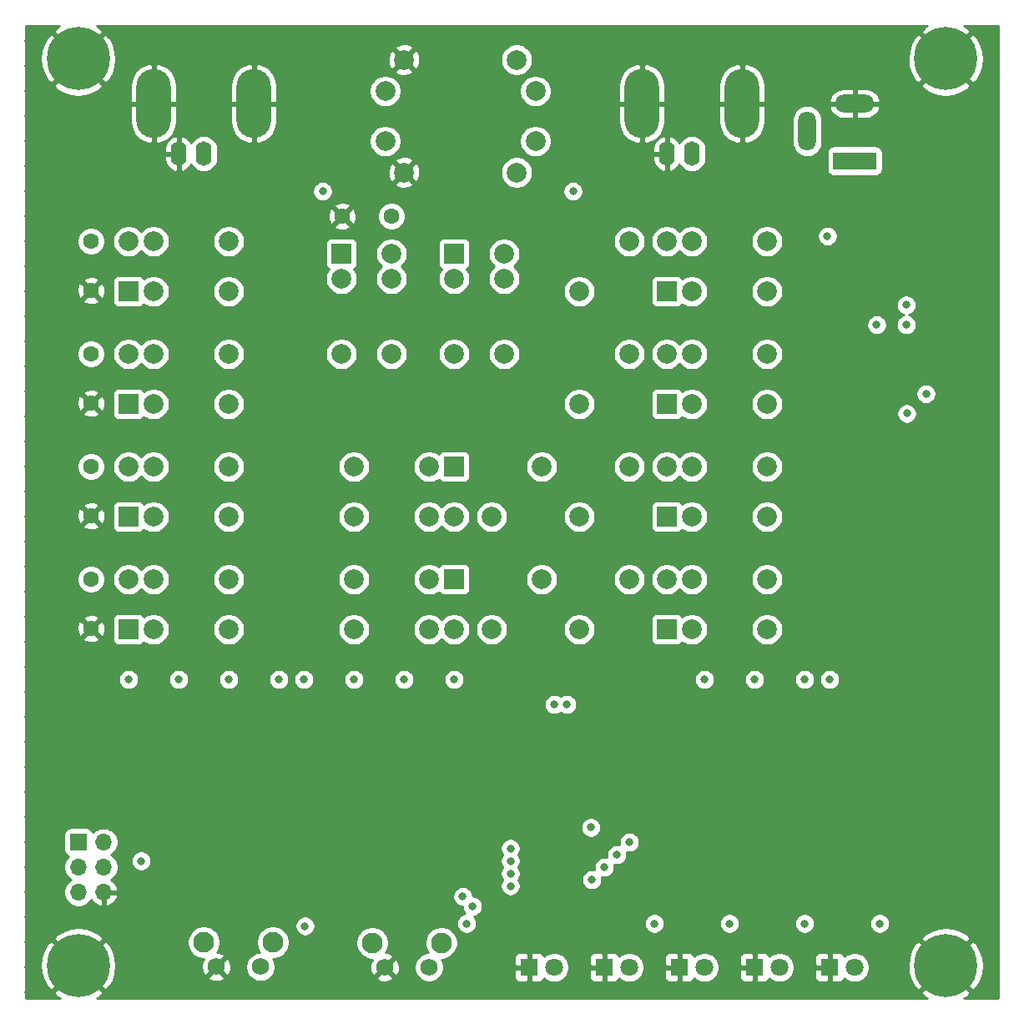
<source format=gbr>
G04 #@! TF.GenerationSoftware,KiCad,Pcbnew,5.1.5+dfsg1-2build2*
G04 #@! TF.CreationDate,2020-12-01T23:40:43+01:00*
G04 #@! TF.ProjectId,ATU,4154552e-6b69-4636-9164-5f7063625858,0*
G04 #@! TF.SameCoordinates,Original*
G04 #@! TF.FileFunction,Copper,L2,Inr*
G04 #@! TF.FilePolarity,Positive*
%FSLAX46Y46*%
G04 Gerber Fmt 4.6, Leading zero omitted, Abs format (unit mm)*
G04 Created by KiCad (PCBNEW 5.1.5+dfsg1-2build2) date 2020-12-01 23:40:43*
%MOMM*%
%LPD*%
G04 APERTURE LIST*
%ADD10C,1.800000*%
%ADD11R,1.800000X1.800000*%
%ADD12C,2.000000*%
%ADD13R,2.000000X2.000000*%
%ADD14C,1.600000*%
%ADD15C,0.800000*%
%ADD16C,6.400000*%
%ADD17C,2.100000*%
%ADD18C,1.750000*%
%ADD19O,1.700000X1.700000*%
%ADD20R,1.700000X1.700000*%
%ADD21R,4.400000X1.800000*%
%ADD22O,4.000000X1.800000*%
%ADD23O,1.800000X4.000000*%
%ADD24O,1.600000X2.500000*%
%ADD25O,3.500000X7.000000*%
%ADD26C,0.254000*%
G04 APERTURE END LIST*
D10*
X93280000Y-138190000D03*
D11*
X90740000Y-138190000D03*
D12*
X76135000Y-49290000D03*
X78040000Y-46115000D03*
X89470000Y-46115000D03*
X91375000Y-49290000D03*
X89470000Y-57545000D03*
X91375000Y-54370000D03*
X76135000Y-54370000D03*
X78040000Y-57545000D03*
X83120000Y-75960000D03*
X88200000Y-75960000D03*
X83120000Y-68340000D03*
D13*
X83120000Y-65800000D03*
D12*
X88200000Y-68340000D03*
X88200000Y-65800000D03*
X114870000Y-69610000D03*
X114870000Y-64530000D03*
X107250000Y-69610000D03*
D13*
X104710000Y-69610000D03*
D12*
X107250000Y-64530000D03*
X104710000Y-64530000D03*
X60260000Y-103900000D03*
X60260000Y-98820000D03*
X52640000Y-103900000D03*
D13*
X50100000Y-103900000D03*
D12*
X52640000Y-98820000D03*
X50100000Y-98820000D03*
X114870000Y-81040000D03*
X114870000Y-75960000D03*
X107250000Y-81040000D03*
D13*
X104710000Y-81040000D03*
D12*
X107250000Y-75960000D03*
X104710000Y-75960000D03*
X60260000Y-92470000D03*
X60260000Y-87390000D03*
X52640000Y-92470000D03*
D13*
X50100000Y-92470000D03*
D12*
X52640000Y-87390000D03*
X50100000Y-87390000D03*
X114870000Y-92470000D03*
X114870000Y-87390000D03*
X107250000Y-92470000D03*
D13*
X104710000Y-92470000D03*
D12*
X107250000Y-87390000D03*
X104710000Y-87390000D03*
X60260000Y-81040000D03*
X60260000Y-75960000D03*
X52640000Y-81040000D03*
D13*
X50100000Y-81040000D03*
D12*
X52640000Y-75960000D03*
X50100000Y-75960000D03*
X114870000Y-103900000D03*
X114870000Y-98820000D03*
X107250000Y-103900000D03*
D13*
X104710000Y-103900000D03*
D12*
X107250000Y-98820000D03*
X104710000Y-98820000D03*
X60260000Y-69610000D03*
X60260000Y-64530000D03*
X52640000Y-69610000D03*
D13*
X50100000Y-69610000D03*
D12*
X52640000Y-64530000D03*
X50100000Y-64530000D03*
X72960000Y-98820000D03*
X72960000Y-103900000D03*
X80580000Y-98820000D03*
D13*
X83120000Y-98820000D03*
D12*
X80580000Y-103900000D03*
X83120000Y-103900000D03*
X71690000Y-75960000D03*
X76770000Y-75960000D03*
X71690000Y-68340000D03*
D13*
X71690000Y-65800000D03*
D12*
X76770000Y-68340000D03*
X76770000Y-65800000D03*
X72960000Y-87390000D03*
X72960000Y-92470000D03*
X80580000Y-87390000D03*
D13*
X83120000Y-87390000D03*
D12*
X80580000Y-92470000D03*
X83120000Y-92470000D03*
X95820000Y-69610000D03*
X100900000Y-64530000D03*
D14*
X46290000Y-103820000D03*
X46290000Y-98820000D03*
X46290000Y-92390000D03*
X46290000Y-87390000D03*
X46290000Y-80960000D03*
X46290000Y-75960000D03*
X46290000Y-69530000D03*
X46290000Y-64530000D03*
X71770000Y-61990000D03*
X76770000Y-61990000D03*
D15*
X134697056Y-136302944D03*
X133000000Y-135600000D03*
X131302944Y-136302944D03*
X130600000Y-138000000D03*
X131302944Y-139697056D03*
X133000000Y-140400000D03*
X134697056Y-139697056D03*
X135400000Y-138000000D03*
D16*
X133000000Y-138000000D03*
D15*
X134697056Y-44302944D03*
X133000000Y-43600000D03*
X131302944Y-44302944D03*
X130600000Y-46000000D03*
X131302944Y-47697056D03*
X133000000Y-48400000D03*
X134697056Y-47697056D03*
X135400000Y-46000000D03*
D16*
X133000000Y-46000000D03*
D15*
X46697056Y-136302944D03*
X45000000Y-135600000D03*
X43302944Y-136302944D03*
X42600000Y-138000000D03*
X43302944Y-139697056D03*
X45000000Y-140400000D03*
X46697056Y-139697056D03*
X47400000Y-138000000D03*
D16*
X45000000Y-138000000D03*
D15*
X46697056Y-44302944D03*
X45000000Y-43600000D03*
X43302944Y-44302944D03*
X42600000Y-46000000D03*
X43302944Y-47697056D03*
X45000000Y-48400000D03*
X46697056Y-47697056D03*
X47400000Y-46000000D03*
D16*
X45000000Y-46000000D03*
D17*
X64740000Y-135650000D03*
D18*
X63490000Y-138140000D03*
X58990000Y-138140000D03*
D17*
X57730000Y-135650000D03*
X81830000Y-135700000D03*
D18*
X80580000Y-138190000D03*
X76080000Y-138190000D03*
D17*
X74820000Y-135700000D03*
D12*
X95820000Y-81040000D03*
X100900000Y-75960000D03*
X95820000Y-92470000D03*
X100900000Y-87390000D03*
X95820000Y-103900000D03*
X100900000Y-98820000D03*
X92010000Y-98820000D03*
X86930000Y-103900000D03*
X92010000Y-87390000D03*
X86930000Y-92470000D03*
D19*
X47560000Y-130570000D03*
X45020000Y-130570000D03*
X47560000Y-128030000D03*
X45020000Y-128030000D03*
X47560000Y-125490000D03*
D20*
X45020000Y-125490000D03*
D21*
X123760000Y-56360000D03*
D22*
X123760000Y-50560000D03*
D23*
X118960000Y-53360000D03*
D24*
X104710000Y-55640000D03*
X107250000Y-55640000D03*
D25*
X112330000Y-50560000D03*
X102170000Y-50560000D03*
D24*
X55180000Y-55640000D03*
X57720000Y-55640000D03*
D25*
X62800000Y-50560000D03*
X52640000Y-50560000D03*
D10*
X100900000Y-138190000D03*
D11*
X98360000Y-138190000D03*
D10*
X108520000Y-138190000D03*
D11*
X105980000Y-138190000D03*
D10*
X116140000Y-138190000D03*
D11*
X113600000Y-138190000D03*
D10*
X123760000Y-138190000D03*
D11*
X121220000Y-138190000D03*
D15*
X56450000Y-112790000D03*
X61530000Y-112790000D03*
X66610000Y-112790000D03*
X71690000Y-112790000D03*
X51370000Y-112790000D03*
X77000000Y-132000000D03*
X79000000Y-134380000D03*
X46925000Y-122950000D03*
X49465000Y-122950000D03*
X47560000Y-120410000D03*
X50100000Y-120410000D03*
X45020000Y-120410000D03*
X86295000Y-126125000D03*
X88835000Y-124220000D03*
X88835000Y-120410000D03*
X62165000Y-122950000D03*
X67245000Y-122950000D03*
X72325000Y-122950000D03*
X59625000Y-120410000D03*
X64705000Y-120410000D03*
X69785000Y-120410000D03*
X74865000Y-120410000D03*
X79945000Y-120410000D03*
X85025000Y-120410000D03*
X57085000Y-122950000D03*
X54545000Y-120410000D03*
X52005000Y-122950000D03*
X88835000Y-133110000D03*
X92645000Y-122315000D03*
X99630000Y-113425000D03*
X93915000Y-113425000D03*
X103440000Y-119775000D03*
X108520000Y-119775000D03*
X113600000Y-119775000D03*
X118680000Y-119775000D03*
X122490000Y-117235000D03*
X103440000Y-115965000D03*
X88835000Y-111520000D03*
X84390000Y-113425000D03*
X79310000Y-113425000D03*
X74230000Y-113425000D03*
X76770000Y-112790000D03*
X81850000Y-112790000D03*
X86930000Y-112790000D03*
X69150000Y-113425000D03*
X64070000Y-113425000D03*
X58990000Y-113425000D03*
X53910000Y-113425000D03*
X48830000Y-113425000D03*
X46290000Y-112790000D03*
X39940000Y-130570000D03*
X39940000Y-128030000D03*
X39940000Y-125490000D03*
X39940000Y-122950000D03*
X39940000Y-133110000D03*
X39940000Y-135650000D03*
X39940000Y-138190000D03*
X39940000Y-140730000D03*
X39940000Y-120410000D03*
X39940000Y-117870000D03*
X39940000Y-115330000D03*
X39940000Y-112790000D03*
X39940000Y-110250000D03*
X39940000Y-107710000D03*
X39940000Y-105170000D03*
X39940000Y-102630000D03*
X39940000Y-100090000D03*
X39940000Y-97550000D03*
X39940000Y-95010000D03*
X39940000Y-92470000D03*
X39940000Y-89930000D03*
X39940000Y-87390000D03*
X39940000Y-84850000D03*
X39940000Y-82310000D03*
X39940000Y-79770000D03*
X39940000Y-77230000D03*
X39940000Y-74690000D03*
X39940000Y-72150000D03*
X39940000Y-69610000D03*
X39940000Y-67070000D03*
X39940000Y-64530000D03*
X39940000Y-61990000D03*
X39940000Y-59450000D03*
X39940000Y-56910000D03*
X39940000Y-54370000D03*
X39940000Y-51830000D03*
X39940000Y-49290000D03*
X39940000Y-46750000D03*
X39940000Y-44210000D03*
X137730000Y-140730000D03*
X137730000Y-138190000D03*
X137730000Y-135650000D03*
X137730000Y-133110000D03*
X137730000Y-130570000D03*
X137730000Y-128030000D03*
X137730000Y-125490000D03*
X137730000Y-122950000D03*
X137730000Y-120410000D03*
X137730000Y-117870000D03*
X137730000Y-115330000D03*
X137730000Y-112790000D03*
X137730000Y-110250000D03*
X137730000Y-107710000D03*
X137730000Y-105170000D03*
X137730000Y-102630000D03*
X137730000Y-100090000D03*
X137730000Y-97550000D03*
X137730000Y-95010000D03*
X137730000Y-92470000D03*
X137730000Y-89930000D03*
X137730000Y-87390000D03*
X137730000Y-84850000D03*
X137730000Y-82310000D03*
X137730000Y-79770000D03*
X137730000Y-77230000D03*
X137730000Y-74690000D03*
X137730000Y-72150000D03*
X137730000Y-69610000D03*
X137730000Y-67070000D03*
X137730000Y-64530000D03*
X137730000Y-61990000D03*
X137730000Y-59450000D03*
X137730000Y-56910000D03*
X137730000Y-54370000D03*
X137730000Y-51830000D03*
X137730000Y-49290000D03*
X137730000Y-46750000D03*
X137730000Y-44210000D03*
X98360000Y-59450000D03*
X100265000Y-57545000D03*
X99630000Y-55005000D03*
X98360000Y-44210000D03*
X66610000Y-46115000D03*
X67245000Y-51195000D03*
X74230000Y-56910000D03*
X93280000Y-111520000D03*
X69785000Y-59450000D03*
X94550000Y-111520000D03*
X95185000Y-59450000D03*
X68000000Y-134000000D03*
X84000000Y-131000000D03*
X85000000Y-132000000D03*
X131000000Y-80000000D03*
X129057500Y-82000000D03*
X97000000Y-124000000D03*
X84390000Y-133745000D03*
X88835000Y-126125000D03*
X98360000Y-128030000D03*
X111060000Y-133745000D03*
X88835000Y-129935000D03*
X100900000Y-125490000D03*
X126300000Y-133745000D03*
X88835000Y-127395000D03*
X51370000Y-127395000D03*
X99630000Y-126760000D03*
X118680000Y-133745000D03*
X88835000Y-128665000D03*
X97090000Y-129300000D03*
X103440000Y-133745000D03*
X67880000Y-108980000D03*
X121000000Y-64000000D03*
X129000000Y-71000000D03*
X129000000Y-73000000D03*
X126000000Y-73000000D03*
X83120000Y-108980000D03*
X78040000Y-108980000D03*
X65340000Y-108980000D03*
X108520000Y-108980000D03*
X60260000Y-108980000D03*
X113600000Y-108980000D03*
X55180000Y-108980000D03*
X118680000Y-108980000D03*
X50100000Y-108980000D03*
X121220000Y-108980000D03*
X72960000Y-108980000D03*
D26*
G36*
X42879330Y-42782445D02*
G01*
X42838912Y-42809452D01*
X42478724Y-43299119D01*
X45000000Y-45820395D01*
X47521276Y-43299119D01*
X47161088Y-42809452D01*
X46885675Y-42660000D01*
X131111926Y-42660000D01*
X130879330Y-42782445D01*
X130838912Y-42809452D01*
X130478724Y-43299119D01*
X133000000Y-45820395D01*
X135521276Y-43299119D01*
X135161088Y-42809452D01*
X134885675Y-42660000D01*
X138340001Y-42660000D01*
X138340000Y-141340000D01*
X134888074Y-141340000D01*
X135120670Y-141217555D01*
X135161088Y-141190548D01*
X135521276Y-140700881D01*
X133000000Y-138179605D01*
X130478724Y-140700881D01*
X130838912Y-141190548D01*
X131114325Y-141340000D01*
X46888074Y-141340000D01*
X47120670Y-141217555D01*
X47161088Y-141190548D01*
X47521276Y-140700881D01*
X45000000Y-138179605D01*
X42478724Y-140700881D01*
X42838912Y-141190548D01*
X43114325Y-141340000D01*
X39660000Y-141340000D01*
X39660000Y-137975695D01*
X41146520Y-137975695D01*
X41215822Y-138727938D01*
X41430548Y-139452208D01*
X41782445Y-140120670D01*
X41809452Y-140161088D01*
X42299119Y-140521276D01*
X44820395Y-138000000D01*
X45179605Y-138000000D01*
X47700881Y-140521276D01*
X48190548Y-140161088D01*
X48550849Y-139497118D01*
X48647298Y-139186240D01*
X58123365Y-139186240D01*
X58204025Y-139437868D01*
X58472329Y-139566267D01*
X58760526Y-139639855D01*
X59057543Y-139655804D01*
X59351963Y-139613501D01*
X59632474Y-139514572D01*
X59775975Y-139437868D01*
X59856635Y-139186240D01*
X58990000Y-138319605D01*
X58123365Y-139186240D01*
X48647298Y-139186240D01*
X48774694Y-138775615D01*
X48853480Y-138024305D01*
X48784178Y-137272062D01*
X48569452Y-136547792D01*
X48217555Y-135879330D01*
X48190548Y-135838912D01*
X47708111Y-135484042D01*
X56045000Y-135484042D01*
X56045000Y-135815958D01*
X56109754Y-136141496D01*
X56236772Y-136448147D01*
X56421175Y-136724125D01*
X56655875Y-136958825D01*
X56931853Y-137143228D01*
X57238504Y-137270246D01*
X57564042Y-137335000D01*
X57751483Y-137335000D01*
X57692132Y-137354025D01*
X57563733Y-137622329D01*
X57490145Y-137910526D01*
X57474196Y-138207543D01*
X57516499Y-138501963D01*
X57615428Y-138782474D01*
X57692132Y-138925975D01*
X57943760Y-139006635D01*
X58810395Y-138140000D01*
X59169605Y-138140000D01*
X60036240Y-139006635D01*
X60287868Y-138925975D01*
X60416267Y-138657671D01*
X60489855Y-138369474D01*
X60505804Y-138072457D01*
X60494140Y-137991278D01*
X61980000Y-137991278D01*
X61980000Y-138288722D01*
X62038029Y-138580451D01*
X62151856Y-138855253D01*
X62317107Y-139102569D01*
X62527431Y-139312893D01*
X62774747Y-139478144D01*
X63049549Y-139591971D01*
X63341278Y-139650000D01*
X63638722Y-139650000D01*
X63930451Y-139591971D01*
X64205253Y-139478144D01*
X64452569Y-139312893D01*
X64529222Y-139236240D01*
X75213365Y-139236240D01*
X75294025Y-139487868D01*
X75562329Y-139616267D01*
X75850526Y-139689855D01*
X76147543Y-139705804D01*
X76441963Y-139663501D01*
X76722474Y-139564572D01*
X76865975Y-139487868D01*
X76946635Y-139236240D01*
X76080000Y-138369605D01*
X75213365Y-139236240D01*
X64529222Y-139236240D01*
X64662893Y-139102569D01*
X64828144Y-138855253D01*
X64941971Y-138580451D01*
X65000000Y-138288722D01*
X65000000Y-137991278D01*
X64941971Y-137699549D01*
X64828144Y-137424747D01*
X64768177Y-137335000D01*
X64905958Y-137335000D01*
X65231496Y-137270246D01*
X65538147Y-137143228D01*
X65814125Y-136958825D01*
X66048825Y-136724125D01*
X66233228Y-136448147D01*
X66360246Y-136141496D01*
X66425000Y-135815958D01*
X66425000Y-135534042D01*
X73135000Y-135534042D01*
X73135000Y-135865958D01*
X73199754Y-136191496D01*
X73326772Y-136498147D01*
X73511175Y-136774125D01*
X73745875Y-137008825D01*
X74021853Y-137193228D01*
X74328504Y-137320246D01*
X74654042Y-137385000D01*
X74841483Y-137385000D01*
X74782132Y-137404025D01*
X74653733Y-137672329D01*
X74580145Y-137960526D01*
X74564196Y-138257543D01*
X74606499Y-138551963D01*
X74705428Y-138832474D01*
X74782132Y-138975975D01*
X75033760Y-139056635D01*
X75900395Y-138190000D01*
X76259605Y-138190000D01*
X77126240Y-139056635D01*
X77377868Y-138975975D01*
X77506267Y-138707671D01*
X77579855Y-138419474D01*
X77595804Y-138122457D01*
X77584140Y-138041278D01*
X79070000Y-138041278D01*
X79070000Y-138338722D01*
X79128029Y-138630451D01*
X79241856Y-138905253D01*
X79407107Y-139152569D01*
X79617431Y-139362893D01*
X79864747Y-139528144D01*
X80139549Y-139641971D01*
X80431278Y-139700000D01*
X80728722Y-139700000D01*
X81020451Y-139641971D01*
X81295253Y-139528144D01*
X81542569Y-139362893D01*
X81752893Y-139152569D01*
X81794700Y-139090000D01*
X89201928Y-139090000D01*
X89214188Y-139214482D01*
X89250498Y-139334180D01*
X89309463Y-139444494D01*
X89388815Y-139541185D01*
X89485506Y-139620537D01*
X89595820Y-139679502D01*
X89715518Y-139715812D01*
X89840000Y-139728072D01*
X90454250Y-139725000D01*
X90613000Y-139566250D01*
X90613000Y-138317000D01*
X89363750Y-138317000D01*
X89205000Y-138475750D01*
X89201928Y-139090000D01*
X81794700Y-139090000D01*
X81918144Y-138905253D01*
X82031971Y-138630451D01*
X82090000Y-138338722D01*
X82090000Y-138041278D01*
X82031971Y-137749549D01*
X81918144Y-137474747D01*
X81858177Y-137385000D01*
X81995958Y-137385000D01*
X82321496Y-137320246D01*
X82394516Y-137290000D01*
X89201928Y-137290000D01*
X89205000Y-137904250D01*
X89363750Y-138063000D01*
X90613000Y-138063000D01*
X90613000Y-136813750D01*
X90867000Y-136813750D01*
X90867000Y-138063000D01*
X90887000Y-138063000D01*
X90887000Y-138317000D01*
X90867000Y-138317000D01*
X90867000Y-139566250D01*
X91025750Y-139725000D01*
X91640000Y-139728072D01*
X91764482Y-139715812D01*
X91884180Y-139679502D01*
X91994494Y-139620537D01*
X92091185Y-139541185D01*
X92170537Y-139444494D01*
X92229502Y-139334180D01*
X92235056Y-139315873D01*
X92301495Y-139382312D01*
X92552905Y-139550299D01*
X92832257Y-139666011D01*
X93128816Y-139725000D01*
X93431184Y-139725000D01*
X93727743Y-139666011D01*
X94007095Y-139550299D01*
X94258505Y-139382312D01*
X94472312Y-139168505D01*
X94524767Y-139090000D01*
X96821928Y-139090000D01*
X96834188Y-139214482D01*
X96870498Y-139334180D01*
X96929463Y-139444494D01*
X97008815Y-139541185D01*
X97105506Y-139620537D01*
X97215820Y-139679502D01*
X97335518Y-139715812D01*
X97460000Y-139728072D01*
X98074250Y-139725000D01*
X98233000Y-139566250D01*
X98233000Y-138317000D01*
X96983750Y-138317000D01*
X96825000Y-138475750D01*
X96821928Y-139090000D01*
X94524767Y-139090000D01*
X94640299Y-138917095D01*
X94756011Y-138637743D01*
X94815000Y-138341184D01*
X94815000Y-138038816D01*
X94756011Y-137742257D01*
X94640299Y-137462905D01*
X94524768Y-137290000D01*
X96821928Y-137290000D01*
X96825000Y-137904250D01*
X96983750Y-138063000D01*
X98233000Y-138063000D01*
X98233000Y-136813750D01*
X98487000Y-136813750D01*
X98487000Y-138063000D01*
X98507000Y-138063000D01*
X98507000Y-138317000D01*
X98487000Y-138317000D01*
X98487000Y-139566250D01*
X98645750Y-139725000D01*
X99260000Y-139728072D01*
X99384482Y-139715812D01*
X99504180Y-139679502D01*
X99614494Y-139620537D01*
X99711185Y-139541185D01*
X99790537Y-139444494D01*
X99849502Y-139334180D01*
X99855056Y-139315873D01*
X99921495Y-139382312D01*
X100172905Y-139550299D01*
X100452257Y-139666011D01*
X100748816Y-139725000D01*
X101051184Y-139725000D01*
X101347743Y-139666011D01*
X101627095Y-139550299D01*
X101878505Y-139382312D01*
X102092312Y-139168505D01*
X102144767Y-139090000D01*
X104441928Y-139090000D01*
X104454188Y-139214482D01*
X104490498Y-139334180D01*
X104549463Y-139444494D01*
X104628815Y-139541185D01*
X104725506Y-139620537D01*
X104835820Y-139679502D01*
X104955518Y-139715812D01*
X105080000Y-139728072D01*
X105694250Y-139725000D01*
X105853000Y-139566250D01*
X105853000Y-138317000D01*
X104603750Y-138317000D01*
X104445000Y-138475750D01*
X104441928Y-139090000D01*
X102144767Y-139090000D01*
X102260299Y-138917095D01*
X102376011Y-138637743D01*
X102435000Y-138341184D01*
X102435000Y-138038816D01*
X102376011Y-137742257D01*
X102260299Y-137462905D01*
X102144768Y-137290000D01*
X104441928Y-137290000D01*
X104445000Y-137904250D01*
X104603750Y-138063000D01*
X105853000Y-138063000D01*
X105853000Y-136813750D01*
X106107000Y-136813750D01*
X106107000Y-138063000D01*
X106127000Y-138063000D01*
X106127000Y-138317000D01*
X106107000Y-138317000D01*
X106107000Y-139566250D01*
X106265750Y-139725000D01*
X106880000Y-139728072D01*
X107004482Y-139715812D01*
X107124180Y-139679502D01*
X107234494Y-139620537D01*
X107331185Y-139541185D01*
X107410537Y-139444494D01*
X107469502Y-139334180D01*
X107475056Y-139315873D01*
X107541495Y-139382312D01*
X107792905Y-139550299D01*
X108072257Y-139666011D01*
X108368816Y-139725000D01*
X108671184Y-139725000D01*
X108967743Y-139666011D01*
X109247095Y-139550299D01*
X109498505Y-139382312D01*
X109712312Y-139168505D01*
X109764767Y-139090000D01*
X112061928Y-139090000D01*
X112074188Y-139214482D01*
X112110498Y-139334180D01*
X112169463Y-139444494D01*
X112248815Y-139541185D01*
X112345506Y-139620537D01*
X112455820Y-139679502D01*
X112575518Y-139715812D01*
X112700000Y-139728072D01*
X113314250Y-139725000D01*
X113473000Y-139566250D01*
X113473000Y-138317000D01*
X112223750Y-138317000D01*
X112065000Y-138475750D01*
X112061928Y-139090000D01*
X109764767Y-139090000D01*
X109880299Y-138917095D01*
X109996011Y-138637743D01*
X110055000Y-138341184D01*
X110055000Y-138038816D01*
X109996011Y-137742257D01*
X109880299Y-137462905D01*
X109764768Y-137290000D01*
X112061928Y-137290000D01*
X112065000Y-137904250D01*
X112223750Y-138063000D01*
X113473000Y-138063000D01*
X113473000Y-136813750D01*
X113727000Y-136813750D01*
X113727000Y-138063000D01*
X113747000Y-138063000D01*
X113747000Y-138317000D01*
X113727000Y-138317000D01*
X113727000Y-139566250D01*
X113885750Y-139725000D01*
X114500000Y-139728072D01*
X114624482Y-139715812D01*
X114744180Y-139679502D01*
X114854494Y-139620537D01*
X114951185Y-139541185D01*
X115030537Y-139444494D01*
X115089502Y-139334180D01*
X115095056Y-139315873D01*
X115161495Y-139382312D01*
X115412905Y-139550299D01*
X115692257Y-139666011D01*
X115988816Y-139725000D01*
X116291184Y-139725000D01*
X116587743Y-139666011D01*
X116867095Y-139550299D01*
X117118505Y-139382312D01*
X117332312Y-139168505D01*
X117384767Y-139090000D01*
X119681928Y-139090000D01*
X119694188Y-139214482D01*
X119730498Y-139334180D01*
X119789463Y-139444494D01*
X119868815Y-139541185D01*
X119965506Y-139620537D01*
X120075820Y-139679502D01*
X120195518Y-139715812D01*
X120320000Y-139728072D01*
X120934250Y-139725000D01*
X121093000Y-139566250D01*
X121093000Y-138317000D01*
X119843750Y-138317000D01*
X119685000Y-138475750D01*
X119681928Y-139090000D01*
X117384767Y-139090000D01*
X117500299Y-138917095D01*
X117616011Y-138637743D01*
X117675000Y-138341184D01*
X117675000Y-138038816D01*
X117616011Y-137742257D01*
X117500299Y-137462905D01*
X117384768Y-137290000D01*
X119681928Y-137290000D01*
X119685000Y-137904250D01*
X119843750Y-138063000D01*
X121093000Y-138063000D01*
X121093000Y-136813750D01*
X121347000Y-136813750D01*
X121347000Y-138063000D01*
X121367000Y-138063000D01*
X121367000Y-138317000D01*
X121347000Y-138317000D01*
X121347000Y-139566250D01*
X121505750Y-139725000D01*
X122120000Y-139728072D01*
X122244482Y-139715812D01*
X122364180Y-139679502D01*
X122474494Y-139620537D01*
X122571185Y-139541185D01*
X122650537Y-139444494D01*
X122709502Y-139334180D01*
X122715056Y-139315873D01*
X122781495Y-139382312D01*
X123032905Y-139550299D01*
X123312257Y-139666011D01*
X123608816Y-139725000D01*
X123911184Y-139725000D01*
X124207743Y-139666011D01*
X124487095Y-139550299D01*
X124738505Y-139382312D01*
X124952312Y-139168505D01*
X125120299Y-138917095D01*
X125236011Y-138637743D01*
X125295000Y-138341184D01*
X125295000Y-138038816D01*
X125282445Y-137975695D01*
X129146520Y-137975695D01*
X129215822Y-138727938D01*
X129430548Y-139452208D01*
X129782445Y-140120670D01*
X129809452Y-140161088D01*
X130299119Y-140521276D01*
X132820395Y-138000000D01*
X133179605Y-138000000D01*
X135700881Y-140521276D01*
X136190548Y-140161088D01*
X136550849Y-139497118D01*
X136774694Y-138775615D01*
X136853480Y-138024305D01*
X136784178Y-137272062D01*
X136569452Y-136547792D01*
X136217555Y-135879330D01*
X136190548Y-135838912D01*
X135700881Y-135478724D01*
X133179605Y-138000000D01*
X132820395Y-138000000D01*
X130299119Y-135478724D01*
X129809452Y-135838912D01*
X129449151Y-136502882D01*
X129225306Y-137224385D01*
X129146520Y-137975695D01*
X125282445Y-137975695D01*
X125236011Y-137742257D01*
X125120299Y-137462905D01*
X124952312Y-137211495D01*
X124738505Y-136997688D01*
X124487095Y-136829701D01*
X124207743Y-136713989D01*
X123911184Y-136655000D01*
X123608816Y-136655000D01*
X123312257Y-136713989D01*
X123032905Y-136829701D01*
X122781495Y-136997688D01*
X122715056Y-137064127D01*
X122709502Y-137045820D01*
X122650537Y-136935506D01*
X122571185Y-136838815D01*
X122474494Y-136759463D01*
X122364180Y-136700498D01*
X122244482Y-136664188D01*
X122120000Y-136651928D01*
X121505750Y-136655000D01*
X121347000Y-136813750D01*
X121093000Y-136813750D01*
X120934250Y-136655000D01*
X120320000Y-136651928D01*
X120195518Y-136664188D01*
X120075820Y-136700498D01*
X119965506Y-136759463D01*
X119868815Y-136838815D01*
X119789463Y-136935506D01*
X119730498Y-137045820D01*
X119694188Y-137165518D01*
X119681928Y-137290000D01*
X117384768Y-137290000D01*
X117332312Y-137211495D01*
X117118505Y-136997688D01*
X116867095Y-136829701D01*
X116587743Y-136713989D01*
X116291184Y-136655000D01*
X115988816Y-136655000D01*
X115692257Y-136713989D01*
X115412905Y-136829701D01*
X115161495Y-136997688D01*
X115095056Y-137064127D01*
X115089502Y-137045820D01*
X115030537Y-136935506D01*
X114951185Y-136838815D01*
X114854494Y-136759463D01*
X114744180Y-136700498D01*
X114624482Y-136664188D01*
X114500000Y-136651928D01*
X113885750Y-136655000D01*
X113727000Y-136813750D01*
X113473000Y-136813750D01*
X113314250Y-136655000D01*
X112700000Y-136651928D01*
X112575518Y-136664188D01*
X112455820Y-136700498D01*
X112345506Y-136759463D01*
X112248815Y-136838815D01*
X112169463Y-136935506D01*
X112110498Y-137045820D01*
X112074188Y-137165518D01*
X112061928Y-137290000D01*
X109764768Y-137290000D01*
X109712312Y-137211495D01*
X109498505Y-136997688D01*
X109247095Y-136829701D01*
X108967743Y-136713989D01*
X108671184Y-136655000D01*
X108368816Y-136655000D01*
X108072257Y-136713989D01*
X107792905Y-136829701D01*
X107541495Y-136997688D01*
X107475056Y-137064127D01*
X107469502Y-137045820D01*
X107410537Y-136935506D01*
X107331185Y-136838815D01*
X107234494Y-136759463D01*
X107124180Y-136700498D01*
X107004482Y-136664188D01*
X106880000Y-136651928D01*
X106265750Y-136655000D01*
X106107000Y-136813750D01*
X105853000Y-136813750D01*
X105694250Y-136655000D01*
X105080000Y-136651928D01*
X104955518Y-136664188D01*
X104835820Y-136700498D01*
X104725506Y-136759463D01*
X104628815Y-136838815D01*
X104549463Y-136935506D01*
X104490498Y-137045820D01*
X104454188Y-137165518D01*
X104441928Y-137290000D01*
X102144768Y-137290000D01*
X102092312Y-137211495D01*
X101878505Y-136997688D01*
X101627095Y-136829701D01*
X101347743Y-136713989D01*
X101051184Y-136655000D01*
X100748816Y-136655000D01*
X100452257Y-136713989D01*
X100172905Y-136829701D01*
X99921495Y-136997688D01*
X99855056Y-137064127D01*
X99849502Y-137045820D01*
X99790537Y-136935506D01*
X99711185Y-136838815D01*
X99614494Y-136759463D01*
X99504180Y-136700498D01*
X99384482Y-136664188D01*
X99260000Y-136651928D01*
X98645750Y-136655000D01*
X98487000Y-136813750D01*
X98233000Y-136813750D01*
X98074250Y-136655000D01*
X97460000Y-136651928D01*
X97335518Y-136664188D01*
X97215820Y-136700498D01*
X97105506Y-136759463D01*
X97008815Y-136838815D01*
X96929463Y-136935506D01*
X96870498Y-137045820D01*
X96834188Y-137165518D01*
X96821928Y-137290000D01*
X94524768Y-137290000D01*
X94472312Y-137211495D01*
X94258505Y-136997688D01*
X94007095Y-136829701D01*
X93727743Y-136713989D01*
X93431184Y-136655000D01*
X93128816Y-136655000D01*
X92832257Y-136713989D01*
X92552905Y-136829701D01*
X92301495Y-136997688D01*
X92235056Y-137064127D01*
X92229502Y-137045820D01*
X92170537Y-136935506D01*
X92091185Y-136838815D01*
X91994494Y-136759463D01*
X91884180Y-136700498D01*
X91764482Y-136664188D01*
X91640000Y-136651928D01*
X91025750Y-136655000D01*
X90867000Y-136813750D01*
X90613000Y-136813750D01*
X90454250Y-136655000D01*
X89840000Y-136651928D01*
X89715518Y-136664188D01*
X89595820Y-136700498D01*
X89485506Y-136759463D01*
X89388815Y-136838815D01*
X89309463Y-136935506D01*
X89250498Y-137045820D01*
X89214188Y-137165518D01*
X89201928Y-137290000D01*
X82394516Y-137290000D01*
X82628147Y-137193228D01*
X82904125Y-137008825D01*
X83138825Y-136774125D01*
X83323228Y-136498147D01*
X83450246Y-136191496D01*
X83515000Y-135865958D01*
X83515000Y-135534042D01*
X83468271Y-135299119D01*
X130478724Y-135299119D01*
X133000000Y-137820395D01*
X135521276Y-135299119D01*
X135161088Y-134809452D01*
X134497118Y-134449151D01*
X133775615Y-134225306D01*
X133024305Y-134146520D01*
X132272062Y-134215822D01*
X131547792Y-134430548D01*
X130879330Y-134782445D01*
X130838912Y-134809452D01*
X130478724Y-135299119D01*
X83468271Y-135299119D01*
X83450246Y-135208504D01*
X83323228Y-134901853D01*
X83138825Y-134625875D01*
X82904125Y-134391175D01*
X82628147Y-134206772D01*
X82321496Y-134079754D01*
X81995958Y-134015000D01*
X81664042Y-134015000D01*
X81338504Y-134079754D01*
X81031853Y-134206772D01*
X80755875Y-134391175D01*
X80521175Y-134625875D01*
X80336772Y-134901853D01*
X80209754Y-135208504D01*
X80145000Y-135534042D01*
X80145000Y-135865958D01*
X80209754Y-136191496D01*
X80336772Y-136498147D01*
X80458283Y-136680000D01*
X80431278Y-136680000D01*
X80139549Y-136738029D01*
X79864747Y-136851856D01*
X79617431Y-137017107D01*
X79407107Y-137227431D01*
X79241856Y-137474747D01*
X79128029Y-137749549D01*
X79070000Y-138041278D01*
X77584140Y-138041278D01*
X77553501Y-137828037D01*
X77454572Y-137547526D01*
X77377868Y-137404025D01*
X77126240Y-137323365D01*
X76259605Y-138190000D01*
X75900395Y-138190000D01*
X75886253Y-138175858D01*
X76065858Y-137996253D01*
X76080000Y-138010395D01*
X76946635Y-137143760D01*
X76865975Y-136892132D01*
X76597671Y-136763733D01*
X76309474Y-136690145D01*
X76189252Y-136683689D01*
X76313228Y-136498147D01*
X76440246Y-136191496D01*
X76505000Y-135865958D01*
X76505000Y-135534042D01*
X76440246Y-135208504D01*
X76313228Y-134901853D01*
X76128825Y-134625875D01*
X75894125Y-134391175D01*
X75618147Y-134206772D01*
X75311496Y-134079754D01*
X74985958Y-134015000D01*
X74654042Y-134015000D01*
X74328504Y-134079754D01*
X74021853Y-134206772D01*
X73745875Y-134391175D01*
X73511175Y-134625875D01*
X73326772Y-134901853D01*
X73199754Y-135208504D01*
X73135000Y-135534042D01*
X66425000Y-135534042D01*
X66425000Y-135484042D01*
X66360246Y-135158504D01*
X66233228Y-134851853D01*
X66048825Y-134575875D01*
X65814125Y-134341175D01*
X65538147Y-134156772D01*
X65231496Y-134029754D01*
X64905958Y-133965000D01*
X64574042Y-133965000D01*
X64248504Y-134029754D01*
X63941853Y-134156772D01*
X63665875Y-134341175D01*
X63431175Y-134575875D01*
X63246772Y-134851853D01*
X63119754Y-135158504D01*
X63055000Y-135484042D01*
X63055000Y-135815958D01*
X63119754Y-136141496D01*
X63246772Y-136448147D01*
X63368283Y-136630000D01*
X63341278Y-136630000D01*
X63049549Y-136688029D01*
X62774747Y-136801856D01*
X62527431Y-136967107D01*
X62317107Y-137177431D01*
X62151856Y-137424747D01*
X62038029Y-137699549D01*
X61980000Y-137991278D01*
X60494140Y-137991278D01*
X60463501Y-137778037D01*
X60364572Y-137497526D01*
X60287868Y-137354025D01*
X60036240Y-137273365D01*
X59169605Y-138140000D01*
X58810395Y-138140000D01*
X58796253Y-138125858D01*
X58975858Y-137946253D01*
X58990000Y-137960395D01*
X59856635Y-137093760D01*
X59775975Y-136842132D01*
X59507671Y-136713733D01*
X59219474Y-136640145D01*
X59099252Y-136633689D01*
X59223228Y-136448147D01*
X59350246Y-136141496D01*
X59415000Y-135815958D01*
X59415000Y-135484042D01*
X59350246Y-135158504D01*
X59223228Y-134851853D01*
X59038825Y-134575875D01*
X58804125Y-134341175D01*
X58528147Y-134156772D01*
X58221496Y-134029754D01*
X57895958Y-133965000D01*
X57564042Y-133965000D01*
X57238504Y-134029754D01*
X56931853Y-134156772D01*
X56655875Y-134341175D01*
X56421175Y-134575875D01*
X56236772Y-134851853D01*
X56109754Y-135158504D01*
X56045000Y-135484042D01*
X47708111Y-135484042D01*
X47700881Y-135478724D01*
X45179605Y-138000000D01*
X44820395Y-138000000D01*
X42299119Y-135478724D01*
X41809452Y-135838912D01*
X41449151Y-136502882D01*
X41225306Y-137224385D01*
X41146520Y-137975695D01*
X39660000Y-137975695D01*
X39660000Y-135299119D01*
X42478724Y-135299119D01*
X45000000Y-137820395D01*
X47521276Y-135299119D01*
X47161088Y-134809452D01*
X46497118Y-134449151D01*
X45775615Y-134225306D01*
X45024305Y-134146520D01*
X44272062Y-134215822D01*
X43547792Y-134430548D01*
X42879330Y-134782445D01*
X42838912Y-134809452D01*
X42478724Y-135299119D01*
X39660000Y-135299119D01*
X39660000Y-133898061D01*
X66965000Y-133898061D01*
X66965000Y-134101939D01*
X67004774Y-134301898D01*
X67082795Y-134490256D01*
X67196063Y-134659774D01*
X67340226Y-134803937D01*
X67509744Y-134917205D01*
X67698102Y-134995226D01*
X67898061Y-135035000D01*
X68101939Y-135035000D01*
X68301898Y-134995226D01*
X68490256Y-134917205D01*
X68659774Y-134803937D01*
X68803937Y-134659774D01*
X68917205Y-134490256D01*
X68995226Y-134301898D01*
X69035000Y-134101939D01*
X69035000Y-133898061D01*
X68995226Y-133698102D01*
X68917205Y-133509744D01*
X68803937Y-133340226D01*
X68659774Y-133196063D01*
X68490256Y-133082795D01*
X68301898Y-133004774D01*
X68101939Y-132965000D01*
X67898061Y-132965000D01*
X67698102Y-133004774D01*
X67509744Y-133082795D01*
X67340226Y-133196063D01*
X67196063Y-133340226D01*
X67082795Y-133509744D01*
X67004774Y-133698102D01*
X66965000Y-133898061D01*
X39660000Y-133898061D01*
X39660000Y-124640000D01*
X43531928Y-124640000D01*
X43531928Y-126340000D01*
X43544188Y-126464482D01*
X43580498Y-126584180D01*
X43639463Y-126694494D01*
X43718815Y-126791185D01*
X43815506Y-126870537D01*
X43925820Y-126929502D01*
X43998380Y-126951513D01*
X43866525Y-127083368D01*
X43704010Y-127326589D01*
X43592068Y-127596842D01*
X43535000Y-127883740D01*
X43535000Y-128176260D01*
X43592068Y-128463158D01*
X43704010Y-128733411D01*
X43866525Y-128976632D01*
X44073368Y-129183475D01*
X44247760Y-129300000D01*
X44073368Y-129416525D01*
X43866525Y-129623368D01*
X43704010Y-129866589D01*
X43592068Y-130136842D01*
X43535000Y-130423740D01*
X43535000Y-130716260D01*
X43592068Y-131003158D01*
X43704010Y-131273411D01*
X43866525Y-131516632D01*
X44073368Y-131723475D01*
X44316589Y-131885990D01*
X44586842Y-131997932D01*
X44873740Y-132055000D01*
X45166260Y-132055000D01*
X45453158Y-131997932D01*
X45723411Y-131885990D01*
X45966632Y-131723475D01*
X46173475Y-131516632D01*
X46291100Y-131340594D01*
X46462412Y-131570269D01*
X46678645Y-131765178D01*
X46928748Y-131914157D01*
X47203109Y-132011481D01*
X47433000Y-131890814D01*
X47433000Y-130697000D01*
X47687000Y-130697000D01*
X47687000Y-131890814D01*
X47916891Y-132011481D01*
X48191252Y-131914157D01*
X48441355Y-131765178D01*
X48657588Y-131570269D01*
X48831641Y-131336920D01*
X48956825Y-131074099D01*
X49001476Y-130926890D01*
X48986262Y-130898061D01*
X82965000Y-130898061D01*
X82965000Y-131101939D01*
X83004774Y-131301898D01*
X83082795Y-131490256D01*
X83196063Y-131659774D01*
X83340226Y-131803937D01*
X83509744Y-131917205D01*
X83698102Y-131995226D01*
X83898061Y-132035000D01*
X83965000Y-132035000D01*
X83965000Y-132101939D01*
X84004774Y-132301898D01*
X84082795Y-132490256D01*
X84196063Y-132659774D01*
X84253219Y-132716930D01*
X84088102Y-132749774D01*
X83899744Y-132827795D01*
X83730226Y-132941063D01*
X83586063Y-133085226D01*
X83472795Y-133254744D01*
X83394774Y-133443102D01*
X83355000Y-133643061D01*
X83355000Y-133846939D01*
X83394774Y-134046898D01*
X83472795Y-134235256D01*
X83586063Y-134404774D01*
X83730226Y-134548937D01*
X83899744Y-134662205D01*
X84088102Y-134740226D01*
X84288061Y-134780000D01*
X84491939Y-134780000D01*
X84691898Y-134740226D01*
X84880256Y-134662205D01*
X85049774Y-134548937D01*
X85193937Y-134404774D01*
X85307205Y-134235256D01*
X85385226Y-134046898D01*
X85425000Y-133846939D01*
X85425000Y-133643061D01*
X102405000Y-133643061D01*
X102405000Y-133846939D01*
X102444774Y-134046898D01*
X102522795Y-134235256D01*
X102636063Y-134404774D01*
X102780226Y-134548937D01*
X102949744Y-134662205D01*
X103138102Y-134740226D01*
X103338061Y-134780000D01*
X103541939Y-134780000D01*
X103741898Y-134740226D01*
X103930256Y-134662205D01*
X104099774Y-134548937D01*
X104243937Y-134404774D01*
X104357205Y-134235256D01*
X104435226Y-134046898D01*
X104475000Y-133846939D01*
X104475000Y-133643061D01*
X110025000Y-133643061D01*
X110025000Y-133846939D01*
X110064774Y-134046898D01*
X110142795Y-134235256D01*
X110256063Y-134404774D01*
X110400226Y-134548937D01*
X110569744Y-134662205D01*
X110758102Y-134740226D01*
X110958061Y-134780000D01*
X111161939Y-134780000D01*
X111361898Y-134740226D01*
X111550256Y-134662205D01*
X111719774Y-134548937D01*
X111863937Y-134404774D01*
X111977205Y-134235256D01*
X112055226Y-134046898D01*
X112095000Y-133846939D01*
X112095000Y-133643061D01*
X117645000Y-133643061D01*
X117645000Y-133846939D01*
X117684774Y-134046898D01*
X117762795Y-134235256D01*
X117876063Y-134404774D01*
X118020226Y-134548937D01*
X118189744Y-134662205D01*
X118378102Y-134740226D01*
X118578061Y-134780000D01*
X118781939Y-134780000D01*
X118981898Y-134740226D01*
X119170256Y-134662205D01*
X119339774Y-134548937D01*
X119483937Y-134404774D01*
X119597205Y-134235256D01*
X119675226Y-134046898D01*
X119715000Y-133846939D01*
X119715000Y-133643061D01*
X125265000Y-133643061D01*
X125265000Y-133846939D01*
X125304774Y-134046898D01*
X125382795Y-134235256D01*
X125496063Y-134404774D01*
X125640226Y-134548937D01*
X125809744Y-134662205D01*
X125998102Y-134740226D01*
X126198061Y-134780000D01*
X126401939Y-134780000D01*
X126601898Y-134740226D01*
X126790256Y-134662205D01*
X126959774Y-134548937D01*
X127103937Y-134404774D01*
X127217205Y-134235256D01*
X127295226Y-134046898D01*
X127335000Y-133846939D01*
X127335000Y-133643061D01*
X127295226Y-133443102D01*
X127217205Y-133254744D01*
X127103937Y-133085226D01*
X126959774Y-132941063D01*
X126790256Y-132827795D01*
X126601898Y-132749774D01*
X126401939Y-132710000D01*
X126198061Y-132710000D01*
X125998102Y-132749774D01*
X125809744Y-132827795D01*
X125640226Y-132941063D01*
X125496063Y-133085226D01*
X125382795Y-133254744D01*
X125304774Y-133443102D01*
X125265000Y-133643061D01*
X119715000Y-133643061D01*
X119675226Y-133443102D01*
X119597205Y-133254744D01*
X119483937Y-133085226D01*
X119339774Y-132941063D01*
X119170256Y-132827795D01*
X118981898Y-132749774D01*
X118781939Y-132710000D01*
X118578061Y-132710000D01*
X118378102Y-132749774D01*
X118189744Y-132827795D01*
X118020226Y-132941063D01*
X117876063Y-133085226D01*
X117762795Y-133254744D01*
X117684774Y-133443102D01*
X117645000Y-133643061D01*
X112095000Y-133643061D01*
X112055226Y-133443102D01*
X111977205Y-133254744D01*
X111863937Y-133085226D01*
X111719774Y-132941063D01*
X111550256Y-132827795D01*
X111361898Y-132749774D01*
X111161939Y-132710000D01*
X110958061Y-132710000D01*
X110758102Y-132749774D01*
X110569744Y-132827795D01*
X110400226Y-132941063D01*
X110256063Y-133085226D01*
X110142795Y-133254744D01*
X110064774Y-133443102D01*
X110025000Y-133643061D01*
X104475000Y-133643061D01*
X104435226Y-133443102D01*
X104357205Y-133254744D01*
X104243937Y-133085226D01*
X104099774Y-132941063D01*
X103930256Y-132827795D01*
X103741898Y-132749774D01*
X103541939Y-132710000D01*
X103338061Y-132710000D01*
X103138102Y-132749774D01*
X102949744Y-132827795D01*
X102780226Y-132941063D01*
X102636063Y-133085226D01*
X102522795Y-133254744D01*
X102444774Y-133443102D01*
X102405000Y-133643061D01*
X85425000Y-133643061D01*
X85385226Y-133443102D01*
X85307205Y-133254744D01*
X85193937Y-133085226D01*
X85136781Y-133028070D01*
X85301898Y-132995226D01*
X85490256Y-132917205D01*
X85659774Y-132803937D01*
X85803937Y-132659774D01*
X85917205Y-132490256D01*
X85995226Y-132301898D01*
X86035000Y-132101939D01*
X86035000Y-131898061D01*
X85995226Y-131698102D01*
X85917205Y-131509744D01*
X85803937Y-131340226D01*
X85659774Y-131196063D01*
X85490256Y-131082795D01*
X85301898Y-131004774D01*
X85101939Y-130965000D01*
X85035000Y-130965000D01*
X85035000Y-130898061D01*
X84995226Y-130698102D01*
X84917205Y-130509744D01*
X84803937Y-130340226D01*
X84659774Y-130196063D01*
X84490256Y-130082795D01*
X84301898Y-130004774D01*
X84101939Y-129965000D01*
X83898061Y-129965000D01*
X83698102Y-130004774D01*
X83509744Y-130082795D01*
X83340226Y-130196063D01*
X83196063Y-130340226D01*
X83082795Y-130509744D01*
X83004774Y-130698102D01*
X82965000Y-130898061D01*
X48986262Y-130898061D01*
X48880155Y-130697000D01*
X47687000Y-130697000D01*
X47433000Y-130697000D01*
X47413000Y-130697000D01*
X47413000Y-130443000D01*
X47433000Y-130443000D01*
X47433000Y-130423000D01*
X47687000Y-130423000D01*
X47687000Y-130443000D01*
X48880155Y-130443000D01*
X49001476Y-130213110D01*
X48956825Y-130065901D01*
X48831641Y-129803080D01*
X48657588Y-129569731D01*
X48441355Y-129374822D01*
X48324466Y-129305195D01*
X48506632Y-129183475D01*
X48713475Y-128976632D01*
X48875990Y-128733411D01*
X48987932Y-128463158D01*
X49045000Y-128176260D01*
X49045000Y-127883740D01*
X48987932Y-127596842D01*
X48875990Y-127326589D01*
X48853588Y-127293061D01*
X50335000Y-127293061D01*
X50335000Y-127496939D01*
X50374774Y-127696898D01*
X50452795Y-127885256D01*
X50566063Y-128054774D01*
X50710226Y-128198937D01*
X50879744Y-128312205D01*
X51068102Y-128390226D01*
X51268061Y-128430000D01*
X51471939Y-128430000D01*
X51671898Y-128390226D01*
X51860256Y-128312205D01*
X52029774Y-128198937D01*
X52173937Y-128054774D01*
X52287205Y-127885256D01*
X52365226Y-127696898D01*
X52405000Y-127496939D01*
X52405000Y-127293061D01*
X52365226Y-127093102D01*
X52287205Y-126904744D01*
X52173937Y-126735226D01*
X52029774Y-126591063D01*
X51860256Y-126477795D01*
X51671898Y-126399774D01*
X51471939Y-126360000D01*
X51268061Y-126360000D01*
X51068102Y-126399774D01*
X50879744Y-126477795D01*
X50710226Y-126591063D01*
X50566063Y-126735226D01*
X50452795Y-126904744D01*
X50374774Y-127093102D01*
X50335000Y-127293061D01*
X48853588Y-127293061D01*
X48713475Y-127083368D01*
X48506632Y-126876525D01*
X48332240Y-126760000D01*
X48506632Y-126643475D01*
X48713475Y-126436632D01*
X48875990Y-126193411D01*
X48946550Y-126023061D01*
X87800000Y-126023061D01*
X87800000Y-126226939D01*
X87839774Y-126426898D01*
X87917795Y-126615256D01*
X88014510Y-126760000D01*
X87917795Y-126904744D01*
X87839774Y-127093102D01*
X87800000Y-127293061D01*
X87800000Y-127496939D01*
X87839774Y-127696898D01*
X87917795Y-127885256D01*
X88014510Y-128030000D01*
X87917795Y-128174744D01*
X87839774Y-128363102D01*
X87800000Y-128563061D01*
X87800000Y-128766939D01*
X87839774Y-128966898D01*
X87917795Y-129155256D01*
X88014510Y-129300000D01*
X87917795Y-129444744D01*
X87839774Y-129633102D01*
X87800000Y-129833061D01*
X87800000Y-130036939D01*
X87839774Y-130236898D01*
X87917795Y-130425256D01*
X88031063Y-130594774D01*
X88175226Y-130738937D01*
X88344744Y-130852205D01*
X88533102Y-130930226D01*
X88733061Y-130970000D01*
X88936939Y-130970000D01*
X89136898Y-130930226D01*
X89325256Y-130852205D01*
X89494774Y-130738937D01*
X89638937Y-130594774D01*
X89752205Y-130425256D01*
X89830226Y-130236898D01*
X89870000Y-130036939D01*
X89870000Y-129833061D01*
X89830226Y-129633102D01*
X89752205Y-129444744D01*
X89655490Y-129300000D01*
X89723603Y-129198061D01*
X96055000Y-129198061D01*
X96055000Y-129401939D01*
X96094774Y-129601898D01*
X96172795Y-129790256D01*
X96286063Y-129959774D01*
X96430226Y-130103937D01*
X96599744Y-130217205D01*
X96788102Y-130295226D01*
X96988061Y-130335000D01*
X97191939Y-130335000D01*
X97391898Y-130295226D01*
X97580256Y-130217205D01*
X97749774Y-130103937D01*
X97893937Y-129959774D01*
X98007205Y-129790256D01*
X98085226Y-129601898D01*
X98125000Y-129401939D01*
X98125000Y-129198061D01*
X98091961Y-129031961D01*
X98258061Y-129065000D01*
X98461939Y-129065000D01*
X98661898Y-129025226D01*
X98850256Y-128947205D01*
X99019774Y-128833937D01*
X99163937Y-128689774D01*
X99277205Y-128520256D01*
X99355226Y-128331898D01*
X99395000Y-128131939D01*
X99395000Y-127928061D01*
X99361961Y-127761961D01*
X99528061Y-127795000D01*
X99731939Y-127795000D01*
X99931898Y-127755226D01*
X100120256Y-127677205D01*
X100289774Y-127563937D01*
X100433937Y-127419774D01*
X100547205Y-127250256D01*
X100625226Y-127061898D01*
X100665000Y-126861939D01*
X100665000Y-126658061D01*
X100631961Y-126491961D01*
X100798061Y-126525000D01*
X101001939Y-126525000D01*
X101201898Y-126485226D01*
X101390256Y-126407205D01*
X101559774Y-126293937D01*
X101703937Y-126149774D01*
X101817205Y-125980256D01*
X101895226Y-125791898D01*
X101935000Y-125591939D01*
X101935000Y-125388061D01*
X101895226Y-125188102D01*
X101817205Y-124999744D01*
X101703937Y-124830226D01*
X101559774Y-124686063D01*
X101390256Y-124572795D01*
X101201898Y-124494774D01*
X101001939Y-124455000D01*
X100798061Y-124455000D01*
X100598102Y-124494774D01*
X100409744Y-124572795D01*
X100240226Y-124686063D01*
X100096063Y-124830226D01*
X99982795Y-124999744D01*
X99904774Y-125188102D01*
X99865000Y-125388061D01*
X99865000Y-125591939D01*
X99898039Y-125758039D01*
X99731939Y-125725000D01*
X99528061Y-125725000D01*
X99328102Y-125764774D01*
X99139744Y-125842795D01*
X98970226Y-125956063D01*
X98826063Y-126100226D01*
X98712795Y-126269744D01*
X98634774Y-126458102D01*
X98595000Y-126658061D01*
X98595000Y-126861939D01*
X98628039Y-127028039D01*
X98461939Y-126995000D01*
X98258061Y-126995000D01*
X98058102Y-127034774D01*
X97869744Y-127112795D01*
X97700226Y-127226063D01*
X97556063Y-127370226D01*
X97442795Y-127539744D01*
X97364774Y-127728102D01*
X97325000Y-127928061D01*
X97325000Y-128131939D01*
X97358039Y-128298039D01*
X97191939Y-128265000D01*
X96988061Y-128265000D01*
X96788102Y-128304774D01*
X96599744Y-128382795D01*
X96430226Y-128496063D01*
X96286063Y-128640226D01*
X96172795Y-128809744D01*
X96094774Y-128998102D01*
X96055000Y-129198061D01*
X89723603Y-129198061D01*
X89752205Y-129155256D01*
X89830226Y-128966898D01*
X89870000Y-128766939D01*
X89870000Y-128563061D01*
X89830226Y-128363102D01*
X89752205Y-128174744D01*
X89655490Y-128030000D01*
X89752205Y-127885256D01*
X89830226Y-127696898D01*
X89870000Y-127496939D01*
X89870000Y-127293061D01*
X89830226Y-127093102D01*
X89752205Y-126904744D01*
X89655490Y-126760000D01*
X89752205Y-126615256D01*
X89830226Y-126426898D01*
X89870000Y-126226939D01*
X89870000Y-126023061D01*
X89830226Y-125823102D01*
X89752205Y-125634744D01*
X89638937Y-125465226D01*
X89494774Y-125321063D01*
X89325256Y-125207795D01*
X89136898Y-125129774D01*
X88936939Y-125090000D01*
X88733061Y-125090000D01*
X88533102Y-125129774D01*
X88344744Y-125207795D01*
X88175226Y-125321063D01*
X88031063Y-125465226D01*
X87917795Y-125634744D01*
X87839774Y-125823102D01*
X87800000Y-126023061D01*
X48946550Y-126023061D01*
X48987932Y-125923158D01*
X49045000Y-125636260D01*
X49045000Y-125343740D01*
X48987932Y-125056842D01*
X48875990Y-124786589D01*
X48713475Y-124543368D01*
X48506632Y-124336525D01*
X48263411Y-124174010D01*
X47993158Y-124062068D01*
X47706260Y-124005000D01*
X47413740Y-124005000D01*
X47126842Y-124062068D01*
X46856589Y-124174010D01*
X46613368Y-124336525D01*
X46481513Y-124468380D01*
X46459502Y-124395820D01*
X46400537Y-124285506D01*
X46321185Y-124188815D01*
X46224494Y-124109463D01*
X46114180Y-124050498D01*
X45994482Y-124014188D01*
X45870000Y-124001928D01*
X44170000Y-124001928D01*
X44045518Y-124014188D01*
X43925820Y-124050498D01*
X43815506Y-124109463D01*
X43718815Y-124188815D01*
X43639463Y-124285506D01*
X43580498Y-124395820D01*
X43544188Y-124515518D01*
X43531928Y-124640000D01*
X39660000Y-124640000D01*
X39660000Y-123898061D01*
X95965000Y-123898061D01*
X95965000Y-124101939D01*
X96004774Y-124301898D01*
X96082795Y-124490256D01*
X96196063Y-124659774D01*
X96340226Y-124803937D01*
X96509744Y-124917205D01*
X96698102Y-124995226D01*
X96898061Y-125035000D01*
X97101939Y-125035000D01*
X97301898Y-124995226D01*
X97490256Y-124917205D01*
X97659774Y-124803937D01*
X97803937Y-124659774D01*
X97917205Y-124490256D01*
X97995226Y-124301898D01*
X98035000Y-124101939D01*
X98035000Y-123898061D01*
X97995226Y-123698102D01*
X97917205Y-123509744D01*
X97803937Y-123340226D01*
X97659774Y-123196063D01*
X97490256Y-123082795D01*
X97301898Y-123004774D01*
X97101939Y-122965000D01*
X96898061Y-122965000D01*
X96698102Y-123004774D01*
X96509744Y-123082795D01*
X96340226Y-123196063D01*
X96196063Y-123340226D01*
X96082795Y-123509744D01*
X96004774Y-123698102D01*
X95965000Y-123898061D01*
X39660000Y-123898061D01*
X39660000Y-111418061D01*
X92245000Y-111418061D01*
X92245000Y-111621939D01*
X92284774Y-111821898D01*
X92362795Y-112010256D01*
X92476063Y-112179774D01*
X92620226Y-112323937D01*
X92789744Y-112437205D01*
X92978102Y-112515226D01*
X93178061Y-112555000D01*
X93381939Y-112555000D01*
X93581898Y-112515226D01*
X93770256Y-112437205D01*
X93915000Y-112340490D01*
X94059744Y-112437205D01*
X94248102Y-112515226D01*
X94448061Y-112555000D01*
X94651939Y-112555000D01*
X94851898Y-112515226D01*
X95040256Y-112437205D01*
X95209774Y-112323937D01*
X95353937Y-112179774D01*
X95467205Y-112010256D01*
X95545226Y-111821898D01*
X95585000Y-111621939D01*
X95585000Y-111418061D01*
X95545226Y-111218102D01*
X95467205Y-111029744D01*
X95353937Y-110860226D01*
X95209774Y-110716063D01*
X95040256Y-110602795D01*
X94851898Y-110524774D01*
X94651939Y-110485000D01*
X94448061Y-110485000D01*
X94248102Y-110524774D01*
X94059744Y-110602795D01*
X93915000Y-110699510D01*
X93770256Y-110602795D01*
X93581898Y-110524774D01*
X93381939Y-110485000D01*
X93178061Y-110485000D01*
X92978102Y-110524774D01*
X92789744Y-110602795D01*
X92620226Y-110716063D01*
X92476063Y-110860226D01*
X92362795Y-111029744D01*
X92284774Y-111218102D01*
X92245000Y-111418061D01*
X39660000Y-111418061D01*
X39660000Y-108878061D01*
X49065000Y-108878061D01*
X49065000Y-109081939D01*
X49104774Y-109281898D01*
X49182795Y-109470256D01*
X49296063Y-109639774D01*
X49440226Y-109783937D01*
X49609744Y-109897205D01*
X49798102Y-109975226D01*
X49998061Y-110015000D01*
X50201939Y-110015000D01*
X50401898Y-109975226D01*
X50590256Y-109897205D01*
X50759774Y-109783937D01*
X50903937Y-109639774D01*
X51017205Y-109470256D01*
X51095226Y-109281898D01*
X51135000Y-109081939D01*
X51135000Y-108878061D01*
X54145000Y-108878061D01*
X54145000Y-109081939D01*
X54184774Y-109281898D01*
X54262795Y-109470256D01*
X54376063Y-109639774D01*
X54520226Y-109783937D01*
X54689744Y-109897205D01*
X54878102Y-109975226D01*
X55078061Y-110015000D01*
X55281939Y-110015000D01*
X55481898Y-109975226D01*
X55670256Y-109897205D01*
X55839774Y-109783937D01*
X55983937Y-109639774D01*
X56097205Y-109470256D01*
X56175226Y-109281898D01*
X56215000Y-109081939D01*
X56215000Y-108878061D01*
X59225000Y-108878061D01*
X59225000Y-109081939D01*
X59264774Y-109281898D01*
X59342795Y-109470256D01*
X59456063Y-109639774D01*
X59600226Y-109783937D01*
X59769744Y-109897205D01*
X59958102Y-109975226D01*
X60158061Y-110015000D01*
X60361939Y-110015000D01*
X60561898Y-109975226D01*
X60750256Y-109897205D01*
X60919774Y-109783937D01*
X61063937Y-109639774D01*
X61177205Y-109470256D01*
X61255226Y-109281898D01*
X61295000Y-109081939D01*
X61295000Y-108878061D01*
X64305000Y-108878061D01*
X64305000Y-109081939D01*
X64344774Y-109281898D01*
X64422795Y-109470256D01*
X64536063Y-109639774D01*
X64680226Y-109783937D01*
X64849744Y-109897205D01*
X65038102Y-109975226D01*
X65238061Y-110015000D01*
X65441939Y-110015000D01*
X65641898Y-109975226D01*
X65830256Y-109897205D01*
X65999774Y-109783937D01*
X66143937Y-109639774D01*
X66257205Y-109470256D01*
X66335226Y-109281898D01*
X66375000Y-109081939D01*
X66375000Y-108878061D01*
X66845000Y-108878061D01*
X66845000Y-109081939D01*
X66884774Y-109281898D01*
X66962795Y-109470256D01*
X67076063Y-109639774D01*
X67220226Y-109783937D01*
X67389744Y-109897205D01*
X67578102Y-109975226D01*
X67778061Y-110015000D01*
X67981939Y-110015000D01*
X68181898Y-109975226D01*
X68370256Y-109897205D01*
X68539774Y-109783937D01*
X68683937Y-109639774D01*
X68797205Y-109470256D01*
X68875226Y-109281898D01*
X68915000Y-109081939D01*
X68915000Y-108878061D01*
X71925000Y-108878061D01*
X71925000Y-109081939D01*
X71964774Y-109281898D01*
X72042795Y-109470256D01*
X72156063Y-109639774D01*
X72300226Y-109783937D01*
X72469744Y-109897205D01*
X72658102Y-109975226D01*
X72858061Y-110015000D01*
X73061939Y-110015000D01*
X73261898Y-109975226D01*
X73450256Y-109897205D01*
X73619774Y-109783937D01*
X73763937Y-109639774D01*
X73877205Y-109470256D01*
X73955226Y-109281898D01*
X73995000Y-109081939D01*
X73995000Y-108878061D01*
X77005000Y-108878061D01*
X77005000Y-109081939D01*
X77044774Y-109281898D01*
X77122795Y-109470256D01*
X77236063Y-109639774D01*
X77380226Y-109783937D01*
X77549744Y-109897205D01*
X77738102Y-109975226D01*
X77938061Y-110015000D01*
X78141939Y-110015000D01*
X78341898Y-109975226D01*
X78530256Y-109897205D01*
X78699774Y-109783937D01*
X78843937Y-109639774D01*
X78957205Y-109470256D01*
X79035226Y-109281898D01*
X79075000Y-109081939D01*
X79075000Y-108878061D01*
X82085000Y-108878061D01*
X82085000Y-109081939D01*
X82124774Y-109281898D01*
X82202795Y-109470256D01*
X82316063Y-109639774D01*
X82460226Y-109783937D01*
X82629744Y-109897205D01*
X82818102Y-109975226D01*
X83018061Y-110015000D01*
X83221939Y-110015000D01*
X83421898Y-109975226D01*
X83610256Y-109897205D01*
X83779774Y-109783937D01*
X83923937Y-109639774D01*
X84037205Y-109470256D01*
X84115226Y-109281898D01*
X84155000Y-109081939D01*
X84155000Y-108878061D01*
X107485000Y-108878061D01*
X107485000Y-109081939D01*
X107524774Y-109281898D01*
X107602795Y-109470256D01*
X107716063Y-109639774D01*
X107860226Y-109783937D01*
X108029744Y-109897205D01*
X108218102Y-109975226D01*
X108418061Y-110015000D01*
X108621939Y-110015000D01*
X108821898Y-109975226D01*
X109010256Y-109897205D01*
X109179774Y-109783937D01*
X109323937Y-109639774D01*
X109437205Y-109470256D01*
X109515226Y-109281898D01*
X109555000Y-109081939D01*
X109555000Y-108878061D01*
X112565000Y-108878061D01*
X112565000Y-109081939D01*
X112604774Y-109281898D01*
X112682795Y-109470256D01*
X112796063Y-109639774D01*
X112940226Y-109783937D01*
X113109744Y-109897205D01*
X113298102Y-109975226D01*
X113498061Y-110015000D01*
X113701939Y-110015000D01*
X113901898Y-109975226D01*
X114090256Y-109897205D01*
X114259774Y-109783937D01*
X114403937Y-109639774D01*
X114517205Y-109470256D01*
X114595226Y-109281898D01*
X114635000Y-109081939D01*
X114635000Y-108878061D01*
X117645000Y-108878061D01*
X117645000Y-109081939D01*
X117684774Y-109281898D01*
X117762795Y-109470256D01*
X117876063Y-109639774D01*
X118020226Y-109783937D01*
X118189744Y-109897205D01*
X118378102Y-109975226D01*
X118578061Y-110015000D01*
X118781939Y-110015000D01*
X118981898Y-109975226D01*
X119170256Y-109897205D01*
X119339774Y-109783937D01*
X119483937Y-109639774D01*
X119597205Y-109470256D01*
X119675226Y-109281898D01*
X119715000Y-109081939D01*
X119715000Y-108878061D01*
X120185000Y-108878061D01*
X120185000Y-109081939D01*
X120224774Y-109281898D01*
X120302795Y-109470256D01*
X120416063Y-109639774D01*
X120560226Y-109783937D01*
X120729744Y-109897205D01*
X120918102Y-109975226D01*
X121118061Y-110015000D01*
X121321939Y-110015000D01*
X121521898Y-109975226D01*
X121710256Y-109897205D01*
X121879774Y-109783937D01*
X122023937Y-109639774D01*
X122137205Y-109470256D01*
X122215226Y-109281898D01*
X122255000Y-109081939D01*
X122255000Y-108878061D01*
X122215226Y-108678102D01*
X122137205Y-108489744D01*
X122023937Y-108320226D01*
X121879774Y-108176063D01*
X121710256Y-108062795D01*
X121521898Y-107984774D01*
X121321939Y-107945000D01*
X121118061Y-107945000D01*
X120918102Y-107984774D01*
X120729744Y-108062795D01*
X120560226Y-108176063D01*
X120416063Y-108320226D01*
X120302795Y-108489744D01*
X120224774Y-108678102D01*
X120185000Y-108878061D01*
X119715000Y-108878061D01*
X119675226Y-108678102D01*
X119597205Y-108489744D01*
X119483937Y-108320226D01*
X119339774Y-108176063D01*
X119170256Y-108062795D01*
X118981898Y-107984774D01*
X118781939Y-107945000D01*
X118578061Y-107945000D01*
X118378102Y-107984774D01*
X118189744Y-108062795D01*
X118020226Y-108176063D01*
X117876063Y-108320226D01*
X117762795Y-108489744D01*
X117684774Y-108678102D01*
X117645000Y-108878061D01*
X114635000Y-108878061D01*
X114595226Y-108678102D01*
X114517205Y-108489744D01*
X114403937Y-108320226D01*
X114259774Y-108176063D01*
X114090256Y-108062795D01*
X113901898Y-107984774D01*
X113701939Y-107945000D01*
X113498061Y-107945000D01*
X113298102Y-107984774D01*
X113109744Y-108062795D01*
X112940226Y-108176063D01*
X112796063Y-108320226D01*
X112682795Y-108489744D01*
X112604774Y-108678102D01*
X112565000Y-108878061D01*
X109555000Y-108878061D01*
X109515226Y-108678102D01*
X109437205Y-108489744D01*
X109323937Y-108320226D01*
X109179774Y-108176063D01*
X109010256Y-108062795D01*
X108821898Y-107984774D01*
X108621939Y-107945000D01*
X108418061Y-107945000D01*
X108218102Y-107984774D01*
X108029744Y-108062795D01*
X107860226Y-108176063D01*
X107716063Y-108320226D01*
X107602795Y-108489744D01*
X107524774Y-108678102D01*
X107485000Y-108878061D01*
X84155000Y-108878061D01*
X84115226Y-108678102D01*
X84037205Y-108489744D01*
X83923937Y-108320226D01*
X83779774Y-108176063D01*
X83610256Y-108062795D01*
X83421898Y-107984774D01*
X83221939Y-107945000D01*
X83018061Y-107945000D01*
X82818102Y-107984774D01*
X82629744Y-108062795D01*
X82460226Y-108176063D01*
X82316063Y-108320226D01*
X82202795Y-108489744D01*
X82124774Y-108678102D01*
X82085000Y-108878061D01*
X79075000Y-108878061D01*
X79035226Y-108678102D01*
X78957205Y-108489744D01*
X78843937Y-108320226D01*
X78699774Y-108176063D01*
X78530256Y-108062795D01*
X78341898Y-107984774D01*
X78141939Y-107945000D01*
X77938061Y-107945000D01*
X77738102Y-107984774D01*
X77549744Y-108062795D01*
X77380226Y-108176063D01*
X77236063Y-108320226D01*
X77122795Y-108489744D01*
X77044774Y-108678102D01*
X77005000Y-108878061D01*
X73995000Y-108878061D01*
X73955226Y-108678102D01*
X73877205Y-108489744D01*
X73763937Y-108320226D01*
X73619774Y-108176063D01*
X73450256Y-108062795D01*
X73261898Y-107984774D01*
X73061939Y-107945000D01*
X72858061Y-107945000D01*
X72658102Y-107984774D01*
X72469744Y-108062795D01*
X72300226Y-108176063D01*
X72156063Y-108320226D01*
X72042795Y-108489744D01*
X71964774Y-108678102D01*
X71925000Y-108878061D01*
X68915000Y-108878061D01*
X68875226Y-108678102D01*
X68797205Y-108489744D01*
X68683937Y-108320226D01*
X68539774Y-108176063D01*
X68370256Y-108062795D01*
X68181898Y-107984774D01*
X67981939Y-107945000D01*
X67778061Y-107945000D01*
X67578102Y-107984774D01*
X67389744Y-108062795D01*
X67220226Y-108176063D01*
X67076063Y-108320226D01*
X66962795Y-108489744D01*
X66884774Y-108678102D01*
X66845000Y-108878061D01*
X66375000Y-108878061D01*
X66335226Y-108678102D01*
X66257205Y-108489744D01*
X66143937Y-108320226D01*
X65999774Y-108176063D01*
X65830256Y-108062795D01*
X65641898Y-107984774D01*
X65441939Y-107945000D01*
X65238061Y-107945000D01*
X65038102Y-107984774D01*
X64849744Y-108062795D01*
X64680226Y-108176063D01*
X64536063Y-108320226D01*
X64422795Y-108489744D01*
X64344774Y-108678102D01*
X64305000Y-108878061D01*
X61295000Y-108878061D01*
X61255226Y-108678102D01*
X61177205Y-108489744D01*
X61063937Y-108320226D01*
X60919774Y-108176063D01*
X60750256Y-108062795D01*
X60561898Y-107984774D01*
X60361939Y-107945000D01*
X60158061Y-107945000D01*
X59958102Y-107984774D01*
X59769744Y-108062795D01*
X59600226Y-108176063D01*
X59456063Y-108320226D01*
X59342795Y-108489744D01*
X59264774Y-108678102D01*
X59225000Y-108878061D01*
X56215000Y-108878061D01*
X56175226Y-108678102D01*
X56097205Y-108489744D01*
X55983937Y-108320226D01*
X55839774Y-108176063D01*
X55670256Y-108062795D01*
X55481898Y-107984774D01*
X55281939Y-107945000D01*
X55078061Y-107945000D01*
X54878102Y-107984774D01*
X54689744Y-108062795D01*
X54520226Y-108176063D01*
X54376063Y-108320226D01*
X54262795Y-108489744D01*
X54184774Y-108678102D01*
X54145000Y-108878061D01*
X51135000Y-108878061D01*
X51095226Y-108678102D01*
X51017205Y-108489744D01*
X50903937Y-108320226D01*
X50759774Y-108176063D01*
X50590256Y-108062795D01*
X50401898Y-107984774D01*
X50201939Y-107945000D01*
X49998061Y-107945000D01*
X49798102Y-107984774D01*
X49609744Y-108062795D01*
X49440226Y-108176063D01*
X49296063Y-108320226D01*
X49182795Y-108489744D01*
X49104774Y-108678102D01*
X49065000Y-108878061D01*
X39660000Y-108878061D01*
X39660000Y-104812702D01*
X45476903Y-104812702D01*
X45548486Y-105056671D01*
X45803996Y-105177571D01*
X46078184Y-105246300D01*
X46360512Y-105260217D01*
X46640130Y-105218787D01*
X46906292Y-105123603D01*
X47031514Y-105056671D01*
X47103097Y-104812702D01*
X46290000Y-103999605D01*
X45476903Y-104812702D01*
X39660000Y-104812702D01*
X39660000Y-103890512D01*
X44849783Y-103890512D01*
X44891213Y-104170130D01*
X44986397Y-104436292D01*
X45053329Y-104561514D01*
X45297298Y-104633097D01*
X46110395Y-103820000D01*
X46469605Y-103820000D01*
X47282702Y-104633097D01*
X47526671Y-104561514D01*
X47647571Y-104306004D01*
X47716300Y-104031816D01*
X47730217Y-103749488D01*
X47688787Y-103469870D01*
X47593603Y-103203708D01*
X47526671Y-103078486D01*
X47282702Y-103006903D01*
X46469605Y-103820000D01*
X46110395Y-103820000D01*
X45297298Y-103006903D01*
X45053329Y-103078486D01*
X44932429Y-103333996D01*
X44863700Y-103608184D01*
X44849783Y-103890512D01*
X39660000Y-103890512D01*
X39660000Y-102827298D01*
X45476903Y-102827298D01*
X46290000Y-103640395D01*
X47030395Y-102900000D01*
X48461928Y-102900000D01*
X48461928Y-104900000D01*
X48474188Y-105024482D01*
X48510498Y-105144180D01*
X48569463Y-105254494D01*
X48648815Y-105351185D01*
X48745506Y-105430537D01*
X48855820Y-105489502D01*
X48975518Y-105525812D01*
X49100000Y-105538072D01*
X51100000Y-105538072D01*
X51224482Y-105525812D01*
X51344180Y-105489502D01*
X51454494Y-105430537D01*
X51551185Y-105351185D01*
X51630537Y-105254494D01*
X51655191Y-105208370D01*
X51865537Y-105348918D01*
X52163088Y-105472168D01*
X52478967Y-105535000D01*
X52801033Y-105535000D01*
X53116912Y-105472168D01*
X53414463Y-105348918D01*
X53682252Y-105169987D01*
X53909987Y-104942252D01*
X54088918Y-104674463D01*
X54212168Y-104376912D01*
X54275000Y-104061033D01*
X54275000Y-103738967D01*
X58625000Y-103738967D01*
X58625000Y-104061033D01*
X58687832Y-104376912D01*
X58811082Y-104674463D01*
X58990013Y-104942252D01*
X59217748Y-105169987D01*
X59485537Y-105348918D01*
X59783088Y-105472168D01*
X60098967Y-105535000D01*
X60421033Y-105535000D01*
X60736912Y-105472168D01*
X61034463Y-105348918D01*
X61302252Y-105169987D01*
X61529987Y-104942252D01*
X61708918Y-104674463D01*
X61832168Y-104376912D01*
X61895000Y-104061033D01*
X61895000Y-103738967D01*
X71325000Y-103738967D01*
X71325000Y-104061033D01*
X71387832Y-104376912D01*
X71511082Y-104674463D01*
X71690013Y-104942252D01*
X71917748Y-105169987D01*
X72185537Y-105348918D01*
X72483088Y-105472168D01*
X72798967Y-105535000D01*
X73121033Y-105535000D01*
X73436912Y-105472168D01*
X73734463Y-105348918D01*
X74002252Y-105169987D01*
X74229987Y-104942252D01*
X74408918Y-104674463D01*
X74532168Y-104376912D01*
X74595000Y-104061033D01*
X74595000Y-103738967D01*
X78945000Y-103738967D01*
X78945000Y-104061033D01*
X79007832Y-104376912D01*
X79131082Y-104674463D01*
X79310013Y-104942252D01*
X79537748Y-105169987D01*
X79805537Y-105348918D01*
X80103088Y-105472168D01*
X80418967Y-105535000D01*
X80741033Y-105535000D01*
X81056912Y-105472168D01*
X81354463Y-105348918D01*
X81622252Y-105169987D01*
X81849987Y-104942252D01*
X81850000Y-104942233D01*
X81850013Y-104942252D01*
X82077748Y-105169987D01*
X82345537Y-105348918D01*
X82643088Y-105472168D01*
X82958967Y-105535000D01*
X83281033Y-105535000D01*
X83596912Y-105472168D01*
X83894463Y-105348918D01*
X84162252Y-105169987D01*
X84389987Y-104942252D01*
X84568918Y-104674463D01*
X84692168Y-104376912D01*
X84755000Y-104061033D01*
X84755000Y-103738967D01*
X85295000Y-103738967D01*
X85295000Y-104061033D01*
X85357832Y-104376912D01*
X85481082Y-104674463D01*
X85660013Y-104942252D01*
X85887748Y-105169987D01*
X86155537Y-105348918D01*
X86453088Y-105472168D01*
X86768967Y-105535000D01*
X87091033Y-105535000D01*
X87406912Y-105472168D01*
X87704463Y-105348918D01*
X87972252Y-105169987D01*
X88199987Y-104942252D01*
X88378918Y-104674463D01*
X88502168Y-104376912D01*
X88565000Y-104061033D01*
X88565000Y-103738967D01*
X94185000Y-103738967D01*
X94185000Y-104061033D01*
X94247832Y-104376912D01*
X94371082Y-104674463D01*
X94550013Y-104942252D01*
X94777748Y-105169987D01*
X95045537Y-105348918D01*
X95343088Y-105472168D01*
X95658967Y-105535000D01*
X95981033Y-105535000D01*
X96296912Y-105472168D01*
X96594463Y-105348918D01*
X96862252Y-105169987D01*
X97089987Y-104942252D01*
X97268918Y-104674463D01*
X97392168Y-104376912D01*
X97455000Y-104061033D01*
X97455000Y-103738967D01*
X97392168Y-103423088D01*
X97268918Y-103125537D01*
X97118219Y-102900000D01*
X103071928Y-102900000D01*
X103071928Y-104900000D01*
X103084188Y-105024482D01*
X103120498Y-105144180D01*
X103179463Y-105254494D01*
X103258815Y-105351185D01*
X103355506Y-105430537D01*
X103465820Y-105489502D01*
X103585518Y-105525812D01*
X103710000Y-105538072D01*
X105710000Y-105538072D01*
X105834482Y-105525812D01*
X105954180Y-105489502D01*
X106064494Y-105430537D01*
X106161185Y-105351185D01*
X106240537Y-105254494D01*
X106265191Y-105208370D01*
X106475537Y-105348918D01*
X106773088Y-105472168D01*
X107088967Y-105535000D01*
X107411033Y-105535000D01*
X107726912Y-105472168D01*
X108024463Y-105348918D01*
X108292252Y-105169987D01*
X108519987Y-104942252D01*
X108698918Y-104674463D01*
X108822168Y-104376912D01*
X108885000Y-104061033D01*
X108885000Y-103738967D01*
X113235000Y-103738967D01*
X113235000Y-104061033D01*
X113297832Y-104376912D01*
X113421082Y-104674463D01*
X113600013Y-104942252D01*
X113827748Y-105169987D01*
X114095537Y-105348918D01*
X114393088Y-105472168D01*
X114708967Y-105535000D01*
X115031033Y-105535000D01*
X115346912Y-105472168D01*
X115644463Y-105348918D01*
X115912252Y-105169987D01*
X116139987Y-104942252D01*
X116318918Y-104674463D01*
X116442168Y-104376912D01*
X116505000Y-104061033D01*
X116505000Y-103738967D01*
X116442168Y-103423088D01*
X116318918Y-103125537D01*
X116139987Y-102857748D01*
X115912252Y-102630013D01*
X115644463Y-102451082D01*
X115346912Y-102327832D01*
X115031033Y-102265000D01*
X114708967Y-102265000D01*
X114393088Y-102327832D01*
X114095537Y-102451082D01*
X113827748Y-102630013D01*
X113600013Y-102857748D01*
X113421082Y-103125537D01*
X113297832Y-103423088D01*
X113235000Y-103738967D01*
X108885000Y-103738967D01*
X108822168Y-103423088D01*
X108698918Y-103125537D01*
X108519987Y-102857748D01*
X108292252Y-102630013D01*
X108024463Y-102451082D01*
X107726912Y-102327832D01*
X107411033Y-102265000D01*
X107088967Y-102265000D01*
X106773088Y-102327832D01*
X106475537Y-102451082D01*
X106265191Y-102591630D01*
X106240537Y-102545506D01*
X106161185Y-102448815D01*
X106064494Y-102369463D01*
X105954180Y-102310498D01*
X105834482Y-102274188D01*
X105710000Y-102261928D01*
X103710000Y-102261928D01*
X103585518Y-102274188D01*
X103465820Y-102310498D01*
X103355506Y-102369463D01*
X103258815Y-102448815D01*
X103179463Y-102545506D01*
X103120498Y-102655820D01*
X103084188Y-102775518D01*
X103071928Y-102900000D01*
X97118219Y-102900000D01*
X97089987Y-102857748D01*
X96862252Y-102630013D01*
X96594463Y-102451082D01*
X96296912Y-102327832D01*
X95981033Y-102265000D01*
X95658967Y-102265000D01*
X95343088Y-102327832D01*
X95045537Y-102451082D01*
X94777748Y-102630013D01*
X94550013Y-102857748D01*
X94371082Y-103125537D01*
X94247832Y-103423088D01*
X94185000Y-103738967D01*
X88565000Y-103738967D01*
X88502168Y-103423088D01*
X88378918Y-103125537D01*
X88199987Y-102857748D01*
X87972252Y-102630013D01*
X87704463Y-102451082D01*
X87406912Y-102327832D01*
X87091033Y-102265000D01*
X86768967Y-102265000D01*
X86453088Y-102327832D01*
X86155537Y-102451082D01*
X85887748Y-102630013D01*
X85660013Y-102857748D01*
X85481082Y-103125537D01*
X85357832Y-103423088D01*
X85295000Y-103738967D01*
X84755000Y-103738967D01*
X84692168Y-103423088D01*
X84568918Y-103125537D01*
X84389987Y-102857748D01*
X84162252Y-102630013D01*
X83894463Y-102451082D01*
X83596912Y-102327832D01*
X83281033Y-102265000D01*
X82958967Y-102265000D01*
X82643088Y-102327832D01*
X82345537Y-102451082D01*
X82077748Y-102630013D01*
X81850013Y-102857748D01*
X81850000Y-102857767D01*
X81849987Y-102857748D01*
X81622252Y-102630013D01*
X81354463Y-102451082D01*
X81056912Y-102327832D01*
X80741033Y-102265000D01*
X80418967Y-102265000D01*
X80103088Y-102327832D01*
X79805537Y-102451082D01*
X79537748Y-102630013D01*
X79310013Y-102857748D01*
X79131082Y-103125537D01*
X79007832Y-103423088D01*
X78945000Y-103738967D01*
X74595000Y-103738967D01*
X74532168Y-103423088D01*
X74408918Y-103125537D01*
X74229987Y-102857748D01*
X74002252Y-102630013D01*
X73734463Y-102451082D01*
X73436912Y-102327832D01*
X73121033Y-102265000D01*
X72798967Y-102265000D01*
X72483088Y-102327832D01*
X72185537Y-102451082D01*
X71917748Y-102630013D01*
X71690013Y-102857748D01*
X71511082Y-103125537D01*
X71387832Y-103423088D01*
X71325000Y-103738967D01*
X61895000Y-103738967D01*
X61832168Y-103423088D01*
X61708918Y-103125537D01*
X61529987Y-102857748D01*
X61302252Y-102630013D01*
X61034463Y-102451082D01*
X60736912Y-102327832D01*
X60421033Y-102265000D01*
X60098967Y-102265000D01*
X59783088Y-102327832D01*
X59485537Y-102451082D01*
X59217748Y-102630013D01*
X58990013Y-102857748D01*
X58811082Y-103125537D01*
X58687832Y-103423088D01*
X58625000Y-103738967D01*
X54275000Y-103738967D01*
X54212168Y-103423088D01*
X54088918Y-103125537D01*
X53909987Y-102857748D01*
X53682252Y-102630013D01*
X53414463Y-102451082D01*
X53116912Y-102327832D01*
X52801033Y-102265000D01*
X52478967Y-102265000D01*
X52163088Y-102327832D01*
X51865537Y-102451082D01*
X51655191Y-102591630D01*
X51630537Y-102545506D01*
X51551185Y-102448815D01*
X51454494Y-102369463D01*
X51344180Y-102310498D01*
X51224482Y-102274188D01*
X51100000Y-102261928D01*
X49100000Y-102261928D01*
X48975518Y-102274188D01*
X48855820Y-102310498D01*
X48745506Y-102369463D01*
X48648815Y-102448815D01*
X48569463Y-102545506D01*
X48510498Y-102655820D01*
X48474188Y-102775518D01*
X48461928Y-102900000D01*
X47030395Y-102900000D01*
X47103097Y-102827298D01*
X47031514Y-102583329D01*
X46776004Y-102462429D01*
X46501816Y-102393700D01*
X46219488Y-102379783D01*
X45939870Y-102421213D01*
X45673708Y-102516397D01*
X45548486Y-102583329D01*
X45476903Y-102827298D01*
X39660000Y-102827298D01*
X39660000Y-98678665D01*
X44855000Y-98678665D01*
X44855000Y-98961335D01*
X44910147Y-99238574D01*
X45018320Y-99499727D01*
X45175363Y-99734759D01*
X45375241Y-99934637D01*
X45610273Y-100091680D01*
X45871426Y-100199853D01*
X46148665Y-100255000D01*
X46431335Y-100255000D01*
X46708574Y-100199853D01*
X46969727Y-100091680D01*
X47204759Y-99934637D01*
X47404637Y-99734759D01*
X47561680Y-99499727D01*
X47669853Y-99238574D01*
X47725000Y-98961335D01*
X47725000Y-98678665D01*
X47721082Y-98658967D01*
X48465000Y-98658967D01*
X48465000Y-98981033D01*
X48527832Y-99296912D01*
X48651082Y-99594463D01*
X48830013Y-99862252D01*
X49057748Y-100089987D01*
X49325537Y-100268918D01*
X49623088Y-100392168D01*
X49938967Y-100455000D01*
X50261033Y-100455000D01*
X50576912Y-100392168D01*
X50874463Y-100268918D01*
X51142252Y-100089987D01*
X51369987Y-99862252D01*
X51370000Y-99862233D01*
X51370013Y-99862252D01*
X51597748Y-100089987D01*
X51865537Y-100268918D01*
X52163088Y-100392168D01*
X52478967Y-100455000D01*
X52801033Y-100455000D01*
X53116912Y-100392168D01*
X53414463Y-100268918D01*
X53682252Y-100089987D01*
X53909987Y-99862252D01*
X54088918Y-99594463D01*
X54212168Y-99296912D01*
X54275000Y-98981033D01*
X54275000Y-98658967D01*
X58625000Y-98658967D01*
X58625000Y-98981033D01*
X58687832Y-99296912D01*
X58811082Y-99594463D01*
X58990013Y-99862252D01*
X59217748Y-100089987D01*
X59485537Y-100268918D01*
X59783088Y-100392168D01*
X60098967Y-100455000D01*
X60421033Y-100455000D01*
X60736912Y-100392168D01*
X61034463Y-100268918D01*
X61302252Y-100089987D01*
X61529987Y-99862252D01*
X61708918Y-99594463D01*
X61832168Y-99296912D01*
X61895000Y-98981033D01*
X61895000Y-98658967D01*
X71325000Y-98658967D01*
X71325000Y-98981033D01*
X71387832Y-99296912D01*
X71511082Y-99594463D01*
X71690013Y-99862252D01*
X71917748Y-100089987D01*
X72185537Y-100268918D01*
X72483088Y-100392168D01*
X72798967Y-100455000D01*
X73121033Y-100455000D01*
X73436912Y-100392168D01*
X73734463Y-100268918D01*
X74002252Y-100089987D01*
X74229987Y-99862252D01*
X74408918Y-99594463D01*
X74532168Y-99296912D01*
X74595000Y-98981033D01*
X74595000Y-98658967D01*
X78945000Y-98658967D01*
X78945000Y-98981033D01*
X79007832Y-99296912D01*
X79131082Y-99594463D01*
X79310013Y-99862252D01*
X79537748Y-100089987D01*
X79805537Y-100268918D01*
X80103088Y-100392168D01*
X80418967Y-100455000D01*
X80741033Y-100455000D01*
X81056912Y-100392168D01*
X81354463Y-100268918D01*
X81564809Y-100128370D01*
X81589463Y-100174494D01*
X81668815Y-100271185D01*
X81765506Y-100350537D01*
X81875820Y-100409502D01*
X81995518Y-100445812D01*
X82120000Y-100458072D01*
X84120000Y-100458072D01*
X84244482Y-100445812D01*
X84364180Y-100409502D01*
X84474494Y-100350537D01*
X84571185Y-100271185D01*
X84650537Y-100174494D01*
X84709502Y-100064180D01*
X84745812Y-99944482D01*
X84758072Y-99820000D01*
X84758072Y-98658967D01*
X90375000Y-98658967D01*
X90375000Y-98981033D01*
X90437832Y-99296912D01*
X90561082Y-99594463D01*
X90740013Y-99862252D01*
X90967748Y-100089987D01*
X91235537Y-100268918D01*
X91533088Y-100392168D01*
X91848967Y-100455000D01*
X92171033Y-100455000D01*
X92486912Y-100392168D01*
X92784463Y-100268918D01*
X93052252Y-100089987D01*
X93279987Y-99862252D01*
X93458918Y-99594463D01*
X93582168Y-99296912D01*
X93645000Y-98981033D01*
X93645000Y-98658967D01*
X99265000Y-98658967D01*
X99265000Y-98981033D01*
X99327832Y-99296912D01*
X99451082Y-99594463D01*
X99630013Y-99862252D01*
X99857748Y-100089987D01*
X100125537Y-100268918D01*
X100423088Y-100392168D01*
X100738967Y-100455000D01*
X101061033Y-100455000D01*
X101376912Y-100392168D01*
X101674463Y-100268918D01*
X101942252Y-100089987D01*
X102169987Y-99862252D01*
X102348918Y-99594463D01*
X102472168Y-99296912D01*
X102535000Y-98981033D01*
X102535000Y-98658967D01*
X103075000Y-98658967D01*
X103075000Y-98981033D01*
X103137832Y-99296912D01*
X103261082Y-99594463D01*
X103440013Y-99862252D01*
X103667748Y-100089987D01*
X103935537Y-100268918D01*
X104233088Y-100392168D01*
X104548967Y-100455000D01*
X104871033Y-100455000D01*
X105186912Y-100392168D01*
X105484463Y-100268918D01*
X105752252Y-100089987D01*
X105979987Y-99862252D01*
X105980000Y-99862233D01*
X105980013Y-99862252D01*
X106207748Y-100089987D01*
X106475537Y-100268918D01*
X106773088Y-100392168D01*
X107088967Y-100455000D01*
X107411033Y-100455000D01*
X107726912Y-100392168D01*
X108024463Y-100268918D01*
X108292252Y-100089987D01*
X108519987Y-99862252D01*
X108698918Y-99594463D01*
X108822168Y-99296912D01*
X108885000Y-98981033D01*
X108885000Y-98658967D01*
X113235000Y-98658967D01*
X113235000Y-98981033D01*
X113297832Y-99296912D01*
X113421082Y-99594463D01*
X113600013Y-99862252D01*
X113827748Y-100089987D01*
X114095537Y-100268918D01*
X114393088Y-100392168D01*
X114708967Y-100455000D01*
X115031033Y-100455000D01*
X115346912Y-100392168D01*
X115644463Y-100268918D01*
X115912252Y-100089987D01*
X116139987Y-99862252D01*
X116318918Y-99594463D01*
X116442168Y-99296912D01*
X116505000Y-98981033D01*
X116505000Y-98658967D01*
X116442168Y-98343088D01*
X116318918Y-98045537D01*
X116139987Y-97777748D01*
X115912252Y-97550013D01*
X115644463Y-97371082D01*
X115346912Y-97247832D01*
X115031033Y-97185000D01*
X114708967Y-97185000D01*
X114393088Y-97247832D01*
X114095537Y-97371082D01*
X113827748Y-97550013D01*
X113600013Y-97777748D01*
X113421082Y-98045537D01*
X113297832Y-98343088D01*
X113235000Y-98658967D01*
X108885000Y-98658967D01*
X108822168Y-98343088D01*
X108698918Y-98045537D01*
X108519987Y-97777748D01*
X108292252Y-97550013D01*
X108024463Y-97371082D01*
X107726912Y-97247832D01*
X107411033Y-97185000D01*
X107088967Y-97185000D01*
X106773088Y-97247832D01*
X106475537Y-97371082D01*
X106207748Y-97550013D01*
X105980013Y-97777748D01*
X105980000Y-97777767D01*
X105979987Y-97777748D01*
X105752252Y-97550013D01*
X105484463Y-97371082D01*
X105186912Y-97247832D01*
X104871033Y-97185000D01*
X104548967Y-97185000D01*
X104233088Y-97247832D01*
X103935537Y-97371082D01*
X103667748Y-97550013D01*
X103440013Y-97777748D01*
X103261082Y-98045537D01*
X103137832Y-98343088D01*
X103075000Y-98658967D01*
X102535000Y-98658967D01*
X102472168Y-98343088D01*
X102348918Y-98045537D01*
X102169987Y-97777748D01*
X101942252Y-97550013D01*
X101674463Y-97371082D01*
X101376912Y-97247832D01*
X101061033Y-97185000D01*
X100738967Y-97185000D01*
X100423088Y-97247832D01*
X100125537Y-97371082D01*
X99857748Y-97550013D01*
X99630013Y-97777748D01*
X99451082Y-98045537D01*
X99327832Y-98343088D01*
X99265000Y-98658967D01*
X93645000Y-98658967D01*
X93582168Y-98343088D01*
X93458918Y-98045537D01*
X93279987Y-97777748D01*
X93052252Y-97550013D01*
X92784463Y-97371082D01*
X92486912Y-97247832D01*
X92171033Y-97185000D01*
X91848967Y-97185000D01*
X91533088Y-97247832D01*
X91235537Y-97371082D01*
X90967748Y-97550013D01*
X90740013Y-97777748D01*
X90561082Y-98045537D01*
X90437832Y-98343088D01*
X90375000Y-98658967D01*
X84758072Y-98658967D01*
X84758072Y-97820000D01*
X84745812Y-97695518D01*
X84709502Y-97575820D01*
X84650537Y-97465506D01*
X84571185Y-97368815D01*
X84474494Y-97289463D01*
X84364180Y-97230498D01*
X84244482Y-97194188D01*
X84120000Y-97181928D01*
X82120000Y-97181928D01*
X81995518Y-97194188D01*
X81875820Y-97230498D01*
X81765506Y-97289463D01*
X81668815Y-97368815D01*
X81589463Y-97465506D01*
X81564809Y-97511630D01*
X81354463Y-97371082D01*
X81056912Y-97247832D01*
X80741033Y-97185000D01*
X80418967Y-97185000D01*
X80103088Y-97247832D01*
X79805537Y-97371082D01*
X79537748Y-97550013D01*
X79310013Y-97777748D01*
X79131082Y-98045537D01*
X79007832Y-98343088D01*
X78945000Y-98658967D01*
X74595000Y-98658967D01*
X74532168Y-98343088D01*
X74408918Y-98045537D01*
X74229987Y-97777748D01*
X74002252Y-97550013D01*
X73734463Y-97371082D01*
X73436912Y-97247832D01*
X73121033Y-97185000D01*
X72798967Y-97185000D01*
X72483088Y-97247832D01*
X72185537Y-97371082D01*
X71917748Y-97550013D01*
X71690013Y-97777748D01*
X71511082Y-98045537D01*
X71387832Y-98343088D01*
X71325000Y-98658967D01*
X61895000Y-98658967D01*
X61832168Y-98343088D01*
X61708918Y-98045537D01*
X61529987Y-97777748D01*
X61302252Y-97550013D01*
X61034463Y-97371082D01*
X60736912Y-97247832D01*
X60421033Y-97185000D01*
X60098967Y-97185000D01*
X59783088Y-97247832D01*
X59485537Y-97371082D01*
X59217748Y-97550013D01*
X58990013Y-97777748D01*
X58811082Y-98045537D01*
X58687832Y-98343088D01*
X58625000Y-98658967D01*
X54275000Y-98658967D01*
X54212168Y-98343088D01*
X54088918Y-98045537D01*
X53909987Y-97777748D01*
X53682252Y-97550013D01*
X53414463Y-97371082D01*
X53116912Y-97247832D01*
X52801033Y-97185000D01*
X52478967Y-97185000D01*
X52163088Y-97247832D01*
X51865537Y-97371082D01*
X51597748Y-97550013D01*
X51370013Y-97777748D01*
X51370000Y-97777767D01*
X51369987Y-97777748D01*
X51142252Y-97550013D01*
X50874463Y-97371082D01*
X50576912Y-97247832D01*
X50261033Y-97185000D01*
X49938967Y-97185000D01*
X49623088Y-97247832D01*
X49325537Y-97371082D01*
X49057748Y-97550013D01*
X48830013Y-97777748D01*
X48651082Y-98045537D01*
X48527832Y-98343088D01*
X48465000Y-98658967D01*
X47721082Y-98658967D01*
X47669853Y-98401426D01*
X47561680Y-98140273D01*
X47404637Y-97905241D01*
X47204759Y-97705363D01*
X46969727Y-97548320D01*
X46708574Y-97440147D01*
X46431335Y-97385000D01*
X46148665Y-97385000D01*
X45871426Y-97440147D01*
X45610273Y-97548320D01*
X45375241Y-97705363D01*
X45175363Y-97905241D01*
X45018320Y-98140273D01*
X44910147Y-98401426D01*
X44855000Y-98678665D01*
X39660000Y-98678665D01*
X39660000Y-93382702D01*
X45476903Y-93382702D01*
X45548486Y-93626671D01*
X45803996Y-93747571D01*
X46078184Y-93816300D01*
X46360512Y-93830217D01*
X46640130Y-93788787D01*
X46906292Y-93693603D01*
X47031514Y-93626671D01*
X47103097Y-93382702D01*
X46290000Y-92569605D01*
X45476903Y-93382702D01*
X39660000Y-93382702D01*
X39660000Y-92460512D01*
X44849783Y-92460512D01*
X44891213Y-92740130D01*
X44986397Y-93006292D01*
X45053329Y-93131514D01*
X45297298Y-93203097D01*
X46110395Y-92390000D01*
X46469605Y-92390000D01*
X47282702Y-93203097D01*
X47526671Y-93131514D01*
X47647571Y-92876004D01*
X47716300Y-92601816D01*
X47730217Y-92319488D01*
X47688787Y-92039870D01*
X47593603Y-91773708D01*
X47526671Y-91648486D01*
X47282702Y-91576903D01*
X46469605Y-92390000D01*
X46110395Y-92390000D01*
X45297298Y-91576903D01*
X45053329Y-91648486D01*
X44932429Y-91903996D01*
X44863700Y-92178184D01*
X44849783Y-92460512D01*
X39660000Y-92460512D01*
X39660000Y-91397298D01*
X45476903Y-91397298D01*
X46290000Y-92210395D01*
X47030395Y-91470000D01*
X48461928Y-91470000D01*
X48461928Y-93470000D01*
X48474188Y-93594482D01*
X48510498Y-93714180D01*
X48569463Y-93824494D01*
X48648815Y-93921185D01*
X48745506Y-94000537D01*
X48855820Y-94059502D01*
X48975518Y-94095812D01*
X49100000Y-94108072D01*
X51100000Y-94108072D01*
X51224482Y-94095812D01*
X51344180Y-94059502D01*
X51454494Y-94000537D01*
X51551185Y-93921185D01*
X51630537Y-93824494D01*
X51655191Y-93778370D01*
X51865537Y-93918918D01*
X52163088Y-94042168D01*
X52478967Y-94105000D01*
X52801033Y-94105000D01*
X53116912Y-94042168D01*
X53414463Y-93918918D01*
X53682252Y-93739987D01*
X53909987Y-93512252D01*
X54088918Y-93244463D01*
X54212168Y-92946912D01*
X54275000Y-92631033D01*
X54275000Y-92308967D01*
X58625000Y-92308967D01*
X58625000Y-92631033D01*
X58687832Y-92946912D01*
X58811082Y-93244463D01*
X58990013Y-93512252D01*
X59217748Y-93739987D01*
X59485537Y-93918918D01*
X59783088Y-94042168D01*
X60098967Y-94105000D01*
X60421033Y-94105000D01*
X60736912Y-94042168D01*
X61034463Y-93918918D01*
X61302252Y-93739987D01*
X61529987Y-93512252D01*
X61708918Y-93244463D01*
X61832168Y-92946912D01*
X61895000Y-92631033D01*
X61895000Y-92308967D01*
X71325000Y-92308967D01*
X71325000Y-92631033D01*
X71387832Y-92946912D01*
X71511082Y-93244463D01*
X71690013Y-93512252D01*
X71917748Y-93739987D01*
X72185537Y-93918918D01*
X72483088Y-94042168D01*
X72798967Y-94105000D01*
X73121033Y-94105000D01*
X73436912Y-94042168D01*
X73734463Y-93918918D01*
X74002252Y-93739987D01*
X74229987Y-93512252D01*
X74408918Y-93244463D01*
X74532168Y-92946912D01*
X74595000Y-92631033D01*
X74595000Y-92308967D01*
X78945000Y-92308967D01*
X78945000Y-92631033D01*
X79007832Y-92946912D01*
X79131082Y-93244463D01*
X79310013Y-93512252D01*
X79537748Y-93739987D01*
X79805537Y-93918918D01*
X80103088Y-94042168D01*
X80418967Y-94105000D01*
X80741033Y-94105000D01*
X81056912Y-94042168D01*
X81354463Y-93918918D01*
X81622252Y-93739987D01*
X81849987Y-93512252D01*
X81850000Y-93512233D01*
X81850013Y-93512252D01*
X82077748Y-93739987D01*
X82345537Y-93918918D01*
X82643088Y-94042168D01*
X82958967Y-94105000D01*
X83281033Y-94105000D01*
X83596912Y-94042168D01*
X83894463Y-93918918D01*
X84162252Y-93739987D01*
X84389987Y-93512252D01*
X84568918Y-93244463D01*
X84692168Y-92946912D01*
X84755000Y-92631033D01*
X84755000Y-92308967D01*
X85295000Y-92308967D01*
X85295000Y-92631033D01*
X85357832Y-92946912D01*
X85481082Y-93244463D01*
X85660013Y-93512252D01*
X85887748Y-93739987D01*
X86155537Y-93918918D01*
X86453088Y-94042168D01*
X86768967Y-94105000D01*
X87091033Y-94105000D01*
X87406912Y-94042168D01*
X87704463Y-93918918D01*
X87972252Y-93739987D01*
X88199987Y-93512252D01*
X88378918Y-93244463D01*
X88502168Y-92946912D01*
X88565000Y-92631033D01*
X88565000Y-92308967D01*
X94185000Y-92308967D01*
X94185000Y-92631033D01*
X94247832Y-92946912D01*
X94371082Y-93244463D01*
X94550013Y-93512252D01*
X94777748Y-93739987D01*
X95045537Y-93918918D01*
X95343088Y-94042168D01*
X95658967Y-94105000D01*
X95981033Y-94105000D01*
X96296912Y-94042168D01*
X96594463Y-93918918D01*
X96862252Y-93739987D01*
X97089987Y-93512252D01*
X97268918Y-93244463D01*
X97392168Y-92946912D01*
X97455000Y-92631033D01*
X97455000Y-92308967D01*
X97392168Y-91993088D01*
X97268918Y-91695537D01*
X97118219Y-91470000D01*
X103071928Y-91470000D01*
X103071928Y-93470000D01*
X103084188Y-93594482D01*
X103120498Y-93714180D01*
X103179463Y-93824494D01*
X103258815Y-93921185D01*
X103355506Y-94000537D01*
X103465820Y-94059502D01*
X103585518Y-94095812D01*
X103710000Y-94108072D01*
X105710000Y-94108072D01*
X105834482Y-94095812D01*
X105954180Y-94059502D01*
X106064494Y-94000537D01*
X106161185Y-93921185D01*
X106240537Y-93824494D01*
X106265191Y-93778370D01*
X106475537Y-93918918D01*
X106773088Y-94042168D01*
X107088967Y-94105000D01*
X107411033Y-94105000D01*
X107726912Y-94042168D01*
X108024463Y-93918918D01*
X108292252Y-93739987D01*
X108519987Y-93512252D01*
X108698918Y-93244463D01*
X108822168Y-92946912D01*
X108885000Y-92631033D01*
X108885000Y-92308967D01*
X113235000Y-92308967D01*
X113235000Y-92631033D01*
X113297832Y-92946912D01*
X113421082Y-93244463D01*
X113600013Y-93512252D01*
X113827748Y-93739987D01*
X114095537Y-93918918D01*
X114393088Y-94042168D01*
X114708967Y-94105000D01*
X115031033Y-94105000D01*
X115346912Y-94042168D01*
X115644463Y-93918918D01*
X115912252Y-93739987D01*
X116139987Y-93512252D01*
X116318918Y-93244463D01*
X116442168Y-92946912D01*
X116505000Y-92631033D01*
X116505000Y-92308967D01*
X116442168Y-91993088D01*
X116318918Y-91695537D01*
X116139987Y-91427748D01*
X115912252Y-91200013D01*
X115644463Y-91021082D01*
X115346912Y-90897832D01*
X115031033Y-90835000D01*
X114708967Y-90835000D01*
X114393088Y-90897832D01*
X114095537Y-91021082D01*
X113827748Y-91200013D01*
X113600013Y-91427748D01*
X113421082Y-91695537D01*
X113297832Y-91993088D01*
X113235000Y-92308967D01*
X108885000Y-92308967D01*
X108822168Y-91993088D01*
X108698918Y-91695537D01*
X108519987Y-91427748D01*
X108292252Y-91200013D01*
X108024463Y-91021082D01*
X107726912Y-90897832D01*
X107411033Y-90835000D01*
X107088967Y-90835000D01*
X106773088Y-90897832D01*
X106475537Y-91021082D01*
X106265191Y-91161630D01*
X106240537Y-91115506D01*
X106161185Y-91018815D01*
X106064494Y-90939463D01*
X105954180Y-90880498D01*
X105834482Y-90844188D01*
X105710000Y-90831928D01*
X103710000Y-90831928D01*
X103585518Y-90844188D01*
X103465820Y-90880498D01*
X103355506Y-90939463D01*
X103258815Y-91018815D01*
X103179463Y-91115506D01*
X103120498Y-91225820D01*
X103084188Y-91345518D01*
X103071928Y-91470000D01*
X97118219Y-91470000D01*
X97089987Y-91427748D01*
X96862252Y-91200013D01*
X96594463Y-91021082D01*
X96296912Y-90897832D01*
X95981033Y-90835000D01*
X95658967Y-90835000D01*
X95343088Y-90897832D01*
X95045537Y-91021082D01*
X94777748Y-91200013D01*
X94550013Y-91427748D01*
X94371082Y-91695537D01*
X94247832Y-91993088D01*
X94185000Y-92308967D01*
X88565000Y-92308967D01*
X88502168Y-91993088D01*
X88378918Y-91695537D01*
X88199987Y-91427748D01*
X87972252Y-91200013D01*
X87704463Y-91021082D01*
X87406912Y-90897832D01*
X87091033Y-90835000D01*
X86768967Y-90835000D01*
X86453088Y-90897832D01*
X86155537Y-91021082D01*
X85887748Y-91200013D01*
X85660013Y-91427748D01*
X85481082Y-91695537D01*
X85357832Y-91993088D01*
X85295000Y-92308967D01*
X84755000Y-92308967D01*
X84692168Y-91993088D01*
X84568918Y-91695537D01*
X84389987Y-91427748D01*
X84162252Y-91200013D01*
X83894463Y-91021082D01*
X83596912Y-90897832D01*
X83281033Y-90835000D01*
X82958967Y-90835000D01*
X82643088Y-90897832D01*
X82345537Y-91021082D01*
X82077748Y-91200013D01*
X81850013Y-91427748D01*
X81850000Y-91427767D01*
X81849987Y-91427748D01*
X81622252Y-91200013D01*
X81354463Y-91021082D01*
X81056912Y-90897832D01*
X80741033Y-90835000D01*
X80418967Y-90835000D01*
X80103088Y-90897832D01*
X79805537Y-91021082D01*
X79537748Y-91200013D01*
X79310013Y-91427748D01*
X79131082Y-91695537D01*
X79007832Y-91993088D01*
X78945000Y-92308967D01*
X74595000Y-92308967D01*
X74532168Y-91993088D01*
X74408918Y-91695537D01*
X74229987Y-91427748D01*
X74002252Y-91200013D01*
X73734463Y-91021082D01*
X73436912Y-90897832D01*
X73121033Y-90835000D01*
X72798967Y-90835000D01*
X72483088Y-90897832D01*
X72185537Y-91021082D01*
X71917748Y-91200013D01*
X71690013Y-91427748D01*
X71511082Y-91695537D01*
X71387832Y-91993088D01*
X71325000Y-92308967D01*
X61895000Y-92308967D01*
X61832168Y-91993088D01*
X61708918Y-91695537D01*
X61529987Y-91427748D01*
X61302252Y-91200013D01*
X61034463Y-91021082D01*
X60736912Y-90897832D01*
X60421033Y-90835000D01*
X60098967Y-90835000D01*
X59783088Y-90897832D01*
X59485537Y-91021082D01*
X59217748Y-91200013D01*
X58990013Y-91427748D01*
X58811082Y-91695537D01*
X58687832Y-91993088D01*
X58625000Y-92308967D01*
X54275000Y-92308967D01*
X54212168Y-91993088D01*
X54088918Y-91695537D01*
X53909987Y-91427748D01*
X53682252Y-91200013D01*
X53414463Y-91021082D01*
X53116912Y-90897832D01*
X52801033Y-90835000D01*
X52478967Y-90835000D01*
X52163088Y-90897832D01*
X51865537Y-91021082D01*
X51655191Y-91161630D01*
X51630537Y-91115506D01*
X51551185Y-91018815D01*
X51454494Y-90939463D01*
X51344180Y-90880498D01*
X51224482Y-90844188D01*
X51100000Y-90831928D01*
X49100000Y-90831928D01*
X48975518Y-90844188D01*
X48855820Y-90880498D01*
X48745506Y-90939463D01*
X48648815Y-91018815D01*
X48569463Y-91115506D01*
X48510498Y-91225820D01*
X48474188Y-91345518D01*
X48461928Y-91470000D01*
X47030395Y-91470000D01*
X47103097Y-91397298D01*
X47031514Y-91153329D01*
X46776004Y-91032429D01*
X46501816Y-90963700D01*
X46219488Y-90949783D01*
X45939870Y-90991213D01*
X45673708Y-91086397D01*
X45548486Y-91153329D01*
X45476903Y-91397298D01*
X39660000Y-91397298D01*
X39660000Y-87248665D01*
X44855000Y-87248665D01*
X44855000Y-87531335D01*
X44910147Y-87808574D01*
X45018320Y-88069727D01*
X45175363Y-88304759D01*
X45375241Y-88504637D01*
X45610273Y-88661680D01*
X45871426Y-88769853D01*
X46148665Y-88825000D01*
X46431335Y-88825000D01*
X46708574Y-88769853D01*
X46969727Y-88661680D01*
X47204759Y-88504637D01*
X47404637Y-88304759D01*
X47561680Y-88069727D01*
X47669853Y-87808574D01*
X47725000Y-87531335D01*
X47725000Y-87248665D01*
X47721082Y-87228967D01*
X48465000Y-87228967D01*
X48465000Y-87551033D01*
X48527832Y-87866912D01*
X48651082Y-88164463D01*
X48830013Y-88432252D01*
X49057748Y-88659987D01*
X49325537Y-88838918D01*
X49623088Y-88962168D01*
X49938967Y-89025000D01*
X50261033Y-89025000D01*
X50576912Y-88962168D01*
X50874463Y-88838918D01*
X51142252Y-88659987D01*
X51369987Y-88432252D01*
X51370000Y-88432233D01*
X51370013Y-88432252D01*
X51597748Y-88659987D01*
X51865537Y-88838918D01*
X52163088Y-88962168D01*
X52478967Y-89025000D01*
X52801033Y-89025000D01*
X53116912Y-88962168D01*
X53414463Y-88838918D01*
X53682252Y-88659987D01*
X53909987Y-88432252D01*
X54088918Y-88164463D01*
X54212168Y-87866912D01*
X54275000Y-87551033D01*
X54275000Y-87228967D01*
X58625000Y-87228967D01*
X58625000Y-87551033D01*
X58687832Y-87866912D01*
X58811082Y-88164463D01*
X58990013Y-88432252D01*
X59217748Y-88659987D01*
X59485537Y-88838918D01*
X59783088Y-88962168D01*
X60098967Y-89025000D01*
X60421033Y-89025000D01*
X60736912Y-88962168D01*
X61034463Y-88838918D01*
X61302252Y-88659987D01*
X61529987Y-88432252D01*
X61708918Y-88164463D01*
X61832168Y-87866912D01*
X61895000Y-87551033D01*
X61895000Y-87228967D01*
X71325000Y-87228967D01*
X71325000Y-87551033D01*
X71387832Y-87866912D01*
X71511082Y-88164463D01*
X71690013Y-88432252D01*
X71917748Y-88659987D01*
X72185537Y-88838918D01*
X72483088Y-88962168D01*
X72798967Y-89025000D01*
X73121033Y-89025000D01*
X73436912Y-88962168D01*
X73734463Y-88838918D01*
X74002252Y-88659987D01*
X74229987Y-88432252D01*
X74408918Y-88164463D01*
X74532168Y-87866912D01*
X74595000Y-87551033D01*
X74595000Y-87228967D01*
X78945000Y-87228967D01*
X78945000Y-87551033D01*
X79007832Y-87866912D01*
X79131082Y-88164463D01*
X79310013Y-88432252D01*
X79537748Y-88659987D01*
X79805537Y-88838918D01*
X80103088Y-88962168D01*
X80418967Y-89025000D01*
X80741033Y-89025000D01*
X81056912Y-88962168D01*
X81354463Y-88838918D01*
X81564809Y-88698370D01*
X81589463Y-88744494D01*
X81668815Y-88841185D01*
X81765506Y-88920537D01*
X81875820Y-88979502D01*
X81995518Y-89015812D01*
X82120000Y-89028072D01*
X84120000Y-89028072D01*
X84244482Y-89015812D01*
X84364180Y-88979502D01*
X84474494Y-88920537D01*
X84571185Y-88841185D01*
X84650537Y-88744494D01*
X84709502Y-88634180D01*
X84745812Y-88514482D01*
X84758072Y-88390000D01*
X84758072Y-87228967D01*
X90375000Y-87228967D01*
X90375000Y-87551033D01*
X90437832Y-87866912D01*
X90561082Y-88164463D01*
X90740013Y-88432252D01*
X90967748Y-88659987D01*
X91235537Y-88838918D01*
X91533088Y-88962168D01*
X91848967Y-89025000D01*
X92171033Y-89025000D01*
X92486912Y-88962168D01*
X92784463Y-88838918D01*
X93052252Y-88659987D01*
X93279987Y-88432252D01*
X93458918Y-88164463D01*
X93582168Y-87866912D01*
X93645000Y-87551033D01*
X93645000Y-87228967D01*
X99265000Y-87228967D01*
X99265000Y-87551033D01*
X99327832Y-87866912D01*
X99451082Y-88164463D01*
X99630013Y-88432252D01*
X99857748Y-88659987D01*
X100125537Y-88838918D01*
X100423088Y-88962168D01*
X100738967Y-89025000D01*
X101061033Y-89025000D01*
X101376912Y-88962168D01*
X101674463Y-88838918D01*
X101942252Y-88659987D01*
X102169987Y-88432252D01*
X102348918Y-88164463D01*
X102472168Y-87866912D01*
X102535000Y-87551033D01*
X102535000Y-87228967D01*
X103075000Y-87228967D01*
X103075000Y-87551033D01*
X103137832Y-87866912D01*
X103261082Y-88164463D01*
X103440013Y-88432252D01*
X103667748Y-88659987D01*
X103935537Y-88838918D01*
X104233088Y-88962168D01*
X104548967Y-89025000D01*
X104871033Y-89025000D01*
X105186912Y-88962168D01*
X105484463Y-88838918D01*
X105752252Y-88659987D01*
X105979987Y-88432252D01*
X105980000Y-88432233D01*
X105980013Y-88432252D01*
X106207748Y-88659987D01*
X106475537Y-88838918D01*
X106773088Y-88962168D01*
X107088967Y-89025000D01*
X107411033Y-89025000D01*
X107726912Y-88962168D01*
X108024463Y-88838918D01*
X108292252Y-88659987D01*
X108519987Y-88432252D01*
X108698918Y-88164463D01*
X108822168Y-87866912D01*
X108885000Y-87551033D01*
X108885000Y-87228967D01*
X113235000Y-87228967D01*
X113235000Y-87551033D01*
X113297832Y-87866912D01*
X113421082Y-88164463D01*
X113600013Y-88432252D01*
X113827748Y-88659987D01*
X114095537Y-88838918D01*
X114393088Y-88962168D01*
X114708967Y-89025000D01*
X115031033Y-89025000D01*
X115346912Y-88962168D01*
X115644463Y-88838918D01*
X115912252Y-88659987D01*
X116139987Y-88432252D01*
X116318918Y-88164463D01*
X116442168Y-87866912D01*
X116505000Y-87551033D01*
X116505000Y-87228967D01*
X116442168Y-86913088D01*
X116318918Y-86615537D01*
X116139987Y-86347748D01*
X115912252Y-86120013D01*
X115644463Y-85941082D01*
X115346912Y-85817832D01*
X115031033Y-85755000D01*
X114708967Y-85755000D01*
X114393088Y-85817832D01*
X114095537Y-85941082D01*
X113827748Y-86120013D01*
X113600013Y-86347748D01*
X113421082Y-86615537D01*
X113297832Y-86913088D01*
X113235000Y-87228967D01*
X108885000Y-87228967D01*
X108822168Y-86913088D01*
X108698918Y-86615537D01*
X108519987Y-86347748D01*
X108292252Y-86120013D01*
X108024463Y-85941082D01*
X107726912Y-85817832D01*
X107411033Y-85755000D01*
X107088967Y-85755000D01*
X106773088Y-85817832D01*
X106475537Y-85941082D01*
X106207748Y-86120013D01*
X105980013Y-86347748D01*
X105980000Y-86347767D01*
X105979987Y-86347748D01*
X105752252Y-86120013D01*
X105484463Y-85941082D01*
X105186912Y-85817832D01*
X104871033Y-85755000D01*
X104548967Y-85755000D01*
X104233088Y-85817832D01*
X103935537Y-85941082D01*
X103667748Y-86120013D01*
X103440013Y-86347748D01*
X103261082Y-86615537D01*
X103137832Y-86913088D01*
X103075000Y-87228967D01*
X102535000Y-87228967D01*
X102472168Y-86913088D01*
X102348918Y-86615537D01*
X102169987Y-86347748D01*
X101942252Y-86120013D01*
X101674463Y-85941082D01*
X101376912Y-85817832D01*
X101061033Y-85755000D01*
X100738967Y-85755000D01*
X100423088Y-85817832D01*
X100125537Y-85941082D01*
X99857748Y-86120013D01*
X99630013Y-86347748D01*
X99451082Y-86615537D01*
X99327832Y-86913088D01*
X99265000Y-87228967D01*
X93645000Y-87228967D01*
X93582168Y-86913088D01*
X93458918Y-86615537D01*
X93279987Y-86347748D01*
X93052252Y-86120013D01*
X92784463Y-85941082D01*
X92486912Y-85817832D01*
X92171033Y-85755000D01*
X91848967Y-85755000D01*
X91533088Y-85817832D01*
X91235537Y-85941082D01*
X90967748Y-86120013D01*
X90740013Y-86347748D01*
X90561082Y-86615537D01*
X90437832Y-86913088D01*
X90375000Y-87228967D01*
X84758072Y-87228967D01*
X84758072Y-86390000D01*
X84745812Y-86265518D01*
X84709502Y-86145820D01*
X84650537Y-86035506D01*
X84571185Y-85938815D01*
X84474494Y-85859463D01*
X84364180Y-85800498D01*
X84244482Y-85764188D01*
X84120000Y-85751928D01*
X82120000Y-85751928D01*
X81995518Y-85764188D01*
X81875820Y-85800498D01*
X81765506Y-85859463D01*
X81668815Y-85938815D01*
X81589463Y-86035506D01*
X81564809Y-86081630D01*
X81354463Y-85941082D01*
X81056912Y-85817832D01*
X80741033Y-85755000D01*
X80418967Y-85755000D01*
X80103088Y-85817832D01*
X79805537Y-85941082D01*
X79537748Y-86120013D01*
X79310013Y-86347748D01*
X79131082Y-86615537D01*
X79007832Y-86913088D01*
X78945000Y-87228967D01*
X74595000Y-87228967D01*
X74532168Y-86913088D01*
X74408918Y-86615537D01*
X74229987Y-86347748D01*
X74002252Y-86120013D01*
X73734463Y-85941082D01*
X73436912Y-85817832D01*
X73121033Y-85755000D01*
X72798967Y-85755000D01*
X72483088Y-85817832D01*
X72185537Y-85941082D01*
X71917748Y-86120013D01*
X71690013Y-86347748D01*
X71511082Y-86615537D01*
X71387832Y-86913088D01*
X71325000Y-87228967D01*
X61895000Y-87228967D01*
X61832168Y-86913088D01*
X61708918Y-86615537D01*
X61529987Y-86347748D01*
X61302252Y-86120013D01*
X61034463Y-85941082D01*
X60736912Y-85817832D01*
X60421033Y-85755000D01*
X60098967Y-85755000D01*
X59783088Y-85817832D01*
X59485537Y-85941082D01*
X59217748Y-86120013D01*
X58990013Y-86347748D01*
X58811082Y-86615537D01*
X58687832Y-86913088D01*
X58625000Y-87228967D01*
X54275000Y-87228967D01*
X54212168Y-86913088D01*
X54088918Y-86615537D01*
X53909987Y-86347748D01*
X53682252Y-86120013D01*
X53414463Y-85941082D01*
X53116912Y-85817832D01*
X52801033Y-85755000D01*
X52478967Y-85755000D01*
X52163088Y-85817832D01*
X51865537Y-85941082D01*
X51597748Y-86120013D01*
X51370013Y-86347748D01*
X51370000Y-86347767D01*
X51369987Y-86347748D01*
X51142252Y-86120013D01*
X50874463Y-85941082D01*
X50576912Y-85817832D01*
X50261033Y-85755000D01*
X49938967Y-85755000D01*
X49623088Y-85817832D01*
X49325537Y-85941082D01*
X49057748Y-86120013D01*
X48830013Y-86347748D01*
X48651082Y-86615537D01*
X48527832Y-86913088D01*
X48465000Y-87228967D01*
X47721082Y-87228967D01*
X47669853Y-86971426D01*
X47561680Y-86710273D01*
X47404637Y-86475241D01*
X47204759Y-86275363D01*
X46969727Y-86118320D01*
X46708574Y-86010147D01*
X46431335Y-85955000D01*
X46148665Y-85955000D01*
X45871426Y-86010147D01*
X45610273Y-86118320D01*
X45375241Y-86275363D01*
X45175363Y-86475241D01*
X45018320Y-86710273D01*
X44910147Y-86971426D01*
X44855000Y-87248665D01*
X39660000Y-87248665D01*
X39660000Y-81952702D01*
X45476903Y-81952702D01*
X45548486Y-82196671D01*
X45803996Y-82317571D01*
X46078184Y-82386300D01*
X46360512Y-82400217D01*
X46640130Y-82358787D01*
X46906292Y-82263603D01*
X47031514Y-82196671D01*
X47103097Y-81952702D01*
X46290000Y-81139605D01*
X45476903Y-81952702D01*
X39660000Y-81952702D01*
X39660000Y-81030512D01*
X44849783Y-81030512D01*
X44891213Y-81310130D01*
X44986397Y-81576292D01*
X45053329Y-81701514D01*
X45297298Y-81773097D01*
X46110395Y-80960000D01*
X46469605Y-80960000D01*
X47282702Y-81773097D01*
X47526671Y-81701514D01*
X47647571Y-81446004D01*
X47716300Y-81171816D01*
X47730217Y-80889488D01*
X47688787Y-80609870D01*
X47593603Y-80343708D01*
X47526671Y-80218486D01*
X47282702Y-80146903D01*
X46469605Y-80960000D01*
X46110395Y-80960000D01*
X45297298Y-80146903D01*
X45053329Y-80218486D01*
X44932429Y-80473996D01*
X44863700Y-80748184D01*
X44849783Y-81030512D01*
X39660000Y-81030512D01*
X39660000Y-79967298D01*
X45476903Y-79967298D01*
X46290000Y-80780395D01*
X47030395Y-80040000D01*
X48461928Y-80040000D01*
X48461928Y-82040000D01*
X48474188Y-82164482D01*
X48510498Y-82284180D01*
X48569463Y-82394494D01*
X48648815Y-82491185D01*
X48745506Y-82570537D01*
X48855820Y-82629502D01*
X48975518Y-82665812D01*
X49100000Y-82678072D01*
X51100000Y-82678072D01*
X51224482Y-82665812D01*
X51344180Y-82629502D01*
X51454494Y-82570537D01*
X51551185Y-82491185D01*
X51630537Y-82394494D01*
X51655191Y-82348370D01*
X51865537Y-82488918D01*
X52163088Y-82612168D01*
X52478967Y-82675000D01*
X52801033Y-82675000D01*
X53116912Y-82612168D01*
X53414463Y-82488918D01*
X53682252Y-82309987D01*
X53909987Y-82082252D01*
X54088918Y-81814463D01*
X54212168Y-81516912D01*
X54275000Y-81201033D01*
X54275000Y-80878967D01*
X58625000Y-80878967D01*
X58625000Y-81201033D01*
X58687832Y-81516912D01*
X58811082Y-81814463D01*
X58990013Y-82082252D01*
X59217748Y-82309987D01*
X59485537Y-82488918D01*
X59783088Y-82612168D01*
X60098967Y-82675000D01*
X60421033Y-82675000D01*
X60736912Y-82612168D01*
X61034463Y-82488918D01*
X61302252Y-82309987D01*
X61529987Y-82082252D01*
X61708918Y-81814463D01*
X61832168Y-81516912D01*
X61895000Y-81201033D01*
X61895000Y-80878967D01*
X94185000Y-80878967D01*
X94185000Y-81201033D01*
X94247832Y-81516912D01*
X94371082Y-81814463D01*
X94550013Y-82082252D01*
X94777748Y-82309987D01*
X95045537Y-82488918D01*
X95343088Y-82612168D01*
X95658967Y-82675000D01*
X95981033Y-82675000D01*
X96296912Y-82612168D01*
X96594463Y-82488918D01*
X96862252Y-82309987D01*
X97089987Y-82082252D01*
X97268918Y-81814463D01*
X97392168Y-81516912D01*
X97455000Y-81201033D01*
X97455000Y-80878967D01*
X97392168Y-80563088D01*
X97268918Y-80265537D01*
X97118219Y-80040000D01*
X103071928Y-80040000D01*
X103071928Y-82040000D01*
X103084188Y-82164482D01*
X103120498Y-82284180D01*
X103179463Y-82394494D01*
X103258815Y-82491185D01*
X103355506Y-82570537D01*
X103465820Y-82629502D01*
X103585518Y-82665812D01*
X103710000Y-82678072D01*
X105710000Y-82678072D01*
X105834482Y-82665812D01*
X105954180Y-82629502D01*
X106064494Y-82570537D01*
X106161185Y-82491185D01*
X106240537Y-82394494D01*
X106265191Y-82348370D01*
X106475537Y-82488918D01*
X106773088Y-82612168D01*
X107088967Y-82675000D01*
X107411033Y-82675000D01*
X107726912Y-82612168D01*
X108024463Y-82488918D01*
X108292252Y-82309987D01*
X108519987Y-82082252D01*
X108698918Y-81814463D01*
X108822168Y-81516912D01*
X108885000Y-81201033D01*
X108885000Y-80878967D01*
X113235000Y-80878967D01*
X113235000Y-81201033D01*
X113297832Y-81516912D01*
X113421082Y-81814463D01*
X113600013Y-82082252D01*
X113827748Y-82309987D01*
X114095537Y-82488918D01*
X114393088Y-82612168D01*
X114708967Y-82675000D01*
X115031033Y-82675000D01*
X115346912Y-82612168D01*
X115644463Y-82488918D01*
X115912252Y-82309987D01*
X116139987Y-82082252D01*
X116263059Y-81898061D01*
X128022500Y-81898061D01*
X128022500Y-82101939D01*
X128062274Y-82301898D01*
X128140295Y-82490256D01*
X128253563Y-82659774D01*
X128397726Y-82803937D01*
X128567244Y-82917205D01*
X128755602Y-82995226D01*
X128955561Y-83035000D01*
X129159439Y-83035000D01*
X129359398Y-82995226D01*
X129547756Y-82917205D01*
X129717274Y-82803937D01*
X129861437Y-82659774D01*
X129974705Y-82490256D01*
X130052726Y-82301898D01*
X130092500Y-82101939D01*
X130092500Y-81898061D01*
X130052726Y-81698102D01*
X129974705Y-81509744D01*
X129861437Y-81340226D01*
X129717274Y-81196063D01*
X129547756Y-81082795D01*
X129359398Y-81004774D01*
X129159439Y-80965000D01*
X128955561Y-80965000D01*
X128755602Y-81004774D01*
X128567244Y-81082795D01*
X128397726Y-81196063D01*
X128253563Y-81340226D01*
X128140295Y-81509744D01*
X128062274Y-81698102D01*
X128022500Y-81898061D01*
X116263059Y-81898061D01*
X116318918Y-81814463D01*
X116442168Y-81516912D01*
X116505000Y-81201033D01*
X116505000Y-80878967D01*
X116442168Y-80563088D01*
X116318918Y-80265537D01*
X116139987Y-79997748D01*
X116040300Y-79898061D01*
X129965000Y-79898061D01*
X129965000Y-80101939D01*
X130004774Y-80301898D01*
X130082795Y-80490256D01*
X130196063Y-80659774D01*
X130340226Y-80803937D01*
X130509744Y-80917205D01*
X130698102Y-80995226D01*
X130898061Y-81035000D01*
X131101939Y-81035000D01*
X131301898Y-80995226D01*
X131490256Y-80917205D01*
X131659774Y-80803937D01*
X131803937Y-80659774D01*
X131917205Y-80490256D01*
X131995226Y-80301898D01*
X132035000Y-80101939D01*
X132035000Y-79898061D01*
X131995226Y-79698102D01*
X131917205Y-79509744D01*
X131803937Y-79340226D01*
X131659774Y-79196063D01*
X131490256Y-79082795D01*
X131301898Y-79004774D01*
X131101939Y-78965000D01*
X130898061Y-78965000D01*
X130698102Y-79004774D01*
X130509744Y-79082795D01*
X130340226Y-79196063D01*
X130196063Y-79340226D01*
X130082795Y-79509744D01*
X130004774Y-79698102D01*
X129965000Y-79898061D01*
X116040300Y-79898061D01*
X115912252Y-79770013D01*
X115644463Y-79591082D01*
X115346912Y-79467832D01*
X115031033Y-79405000D01*
X114708967Y-79405000D01*
X114393088Y-79467832D01*
X114095537Y-79591082D01*
X113827748Y-79770013D01*
X113600013Y-79997748D01*
X113421082Y-80265537D01*
X113297832Y-80563088D01*
X113235000Y-80878967D01*
X108885000Y-80878967D01*
X108822168Y-80563088D01*
X108698918Y-80265537D01*
X108519987Y-79997748D01*
X108292252Y-79770013D01*
X108024463Y-79591082D01*
X107726912Y-79467832D01*
X107411033Y-79405000D01*
X107088967Y-79405000D01*
X106773088Y-79467832D01*
X106475537Y-79591082D01*
X106265191Y-79731630D01*
X106240537Y-79685506D01*
X106161185Y-79588815D01*
X106064494Y-79509463D01*
X105954180Y-79450498D01*
X105834482Y-79414188D01*
X105710000Y-79401928D01*
X103710000Y-79401928D01*
X103585518Y-79414188D01*
X103465820Y-79450498D01*
X103355506Y-79509463D01*
X103258815Y-79588815D01*
X103179463Y-79685506D01*
X103120498Y-79795820D01*
X103084188Y-79915518D01*
X103071928Y-80040000D01*
X97118219Y-80040000D01*
X97089987Y-79997748D01*
X96862252Y-79770013D01*
X96594463Y-79591082D01*
X96296912Y-79467832D01*
X95981033Y-79405000D01*
X95658967Y-79405000D01*
X95343088Y-79467832D01*
X95045537Y-79591082D01*
X94777748Y-79770013D01*
X94550013Y-79997748D01*
X94371082Y-80265537D01*
X94247832Y-80563088D01*
X94185000Y-80878967D01*
X61895000Y-80878967D01*
X61832168Y-80563088D01*
X61708918Y-80265537D01*
X61529987Y-79997748D01*
X61302252Y-79770013D01*
X61034463Y-79591082D01*
X60736912Y-79467832D01*
X60421033Y-79405000D01*
X60098967Y-79405000D01*
X59783088Y-79467832D01*
X59485537Y-79591082D01*
X59217748Y-79770013D01*
X58990013Y-79997748D01*
X58811082Y-80265537D01*
X58687832Y-80563088D01*
X58625000Y-80878967D01*
X54275000Y-80878967D01*
X54212168Y-80563088D01*
X54088918Y-80265537D01*
X53909987Y-79997748D01*
X53682252Y-79770013D01*
X53414463Y-79591082D01*
X53116912Y-79467832D01*
X52801033Y-79405000D01*
X52478967Y-79405000D01*
X52163088Y-79467832D01*
X51865537Y-79591082D01*
X51655191Y-79731630D01*
X51630537Y-79685506D01*
X51551185Y-79588815D01*
X51454494Y-79509463D01*
X51344180Y-79450498D01*
X51224482Y-79414188D01*
X51100000Y-79401928D01*
X49100000Y-79401928D01*
X48975518Y-79414188D01*
X48855820Y-79450498D01*
X48745506Y-79509463D01*
X48648815Y-79588815D01*
X48569463Y-79685506D01*
X48510498Y-79795820D01*
X48474188Y-79915518D01*
X48461928Y-80040000D01*
X47030395Y-80040000D01*
X47103097Y-79967298D01*
X47031514Y-79723329D01*
X46776004Y-79602429D01*
X46501816Y-79533700D01*
X46219488Y-79519783D01*
X45939870Y-79561213D01*
X45673708Y-79656397D01*
X45548486Y-79723329D01*
X45476903Y-79967298D01*
X39660000Y-79967298D01*
X39660000Y-75818665D01*
X44855000Y-75818665D01*
X44855000Y-76101335D01*
X44910147Y-76378574D01*
X45018320Y-76639727D01*
X45175363Y-76874759D01*
X45375241Y-77074637D01*
X45610273Y-77231680D01*
X45871426Y-77339853D01*
X46148665Y-77395000D01*
X46431335Y-77395000D01*
X46708574Y-77339853D01*
X46969727Y-77231680D01*
X47204759Y-77074637D01*
X47404637Y-76874759D01*
X47561680Y-76639727D01*
X47669853Y-76378574D01*
X47725000Y-76101335D01*
X47725000Y-75818665D01*
X47721082Y-75798967D01*
X48465000Y-75798967D01*
X48465000Y-76121033D01*
X48527832Y-76436912D01*
X48651082Y-76734463D01*
X48830013Y-77002252D01*
X49057748Y-77229987D01*
X49325537Y-77408918D01*
X49623088Y-77532168D01*
X49938967Y-77595000D01*
X50261033Y-77595000D01*
X50576912Y-77532168D01*
X50874463Y-77408918D01*
X51142252Y-77229987D01*
X51369987Y-77002252D01*
X51370000Y-77002233D01*
X51370013Y-77002252D01*
X51597748Y-77229987D01*
X51865537Y-77408918D01*
X52163088Y-77532168D01*
X52478967Y-77595000D01*
X52801033Y-77595000D01*
X53116912Y-77532168D01*
X53414463Y-77408918D01*
X53682252Y-77229987D01*
X53909987Y-77002252D01*
X54088918Y-76734463D01*
X54212168Y-76436912D01*
X54275000Y-76121033D01*
X54275000Y-75798967D01*
X58625000Y-75798967D01*
X58625000Y-76121033D01*
X58687832Y-76436912D01*
X58811082Y-76734463D01*
X58990013Y-77002252D01*
X59217748Y-77229987D01*
X59485537Y-77408918D01*
X59783088Y-77532168D01*
X60098967Y-77595000D01*
X60421033Y-77595000D01*
X60736912Y-77532168D01*
X61034463Y-77408918D01*
X61302252Y-77229987D01*
X61529987Y-77002252D01*
X61708918Y-76734463D01*
X61832168Y-76436912D01*
X61895000Y-76121033D01*
X61895000Y-75798967D01*
X70055000Y-75798967D01*
X70055000Y-76121033D01*
X70117832Y-76436912D01*
X70241082Y-76734463D01*
X70420013Y-77002252D01*
X70647748Y-77229987D01*
X70915537Y-77408918D01*
X71213088Y-77532168D01*
X71528967Y-77595000D01*
X71851033Y-77595000D01*
X72166912Y-77532168D01*
X72464463Y-77408918D01*
X72732252Y-77229987D01*
X72959987Y-77002252D01*
X73138918Y-76734463D01*
X73262168Y-76436912D01*
X73325000Y-76121033D01*
X73325000Y-75798967D01*
X75135000Y-75798967D01*
X75135000Y-76121033D01*
X75197832Y-76436912D01*
X75321082Y-76734463D01*
X75500013Y-77002252D01*
X75727748Y-77229987D01*
X75995537Y-77408918D01*
X76293088Y-77532168D01*
X76608967Y-77595000D01*
X76931033Y-77595000D01*
X77246912Y-77532168D01*
X77544463Y-77408918D01*
X77812252Y-77229987D01*
X78039987Y-77002252D01*
X78218918Y-76734463D01*
X78342168Y-76436912D01*
X78405000Y-76121033D01*
X78405000Y-75798967D01*
X81485000Y-75798967D01*
X81485000Y-76121033D01*
X81547832Y-76436912D01*
X81671082Y-76734463D01*
X81850013Y-77002252D01*
X82077748Y-77229987D01*
X82345537Y-77408918D01*
X82643088Y-77532168D01*
X82958967Y-77595000D01*
X83281033Y-77595000D01*
X83596912Y-77532168D01*
X83894463Y-77408918D01*
X84162252Y-77229987D01*
X84389987Y-77002252D01*
X84568918Y-76734463D01*
X84692168Y-76436912D01*
X84755000Y-76121033D01*
X84755000Y-75798967D01*
X86565000Y-75798967D01*
X86565000Y-76121033D01*
X86627832Y-76436912D01*
X86751082Y-76734463D01*
X86930013Y-77002252D01*
X87157748Y-77229987D01*
X87425537Y-77408918D01*
X87723088Y-77532168D01*
X88038967Y-77595000D01*
X88361033Y-77595000D01*
X88676912Y-77532168D01*
X88974463Y-77408918D01*
X89242252Y-77229987D01*
X89469987Y-77002252D01*
X89648918Y-76734463D01*
X89772168Y-76436912D01*
X89835000Y-76121033D01*
X89835000Y-75798967D01*
X99265000Y-75798967D01*
X99265000Y-76121033D01*
X99327832Y-76436912D01*
X99451082Y-76734463D01*
X99630013Y-77002252D01*
X99857748Y-77229987D01*
X100125537Y-77408918D01*
X100423088Y-77532168D01*
X100738967Y-77595000D01*
X101061033Y-77595000D01*
X101376912Y-77532168D01*
X101674463Y-77408918D01*
X101942252Y-77229987D01*
X102169987Y-77002252D01*
X102348918Y-76734463D01*
X102472168Y-76436912D01*
X102535000Y-76121033D01*
X102535000Y-75798967D01*
X103075000Y-75798967D01*
X103075000Y-76121033D01*
X103137832Y-76436912D01*
X103261082Y-76734463D01*
X103440013Y-77002252D01*
X103667748Y-77229987D01*
X103935537Y-77408918D01*
X104233088Y-77532168D01*
X104548967Y-77595000D01*
X104871033Y-77595000D01*
X105186912Y-77532168D01*
X105484463Y-77408918D01*
X105752252Y-77229987D01*
X105979987Y-77002252D01*
X105980000Y-77002233D01*
X105980013Y-77002252D01*
X106207748Y-77229987D01*
X106475537Y-77408918D01*
X106773088Y-77532168D01*
X107088967Y-77595000D01*
X107411033Y-77595000D01*
X107726912Y-77532168D01*
X108024463Y-77408918D01*
X108292252Y-77229987D01*
X108519987Y-77002252D01*
X108698918Y-76734463D01*
X108822168Y-76436912D01*
X108885000Y-76121033D01*
X108885000Y-75798967D01*
X113235000Y-75798967D01*
X113235000Y-76121033D01*
X113297832Y-76436912D01*
X113421082Y-76734463D01*
X113600013Y-77002252D01*
X113827748Y-77229987D01*
X114095537Y-77408918D01*
X114393088Y-77532168D01*
X114708967Y-77595000D01*
X115031033Y-77595000D01*
X115346912Y-77532168D01*
X115644463Y-77408918D01*
X115912252Y-77229987D01*
X116139987Y-77002252D01*
X116318918Y-76734463D01*
X116442168Y-76436912D01*
X116505000Y-76121033D01*
X116505000Y-75798967D01*
X116442168Y-75483088D01*
X116318918Y-75185537D01*
X116139987Y-74917748D01*
X115912252Y-74690013D01*
X115644463Y-74511082D01*
X115346912Y-74387832D01*
X115031033Y-74325000D01*
X114708967Y-74325000D01*
X114393088Y-74387832D01*
X114095537Y-74511082D01*
X113827748Y-74690013D01*
X113600013Y-74917748D01*
X113421082Y-75185537D01*
X113297832Y-75483088D01*
X113235000Y-75798967D01*
X108885000Y-75798967D01*
X108822168Y-75483088D01*
X108698918Y-75185537D01*
X108519987Y-74917748D01*
X108292252Y-74690013D01*
X108024463Y-74511082D01*
X107726912Y-74387832D01*
X107411033Y-74325000D01*
X107088967Y-74325000D01*
X106773088Y-74387832D01*
X106475537Y-74511082D01*
X106207748Y-74690013D01*
X105980013Y-74917748D01*
X105980000Y-74917767D01*
X105979987Y-74917748D01*
X105752252Y-74690013D01*
X105484463Y-74511082D01*
X105186912Y-74387832D01*
X104871033Y-74325000D01*
X104548967Y-74325000D01*
X104233088Y-74387832D01*
X103935537Y-74511082D01*
X103667748Y-74690013D01*
X103440013Y-74917748D01*
X103261082Y-75185537D01*
X103137832Y-75483088D01*
X103075000Y-75798967D01*
X102535000Y-75798967D01*
X102472168Y-75483088D01*
X102348918Y-75185537D01*
X102169987Y-74917748D01*
X101942252Y-74690013D01*
X101674463Y-74511082D01*
X101376912Y-74387832D01*
X101061033Y-74325000D01*
X100738967Y-74325000D01*
X100423088Y-74387832D01*
X100125537Y-74511082D01*
X99857748Y-74690013D01*
X99630013Y-74917748D01*
X99451082Y-75185537D01*
X99327832Y-75483088D01*
X99265000Y-75798967D01*
X89835000Y-75798967D01*
X89772168Y-75483088D01*
X89648918Y-75185537D01*
X89469987Y-74917748D01*
X89242252Y-74690013D01*
X88974463Y-74511082D01*
X88676912Y-74387832D01*
X88361033Y-74325000D01*
X88038967Y-74325000D01*
X87723088Y-74387832D01*
X87425537Y-74511082D01*
X87157748Y-74690013D01*
X86930013Y-74917748D01*
X86751082Y-75185537D01*
X86627832Y-75483088D01*
X86565000Y-75798967D01*
X84755000Y-75798967D01*
X84692168Y-75483088D01*
X84568918Y-75185537D01*
X84389987Y-74917748D01*
X84162252Y-74690013D01*
X83894463Y-74511082D01*
X83596912Y-74387832D01*
X83281033Y-74325000D01*
X82958967Y-74325000D01*
X82643088Y-74387832D01*
X82345537Y-74511082D01*
X82077748Y-74690013D01*
X81850013Y-74917748D01*
X81671082Y-75185537D01*
X81547832Y-75483088D01*
X81485000Y-75798967D01*
X78405000Y-75798967D01*
X78342168Y-75483088D01*
X78218918Y-75185537D01*
X78039987Y-74917748D01*
X77812252Y-74690013D01*
X77544463Y-74511082D01*
X77246912Y-74387832D01*
X76931033Y-74325000D01*
X76608967Y-74325000D01*
X76293088Y-74387832D01*
X75995537Y-74511082D01*
X75727748Y-74690013D01*
X75500013Y-74917748D01*
X75321082Y-75185537D01*
X75197832Y-75483088D01*
X75135000Y-75798967D01*
X73325000Y-75798967D01*
X73262168Y-75483088D01*
X73138918Y-75185537D01*
X72959987Y-74917748D01*
X72732252Y-74690013D01*
X72464463Y-74511082D01*
X72166912Y-74387832D01*
X71851033Y-74325000D01*
X71528967Y-74325000D01*
X71213088Y-74387832D01*
X70915537Y-74511082D01*
X70647748Y-74690013D01*
X70420013Y-74917748D01*
X70241082Y-75185537D01*
X70117832Y-75483088D01*
X70055000Y-75798967D01*
X61895000Y-75798967D01*
X61832168Y-75483088D01*
X61708918Y-75185537D01*
X61529987Y-74917748D01*
X61302252Y-74690013D01*
X61034463Y-74511082D01*
X60736912Y-74387832D01*
X60421033Y-74325000D01*
X60098967Y-74325000D01*
X59783088Y-74387832D01*
X59485537Y-74511082D01*
X59217748Y-74690013D01*
X58990013Y-74917748D01*
X58811082Y-75185537D01*
X58687832Y-75483088D01*
X58625000Y-75798967D01*
X54275000Y-75798967D01*
X54212168Y-75483088D01*
X54088918Y-75185537D01*
X53909987Y-74917748D01*
X53682252Y-74690013D01*
X53414463Y-74511082D01*
X53116912Y-74387832D01*
X52801033Y-74325000D01*
X52478967Y-74325000D01*
X52163088Y-74387832D01*
X51865537Y-74511082D01*
X51597748Y-74690013D01*
X51370013Y-74917748D01*
X51370000Y-74917767D01*
X51369987Y-74917748D01*
X51142252Y-74690013D01*
X50874463Y-74511082D01*
X50576912Y-74387832D01*
X50261033Y-74325000D01*
X49938967Y-74325000D01*
X49623088Y-74387832D01*
X49325537Y-74511082D01*
X49057748Y-74690013D01*
X48830013Y-74917748D01*
X48651082Y-75185537D01*
X48527832Y-75483088D01*
X48465000Y-75798967D01*
X47721082Y-75798967D01*
X47669853Y-75541426D01*
X47561680Y-75280273D01*
X47404637Y-75045241D01*
X47204759Y-74845363D01*
X46969727Y-74688320D01*
X46708574Y-74580147D01*
X46431335Y-74525000D01*
X46148665Y-74525000D01*
X45871426Y-74580147D01*
X45610273Y-74688320D01*
X45375241Y-74845363D01*
X45175363Y-75045241D01*
X45018320Y-75280273D01*
X44910147Y-75541426D01*
X44855000Y-75818665D01*
X39660000Y-75818665D01*
X39660000Y-72898061D01*
X124965000Y-72898061D01*
X124965000Y-73101939D01*
X125004774Y-73301898D01*
X125082795Y-73490256D01*
X125196063Y-73659774D01*
X125340226Y-73803937D01*
X125509744Y-73917205D01*
X125698102Y-73995226D01*
X125898061Y-74035000D01*
X126101939Y-74035000D01*
X126301898Y-73995226D01*
X126490256Y-73917205D01*
X126659774Y-73803937D01*
X126803937Y-73659774D01*
X126917205Y-73490256D01*
X126995226Y-73301898D01*
X127035000Y-73101939D01*
X127035000Y-72898061D01*
X126995226Y-72698102D01*
X126917205Y-72509744D01*
X126803937Y-72340226D01*
X126659774Y-72196063D01*
X126490256Y-72082795D01*
X126301898Y-72004774D01*
X126101939Y-71965000D01*
X125898061Y-71965000D01*
X125698102Y-72004774D01*
X125509744Y-72082795D01*
X125340226Y-72196063D01*
X125196063Y-72340226D01*
X125082795Y-72509744D01*
X125004774Y-72698102D01*
X124965000Y-72898061D01*
X39660000Y-72898061D01*
X39660000Y-70522702D01*
X45476903Y-70522702D01*
X45548486Y-70766671D01*
X45803996Y-70887571D01*
X46078184Y-70956300D01*
X46360512Y-70970217D01*
X46640130Y-70928787D01*
X46906292Y-70833603D01*
X47031514Y-70766671D01*
X47103097Y-70522702D01*
X46290000Y-69709605D01*
X45476903Y-70522702D01*
X39660000Y-70522702D01*
X39660000Y-69600512D01*
X44849783Y-69600512D01*
X44891213Y-69880130D01*
X44986397Y-70146292D01*
X45053329Y-70271514D01*
X45297298Y-70343097D01*
X46110395Y-69530000D01*
X46469605Y-69530000D01*
X47282702Y-70343097D01*
X47526671Y-70271514D01*
X47647571Y-70016004D01*
X47716300Y-69741816D01*
X47730217Y-69459488D01*
X47688787Y-69179870D01*
X47593603Y-68913708D01*
X47526671Y-68788486D01*
X47282702Y-68716903D01*
X46469605Y-69530000D01*
X46110395Y-69530000D01*
X45297298Y-68716903D01*
X45053329Y-68788486D01*
X44932429Y-69043996D01*
X44863700Y-69318184D01*
X44849783Y-69600512D01*
X39660000Y-69600512D01*
X39660000Y-68537298D01*
X45476903Y-68537298D01*
X46290000Y-69350395D01*
X47030395Y-68610000D01*
X48461928Y-68610000D01*
X48461928Y-70610000D01*
X48474188Y-70734482D01*
X48510498Y-70854180D01*
X48569463Y-70964494D01*
X48648815Y-71061185D01*
X48745506Y-71140537D01*
X48855820Y-71199502D01*
X48975518Y-71235812D01*
X49100000Y-71248072D01*
X51100000Y-71248072D01*
X51224482Y-71235812D01*
X51344180Y-71199502D01*
X51454494Y-71140537D01*
X51551185Y-71061185D01*
X51630537Y-70964494D01*
X51655191Y-70918370D01*
X51865537Y-71058918D01*
X52163088Y-71182168D01*
X52478967Y-71245000D01*
X52801033Y-71245000D01*
X53116912Y-71182168D01*
X53414463Y-71058918D01*
X53682252Y-70879987D01*
X53909987Y-70652252D01*
X54088918Y-70384463D01*
X54212168Y-70086912D01*
X54275000Y-69771033D01*
X54275000Y-69448967D01*
X58625000Y-69448967D01*
X58625000Y-69771033D01*
X58687832Y-70086912D01*
X58811082Y-70384463D01*
X58990013Y-70652252D01*
X59217748Y-70879987D01*
X59485537Y-71058918D01*
X59783088Y-71182168D01*
X60098967Y-71245000D01*
X60421033Y-71245000D01*
X60736912Y-71182168D01*
X61034463Y-71058918D01*
X61302252Y-70879987D01*
X61529987Y-70652252D01*
X61708918Y-70384463D01*
X61832168Y-70086912D01*
X61895000Y-69771033D01*
X61895000Y-69448967D01*
X61832168Y-69133088D01*
X61708918Y-68835537D01*
X61529987Y-68567748D01*
X61302252Y-68340013D01*
X61034463Y-68161082D01*
X60736912Y-68037832D01*
X60421033Y-67975000D01*
X60098967Y-67975000D01*
X59783088Y-68037832D01*
X59485537Y-68161082D01*
X59217748Y-68340013D01*
X58990013Y-68567748D01*
X58811082Y-68835537D01*
X58687832Y-69133088D01*
X58625000Y-69448967D01*
X54275000Y-69448967D01*
X54212168Y-69133088D01*
X54088918Y-68835537D01*
X53909987Y-68567748D01*
X53682252Y-68340013D01*
X53414463Y-68161082D01*
X53116912Y-68037832D01*
X52801033Y-67975000D01*
X52478967Y-67975000D01*
X52163088Y-68037832D01*
X51865537Y-68161082D01*
X51655191Y-68301630D01*
X51630537Y-68255506D01*
X51551185Y-68158815D01*
X51454494Y-68079463D01*
X51344180Y-68020498D01*
X51224482Y-67984188D01*
X51100000Y-67971928D01*
X49100000Y-67971928D01*
X48975518Y-67984188D01*
X48855820Y-68020498D01*
X48745506Y-68079463D01*
X48648815Y-68158815D01*
X48569463Y-68255506D01*
X48510498Y-68365820D01*
X48474188Y-68485518D01*
X48461928Y-68610000D01*
X47030395Y-68610000D01*
X47103097Y-68537298D01*
X47031514Y-68293329D01*
X46776004Y-68172429D01*
X46501816Y-68103700D01*
X46219488Y-68089783D01*
X45939870Y-68131213D01*
X45673708Y-68226397D01*
X45548486Y-68293329D01*
X45476903Y-68537298D01*
X39660000Y-68537298D01*
X39660000Y-64388665D01*
X44855000Y-64388665D01*
X44855000Y-64671335D01*
X44910147Y-64948574D01*
X45018320Y-65209727D01*
X45175363Y-65444759D01*
X45375241Y-65644637D01*
X45610273Y-65801680D01*
X45871426Y-65909853D01*
X46148665Y-65965000D01*
X46431335Y-65965000D01*
X46708574Y-65909853D01*
X46969727Y-65801680D01*
X47204759Y-65644637D01*
X47404637Y-65444759D01*
X47561680Y-65209727D01*
X47669853Y-64948574D01*
X47725000Y-64671335D01*
X47725000Y-64388665D01*
X47721082Y-64368967D01*
X48465000Y-64368967D01*
X48465000Y-64691033D01*
X48527832Y-65006912D01*
X48651082Y-65304463D01*
X48830013Y-65572252D01*
X49057748Y-65799987D01*
X49325537Y-65978918D01*
X49623088Y-66102168D01*
X49938967Y-66165000D01*
X50261033Y-66165000D01*
X50576912Y-66102168D01*
X50874463Y-65978918D01*
X51142252Y-65799987D01*
X51369987Y-65572252D01*
X51370000Y-65572233D01*
X51370013Y-65572252D01*
X51597748Y-65799987D01*
X51865537Y-65978918D01*
X52163088Y-66102168D01*
X52478967Y-66165000D01*
X52801033Y-66165000D01*
X53116912Y-66102168D01*
X53414463Y-65978918D01*
X53682252Y-65799987D01*
X53909987Y-65572252D01*
X54088918Y-65304463D01*
X54212168Y-65006912D01*
X54275000Y-64691033D01*
X54275000Y-64368967D01*
X58625000Y-64368967D01*
X58625000Y-64691033D01*
X58687832Y-65006912D01*
X58811082Y-65304463D01*
X58990013Y-65572252D01*
X59217748Y-65799987D01*
X59485537Y-65978918D01*
X59783088Y-66102168D01*
X60098967Y-66165000D01*
X60421033Y-66165000D01*
X60736912Y-66102168D01*
X61034463Y-65978918D01*
X61302252Y-65799987D01*
X61529987Y-65572252D01*
X61708918Y-65304463D01*
X61832168Y-65006912D01*
X61873325Y-64800000D01*
X70051928Y-64800000D01*
X70051928Y-66800000D01*
X70064188Y-66924482D01*
X70100498Y-67044180D01*
X70159463Y-67154494D01*
X70238815Y-67251185D01*
X70335506Y-67330537D01*
X70381630Y-67355191D01*
X70241082Y-67565537D01*
X70117832Y-67863088D01*
X70055000Y-68178967D01*
X70055000Y-68501033D01*
X70117832Y-68816912D01*
X70241082Y-69114463D01*
X70420013Y-69382252D01*
X70647748Y-69609987D01*
X70915537Y-69788918D01*
X71213088Y-69912168D01*
X71528967Y-69975000D01*
X71851033Y-69975000D01*
X72166912Y-69912168D01*
X72464463Y-69788918D01*
X72732252Y-69609987D01*
X72959987Y-69382252D01*
X73138918Y-69114463D01*
X73262168Y-68816912D01*
X73325000Y-68501033D01*
X73325000Y-68178967D01*
X73262168Y-67863088D01*
X73138918Y-67565537D01*
X72998370Y-67355191D01*
X73044494Y-67330537D01*
X73141185Y-67251185D01*
X73220537Y-67154494D01*
X73279502Y-67044180D01*
X73315812Y-66924482D01*
X73328072Y-66800000D01*
X73328072Y-65638967D01*
X75135000Y-65638967D01*
X75135000Y-65961033D01*
X75197832Y-66276912D01*
X75321082Y-66574463D01*
X75500013Y-66842252D01*
X75727748Y-67069987D01*
X75727767Y-67070000D01*
X75727748Y-67070013D01*
X75500013Y-67297748D01*
X75321082Y-67565537D01*
X75197832Y-67863088D01*
X75135000Y-68178967D01*
X75135000Y-68501033D01*
X75197832Y-68816912D01*
X75321082Y-69114463D01*
X75500013Y-69382252D01*
X75727748Y-69609987D01*
X75995537Y-69788918D01*
X76293088Y-69912168D01*
X76608967Y-69975000D01*
X76931033Y-69975000D01*
X77246912Y-69912168D01*
X77544463Y-69788918D01*
X77812252Y-69609987D01*
X78039987Y-69382252D01*
X78218918Y-69114463D01*
X78342168Y-68816912D01*
X78405000Y-68501033D01*
X78405000Y-68178967D01*
X78342168Y-67863088D01*
X78218918Y-67565537D01*
X78039987Y-67297748D01*
X77812252Y-67070013D01*
X77812233Y-67070000D01*
X77812252Y-67069987D01*
X78039987Y-66842252D01*
X78218918Y-66574463D01*
X78342168Y-66276912D01*
X78405000Y-65961033D01*
X78405000Y-65638967D01*
X78342168Y-65323088D01*
X78218918Y-65025537D01*
X78068219Y-64800000D01*
X81481928Y-64800000D01*
X81481928Y-66800000D01*
X81494188Y-66924482D01*
X81530498Y-67044180D01*
X81589463Y-67154494D01*
X81668815Y-67251185D01*
X81765506Y-67330537D01*
X81811630Y-67355191D01*
X81671082Y-67565537D01*
X81547832Y-67863088D01*
X81485000Y-68178967D01*
X81485000Y-68501033D01*
X81547832Y-68816912D01*
X81671082Y-69114463D01*
X81850013Y-69382252D01*
X82077748Y-69609987D01*
X82345537Y-69788918D01*
X82643088Y-69912168D01*
X82958967Y-69975000D01*
X83281033Y-69975000D01*
X83596912Y-69912168D01*
X83894463Y-69788918D01*
X84162252Y-69609987D01*
X84389987Y-69382252D01*
X84568918Y-69114463D01*
X84692168Y-68816912D01*
X84755000Y-68501033D01*
X84755000Y-68178967D01*
X84692168Y-67863088D01*
X84568918Y-67565537D01*
X84428370Y-67355191D01*
X84474494Y-67330537D01*
X84571185Y-67251185D01*
X84650537Y-67154494D01*
X84709502Y-67044180D01*
X84745812Y-66924482D01*
X84758072Y-66800000D01*
X84758072Y-65638967D01*
X86565000Y-65638967D01*
X86565000Y-65961033D01*
X86627832Y-66276912D01*
X86751082Y-66574463D01*
X86930013Y-66842252D01*
X87157748Y-67069987D01*
X87157767Y-67070000D01*
X87157748Y-67070013D01*
X86930013Y-67297748D01*
X86751082Y-67565537D01*
X86627832Y-67863088D01*
X86565000Y-68178967D01*
X86565000Y-68501033D01*
X86627832Y-68816912D01*
X86751082Y-69114463D01*
X86930013Y-69382252D01*
X87157748Y-69609987D01*
X87425537Y-69788918D01*
X87723088Y-69912168D01*
X88038967Y-69975000D01*
X88361033Y-69975000D01*
X88676912Y-69912168D01*
X88974463Y-69788918D01*
X89242252Y-69609987D01*
X89403272Y-69448967D01*
X94185000Y-69448967D01*
X94185000Y-69771033D01*
X94247832Y-70086912D01*
X94371082Y-70384463D01*
X94550013Y-70652252D01*
X94777748Y-70879987D01*
X95045537Y-71058918D01*
X95343088Y-71182168D01*
X95658967Y-71245000D01*
X95981033Y-71245000D01*
X96296912Y-71182168D01*
X96594463Y-71058918D01*
X96862252Y-70879987D01*
X97089987Y-70652252D01*
X97268918Y-70384463D01*
X97392168Y-70086912D01*
X97455000Y-69771033D01*
X97455000Y-69448967D01*
X97392168Y-69133088D01*
X97268918Y-68835537D01*
X97118219Y-68610000D01*
X103071928Y-68610000D01*
X103071928Y-70610000D01*
X103084188Y-70734482D01*
X103120498Y-70854180D01*
X103179463Y-70964494D01*
X103258815Y-71061185D01*
X103355506Y-71140537D01*
X103465820Y-71199502D01*
X103585518Y-71235812D01*
X103710000Y-71248072D01*
X105710000Y-71248072D01*
X105834482Y-71235812D01*
X105954180Y-71199502D01*
X106064494Y-71140537D01*
X106161185Y-71061185D01*
X106240537Y-70964494D01*
X106265191Y-70918370D01*
X106475537Y-71058918D01*
X106773088Y-71182168D01*
X107088967Y-71245000D01*
X107411033Y-71245000D01*
X107726912Y-71182168D01*
X108024463Y-71058918D01*
X108292252Y-70879987D01*
X108519987Y-70652252D01*
X108698918Y-70384463D01*
X108822168Y-70086912D01*
X108885000Y-69771033D01*
X108885000Y-69448967D01*
X113235000Y-69448967D01*
X113235000Y-69771033D01*
X113297832Y-70086912D01*
X113421082Y-70384463D01*
X113600013Y-70652252D01*
X113827748Y-70879987D01*
X114095537Y-71058918D01*
X114393088Y-71182168D01*
X114708967Y-71245000D01*
X115031033Y-71245000D01*
X115346912Y-71182168D01*
X115644463Y-71058918D01*
X115885202Y-70898061D01*
X127965000Y-70898061D01*
X127965000Y-71101939D01*
X128004774Y-71301898D01*
X128082795Y-71490256D01*
X128196063Y-71659774D01*
X128340226Y-71803937D01*
X128509744Y-71917205D01*
X128698102Y-71995226D01*
X128722103Y-72000000D01*
X128698102Y-72004774D01*
X128509744Y-72082795D01*
X128340226Y-72196063D01*
X128196063Y-72340226D01*
X128082795Y-72509744D01*
X128004774Y-72698102D01*
X127965000Y-72898061D01*
X127965000Y-73101939D01*
X128004774Y-73301898D01*
X128082795Y-73490256D01*
X128196063Y-73659774D01*
X128340226Y-73803937D01*
X128509744Y-73917205D01*
X128698102Y-73995226D01*
X128898061Y-74035000D01*
X129101939Y-74035000D01*
X129301898Y-73995226D01*
X129490256Y-73917205D01*
X129659774Y-73803937D01*
X129803937Y-73659774D01*
X129917205Y-73490256D01*
X129995226Y-73301898D01*
X130035000Y-73101939D01*
X130035000Y-72898061D01*
X129995226Y-72698102D01*
X129917205Y-72509744D01*
X129803937Y-72340226D01*
X129659774Y-72196063D01*
X129490256Y-72082795D01*
X129301898Y-72004774D01*
X129277897Y-72000000D01*
X129301898Y-71995226D01*
X129490256Y-71917205D01*
X129659774Y-71803937D01*
X129803937Y-71659774D01*
X129917205Y-71490256D01*
X129995226Y-71301898D01*
X130035000Y-71101939D01*
X130035000Y-70898061D01*
X129995226Y-70698102D01*
X129917205Y-70509744D01*
X129803937Y-70340226D01*
X129659774Y-70196063D01*
X129490256Y-70082795D01*
X129301898Y-70004774D01*
X129101939Y-69965000D01*
X128898061Y-69965000D01*
X128698102Y-70004774D01*
X128509744Y-70082795D01*
X128340226Y-70196063D01*
X128196063Y-70340226D01*
X128082795Y-70509744D01*
X128004774Y-70698102D01*
X127965000Y-70898061D01*
X115885202Y-70898061D01*
X115912252Y-70879987D01*
X116139987Y-70652252D01*
X116318918Y-70384463D01*
X116442168Y-70086912D01*
X116505000Y-69771033D01*
X116505000Y-69448967D01*
X116442168Y-69133088D01*
X116318918Y-68835537D01*
X116139987Y-68567748D01*
X115912252Y-68340013D01*
X115644463Y-68161082D01*
X115346912Y-68037832D01*
X115031033Y-67975000D01*
X114708967Y-67975000D01*
X114393088Y-68037832D01*
X114095537Y-68161082D01*
X113827748Y-68340013D01*
X113600013Y-68567748D01*
X113421082Y-68835537D01*
X113297832Y-69133088D01*
X113235000Y-69448967D01*
X108885000Y-69448967D01*
X108822168Y-69133088D01*
X108698918Y-68835537D01*
X108519987Y-68567748D01*
X108292252Y-68340013D01*
X108024463Y-68161082D01*
X107726912Y-68037832D01*
X107411033Y-67975000D01*
X107088967Y-67975000D01*
X106773088Y-68037832D01*
X106475537Y-68161082D01*
X106265191Y-68301630D01*
X106240537Y-68255506D01*
X106161185Y-68158815D01*
X106064494Y-68079463D01*
X105954180Y-68020498D01*
X105834482Y-67984188D01*
X105710000Y-67971928D01*
X103710000Y-67971928D01*
X103585518Y-67984188D01*
X103465820Y-68020498D01*
X103355506Y-68079463D01*
X103258815Y-68158815D01*
X103179463Y-68255506D01*
X103120498Y-68365820D01*
X103084188Y-68485518D01*
X103071928Y-68610000D01*
X97118219Y-68610000D01*
X97089987Y-68567748D01*
X96862252Y-68340013D01*
X96594463Y-68161082D01*
X96296912Y-68037832D01*
X95981033Y-67975000D01*
X95658967Y-67975000D01*
X95343088Y-68037832D01*
X95045537Y-68161082D01*
X94777748Y-68340013D01*
X94550013Y-68567748D01*
X94371082Y-68835537D01*
X94247832Y-69133088D01*
X94185000Y-69448967D01*
X89403272Y-69448967D01*
X89469987Y-69382252D01*
X89648918Y-69114463D01*
X89772168Y-68816912D01*
X89835000Y-68501033D01*
X89835000Y-68178967D01*
X89772168Y-67863088D01*
X89648918Y-67565537D01*
X89469987Y-67297748D01*
X89242252Y-67070013D01*
X89242233Y-67070000D01*
X89242252Y-67069987D01*
X89469987Y-66842252D01*
X89648918Y-66574463D01*
X89772168Y-66276912D01*
X89835000Y-65961033D01*
X89835000Y-65638967D01*
X89772168Y-65323088D01*
X89648918Y-65025537D01*
X89469987Y-64757748D01*
X89242252Y-64530013D01*
X89001230Y-64368967D01*
X99265000Y-64368967D01*
X99265000Y-64691033D01*
X99327832Y-65006912D01*
X99451082Y-65304463D01*
X99630013Y-65572252D01*
X99857748Y-65799987D01*
X100125537Y-65978918D01*
X100423088Y-66102168D01*
X100738967Y-66165000D01*
X101061033Y-66165000D01*
X101376912Y-66102168D01*
X101674463Y-65978918D01*
X101942252Y-65799987D01*
X102169987Y-65572252D01*
X102348918Y-65304463D01*
X102472168Y-65006912D01*
X102535000Y-64691033D01*
X102535000Y-64368967D01*
X103075000Y-64368967D01*
X103075000Y-64691033D01*
X103137832Y-65006912D01*
X103261082Y-65304463D01*
X103440013Y-65572252D01*
X103667748Y-65799987D01*
X103935537Y-65978918D01*
X104233088Y-66102168D01*
X104548967Y-66165000D01*
X104871033Y-66165000D01*
X105186912Y-66102168D01*
X105484463Y-65978918D01*
X105752252Y-65799987D01*
X105979987Y-65572252D01*
X105980000Y-65572233D01*
X105980013Y-65572252D01*
X106207748Y-65799987D01*
X106475537Y-65978918D01*
X106773088Y-66102168D01*
X107088967Y-66165000D01*
X107411033Y-66165000D01*
X107726912Y-66102168D01*
X108024463Y-65978918D01*
X108292252Y-65799987D01*
X108519987Y-65572252D01*
X108698918Y-65304463D01*
X108822168Y-65006912D01*
X108885000Y-64691033D01*
X108885000Y-64368967D01*
X113235000Y-64368967D01*
X113235000Y-64691033D01*
X113297832Y-65006912D01*
X113421082Y-65304463D01*
X113600013Y-65572252D01*
X113827748Y-65799987D01*
X114095537Y-65978918D01*
X114393088Y-66102168D01*
X114708967Y-66165000D01*
X115031033Y-66165000D01*
X115346912Y-66102168D01*
X115644463Y-65978918D01*
X115912252Y-65799987D01*
X116139987Y-65572252D01*
X116318918Y-65304463D01*
X116442168Y-65006912D01*
X116505000Y-64691033D01*
X116505000Y-64368967D01*
X116442168Y-64053088D01*
X116377954Y-63898061D01*
X119965000Y-63898061D01*
X119965000Y-64101939D01*
X120004774Y-64301898D01*
X120082795Y-64490256D01*
X120196063Y-64659774D01*
X120340226Y-64803937D01*
X120509744Y-64917205D01*
X120698102Y-64995226D01*
X120898061Y-65035000D01*
X121101939Y-65035000D01*
X121301898Y-64995226D01*
X121490256Y-64917205D01*
X121659774Y-64803937D01*
X121803937Y-64659774D01*
X121917205Y-64490256D01*
X121995226Y-64301898D01*
X122035000Y-64101939D01*
X122035000Y-63898061D01*
X121995226Y-63698102D01*
X121917205Y-63509744D01*
X121803937Y-63340226D01*
X121659774Y-63196063D01*
X121490256Y-63082795D01*
X121301898Y-63004774D01*
X121101939Y-62965000D01*
X120898061Y-62965000D01*
X120698102Y-63004774D01*
X120509744Y-63082795D01*
X120340226Y-63196063D01*
X120196063Y-63340226D01*
X120082795Y-63509744D01*
X120004774Y-63698102D01*
X119965000Y-63898061D01*
X116377954Y-63898061D01*
X116318918Y-63755537D01*
X116139987Y-63487748D01*
X115912252Y-63260013D01*
X115644463Y-63081082D01*
X115346912Y-62957832D01*
X115031033Y-62895000D01*
X114708967Y-62895000D01*
X114393088Y-62957832D01*
X114095537Y-63081082D01*
X113827748Y-63260013D01*
X113600013Y-63487748D01*
X113421082Y-63755537D01*
X113297832Y-64053088D01*
X113235000Y-64368967D01*
X108885000Y-64368967D01*
X108822168Y-64053088D01*
X108698918Y-63755537D01*
X108519987Y-63487748D01*
X108292252Y-63260013D01*
X108024463Y-63081082D01*
X107726912Y-62957832D01*
X107411033Y-62895000D01*
X107088967Y-62895000D01*
X106773088Y-62957832D01*
X106475537Y-63081082D01*
X106207748Y-63260013D01*
X105980013Y-63487748D01*
X105980000Y-63487767D01*
X105979987Y-63487748D01*
X105752252Y-63260013D01*
X105484463Y-63081082D01*
X105186912Y-62957832D01*
X104871033Y-62895000D01*
X104548967Y-62895000D01*
X104233088Y-62957832D01*
X103935537Y-63081082D01*
X103667748Y-63260013D01*
X103440013Y-63487748D01*
X103261082Y-63755537D01*
X103137832Y-64053088D01*
X103075000Y-64368967D01*
X102535000Y-64368967D01*
X102472168Y-64053088D01*
X102348918Y-63755537D01*
X102169987Y-63487748D01*
X101942252Y-63260013D01*
X101674463Y-63081082D01*
X101376912Y-62957832D01*
X101061033Y-62895000D01*
X100738967Y-62895000D01*
X100423088Y-62957832D01*
X100125537Y-63081082D01*
X99857748Y-63260013D01*
X99630013Y-63487748D01*
X99451082Y-63755537D01*
X99327832Y-64053088D01*
X99265000Y-64368967D01*
X89001230Y-64368967D01*
X88974463Y-64351082D01*
X88676912Y-64227832D01*
X88361033Y-64165000D01*
X88038967Y-64165000D01*
X87723088Y-64227832D01*
X87425537Y-64351082D01*
X87157748Y-64530013D01*
X86930013Y-64757748D01*
X86751082Y-65025537D01*
X86627832Y-65323088D01*
X86565000Y-65638967D01*
X84758072Y-65638967D01*
X84758072Y-64800000D01*
X84745812Y-64675518D01*
X84709502Y-64555820D01*
X84650537Y-64445506D01*
X84571185Y-64348815D01*
X84474494Y-64269463D01*
X84364180Y-64210498D01*
X84244482Y-64174188D01*
X84120000Y-64161928D01*
X82120000Y-64161928D01*
X81995518Y-64174188D01*
X81875820Y-64210498D01*
X81765506Y-64269463D01*
X81668815Y-64348815D01*
X81589463Y-64445506D01*
X81530498Y-64555820D01*
X81494188Y-64675518D01*
X81481928Y-64800000D01*
X78068219Y-64800000D01*
X78039987Y-64757748D01*
X77812252Y-64530013D01*
X77544463Y-64351082D01*
X77246912Y-64227832D01*
X76931033Y-64165000D01*
X76608967Y-64165000D01*
X76293088Y-64227832D01*
X75995537Y-64351082D01*
X75727748Y-64530013D01*
X75500013Y-64757748D01*
X75321082Y-65025537D01*
X75197832Y-65323088D01*
X75135000Y-65638967D01*
X73328072Y-65638967D01*
X73328072Y-64800000D01*
X73315812Y-64675518D01*
X73279502Y-64555820D01*
X73220537Y-64445506D01*
X73141185Y-64348815D01*
X73044494Y-64269463D01*
X72934180Y-64210498D01*
X72814482Y-64174188D01*
X72690000Y-64161928D01*
X70690000Y-64161928D01*
X70565518Y-64174188D01*
X70445820Y-64210498D01*
X70335506Y-64269463D01*
X70238815Y-64348815D01*
X70159463Y-64445506D01*
X70100498Y-64555820D01*
X70064188Y-64675518D01*
X70051928Y-64800000D01*
X61873325Y-64800000D01*
X61895000Y-64691033D01*
X61895000Y-64368967D01*
X61832168Y-64053088D01*
X61708918Y-63755537D01*
X61529987Y-63487748D01*
X61302252Y-63260013D01*
X61034463Y-63081082D01*
X60796954Y-62982702D01*
X70956903Y-62982702D01*
X71028486Y-63226671D01*
X71283996Y-63347571D01*
X71558184Y-63416300D01*
X71840512Y-63430217D01*
X72120130Y-63388787D01*
X72386292Y-63293603D01*
X72511514Y-63226671D01*
X72583097Y-62982702D01*
X71770000Y-62169605D01*
X70956903Y-62982702D01*
X60796954Y-62982702D01*
X60736912Y-62957832D01*
X60421033Y-62895000D01*
X60098967Y-62895000D01*
X59783088Y-62957832D01*
X59485537Y-63081082D01*
X59217748Y-63260013D01*
X58990013Y-63487748D01*
X58811082Y-63755537D01*
X58687832Y-64053088D01*
X58625000Y-64368967D01*
X54275000Y-64368967D01*
X54212168Y-64053088D01*
X54088918Y-63755537D01*
X53909987Y-63487748D01*
X53682252Y-63260013D01*
X53414463Y-63081082D01*
X53116912Y-62957832D01*
X52801033Y-62895000D01*
X52478967Y-62895000D01*
X52163088Y-62957832D01*
X51865537Y-63081082D01*
X51597748Y-63260013D01*
X51370013Y-63487748D01*
X51370000Y-63487767D01*
X51369987Y-63487748D01*
X51142252Y-63260013D01*
X50874463Y-63081082D01*
X50576912Y-62957832D01*
X50261033Y-62895000D01*
X49938967Y-62895000D01*
X49623088Y-62957832D01*
X49325537Y-63081082D01*
X49057748Y-63260013D01*
X48830013Y-63487748D01*
X48651082Y-63755537D01*
X48527832Y-64053088D01*
X48465000Y-64368967D01*
X47721082Y-64368967D01*
X47669853Y-64111426D01*
X47561680Y-63850273D01*
X47404637Y-63615241D01*
X47204759Y-63415363D01*
X46969727Y-63258320D01*
X46708574Y-63150147D01*
X46431335Y-63095000D01*
X46148665Y-63095000D01*
X45871426Y-63150147D01*
X45610273Y-63258320D01*
X45375241Y-63415363D01*
X45175363Y-63615241D01*
X45018320Y-63850273D01*
X44910147Y-64111426D01*
X44855000Y-64388665D01*
X39660000Y-64388665D01*
X39660000Y-62060512D01*
X70329783Y-62060512D01*
X70371213Y-62340130D01*
X70466397Y-62606292D01*
X70533329Y-62731514D01*
X70777298Y-62803097D01*
X71590395Y-61990000D01*
X71949605Y-61990000D01*
X72762702Y-62803097D01*
X73006671Y-62731514D01*
X73127571Y-62476004D01*
X73196300Y-62201816D01*
X73210217Y-61919488D01*
X73199724Y-61848665D01*
X75335000Y-61848665D01*
X75335000Y-62131335D01*
X75390147Y-62408574D01*
X75498320Y-62669727D01*
X75655363Y-62904759D01*
X75855241Y-63104637D01*
X76090273Y-63261680D01*
X76351426Y-63369853D01*
X76628665Y-63425000D01*
X76911335Y-63425000D01*
X77188574Y-63369853D01*
X77449727Y-63261680D01*
X77684759Y-63104637D01*
X77884637Y-62904759D01*
X78041680Y-62669727D01*
X78149853Y-62408574D01*
X78205000Y-62131335D01*
X78205000Y-61848665D01*
X78149853Y-61571426D01*
X78041680Y-61310273D01*
X77884637Y-61075241D01*
X77684759Y-60875363D01*
X77449727Y-60718320D01*
X77188574Y-60610147D01*
X76911335Y-60555000D01*
X76628665Y-60555000D01*
X76351426Y-60610147D01*
X76090273Y-60718320D01*
X75855241Y-60875363D01*
X75655363Y-61075241D01*
X75498320Y-61310273D01*
X75390147Y-61571426D01*
X75335000Y-61848665D01*
X73199724Y-61848665D01*
X73168787Y-61639870D01*
X73073603Y-61373708D01*
X73006671Y-61248486D01*
X72762702Y-61176903D01*
X71949605Y-61990000D01*
X71590395Y-61990000D01*
X70777298Y-61176903D01*
X70533329Y-61248486D01*
X70412429Y-61503996D01*
X70343700Y-61778184D01*
X70329783Y-62060512D01*
X39660000Y-62060512D01*
X39660000Y-60997298D01*
X70956903Y-60997298D01*
X71770000Y-61810395D01*
X72583097Y-60997298D01*
X72511514Y-60753329D01*
X72256004Y-60632429D01*
X71981816Y-60563700D01*
X71699488Y-60549783D01*
X71419870Y-60591213D01*
X71153708Y-60686397D01*
X71028486Y-60753329D01*
X70956903Y-60997298D01*
X39660000Y-60997298D01*
X39660000Y-59348061D01*
X68750000Y-59348061D01*
X68750000Y-59551939D01*
X68789774Y-59751898D01*
X68867795Y-59940256D01*
X68981063Y-60109774D01*
X69125226Y-60253937D01*
X69294744Y-60367205D01*
X69483102Y-60445226D01*
X69683061Y-60485000D01*
X69886939Y-60485000D01*
X70086898Y-60445226D01*
X70275256Y-60367205D01*
X70444774Y-60253937D01*
X70588937Y-60109774D01*
X70702205Y-59940256D01*
X70780226Y-59751898D01*
X70820000Y-59551939D01*
X70820000Y-59348061D01*
X94150000Y-59348061D01*
X94150000Y-59551939D01*
X94189774Y-59751898D01*
X94267795Y-59940256D01*
X94381063Y-60109774D01*
X94525226Y-60253937D01*
X94694744Y-60367205D01*
X94883102Y-60445226D01*
X95083061Y-60485000D01*
X95286939Y-60485000D01*
X95486898Y-60445226D01*
X95675256Y-60367205D01*
X95844774Y-60253937D01*
X95988937Y-60109774D01*
X96102205Y-59940256D01*
X96180226Y-59751898D01*
X96220000Y-59551939D01*
X96220000Y-59348061D01*
X96180226Y-59148102D01*
X96102205Y-58959744D01*
X95988937Y-58790226D01*
X95844774Y-58646063D01*
X95675256Y-58532795D01*
X95486898Y-58454774D01*
X95286939Y-58415000D01*
X95083061Y-58415000D01*
X94883102Y-58454774D01*
X94694744Y-58532795D01*
X94525226Y-58646063D01*
X94381063Y-58790226D01*
X94267795Y-58959744D01*
X94189774Y-59148102D01*
X94150000Y-59348061D01*
X70820000Y-59348061D01*
X70780226Y-59148102D01*
X70702205Y-58959744D01*
X70588937Y-58790226D01*
X70479124Y-58680413D01*
X77084192Y-58680413D01*
X77179956Y-58944814D01*
X77469571Y-59085704D01*
X77781108Y-59167384D01*
X78102595Y-59186718D01*
X78421675Y-59142961D01*
X78726088Y-59037795D01*
X78900044Y-58944814D01*
X78995808Y-58680413D01*
X78040000Y-57724605D01*
X77084192Y-58680413D01*
X70479124Y-58680413D01*
X70444774Y-58646063D01*
X70275256Y-58532795D01*
X70086898Y-58454774D01*
X69886939Y-58415000D01*
X69683061Y-58415000D01*
X69483102Y-58454774D01*
X69294744Y-58532795D01*
X69125226Y-58646063D01*
X68981063Y-58790226D01*
X68867795Y-58959744D01*
X68789774Y-59148102D01*
X68750000Y-59348061D01*
X39660000Y-59348061D01*
X39660000Y-57607595D01*
X76398282Y-57607595D01*
X76442039Y-57926675D01*
X76547205Y-58231088D01*
X76640186Y-58405044D01*
X76904587Y-58500808D01*
X77860395Y-57545000D01*
X78219605Y-57545000D01*
X79175413Y-58500808D01*
X79439814Y-58405044D01*
X79580704Y-58115429D01*
X79662384Y-57803892D01*
X79681718Y-57482405D01*
X79668219Y-57383967D01*
X87835000Y-57383967D01*
X87835000Y-57706033D01*
X87897832Y-58021912D01*
X88021082Y-58319463D01*
X88200013Y-58587252D01*
X88427748Y-58814987D01*
X88695537Y-58993918D01*
X88993088Y-59117168D01*
X89308967Y-59180000D01*
X89631033Y-59180000D01*
X89946912Y-59117168D01*
X90244463Y-58993918D01*
X90512252Y-58814987D01*
X90739987Y-58587252D01*
X90918918Y-58319463D01*
X91042168Y-58021912D01*
X91105000Y-57706033D01*
X91105000Y-57383967D01*
X91042168Y-57068088D01*
X90918918Y-56770537D01*
X90739987Y-56502748D01*
X90512252Y-56275013D01*
X90244463Y-56096082D01*
X89946912Y-55972832D01*
X89631033Y-55910000D01*
X89308967Y-55910000D01*
X88993088Y-55972832D01*
X88695537Y-56096082D01*
X88427748Y-56275013D01*
X88200013Y-56502748D01*
X88021082Y-56770537D01*
X87897832Y-57068088D01*
X87835000Y-57383967D01*
X79668219Y-57383967D01*
X79637961Y-57163325D01*
X79532795Y-56858912D01*
X79439814Y-56684956D01*
X79175413Y-56589192D01*
X78219605Y-57545000D01*
X77860395Y-57545000D01*
X76904587Y-56589192D01*
X76640186Y-56684956D01*
X76499296Y-56974571D01*
X76417616Y-57286108D01*
X76398282Y-57607595D01*
X39660000Y-57607595D01*
X39660000Y-55767000D01*
X53745000Y-55767000D01*
X53745000Y-56217000D01*
X53797350Y-56494514D01*
X53902834Y-56756483D01*
X54057399Y-56992839D01*
X54255105Y-57194500D01*
X54488354Y-57353715D01*
X54748182Y-57464367D01*
X54830961Y-57481904D01*
X55053000Y-57359915D01*
X55053000Y-55767000D01*
X53745000Y-55767000D01*
X39660000Y-55767000D01*
X39660000Y-55063000D01*
X53745000Y-55063000D01*
X53745000Y-55513000D01*
X55053000Y-55513000D01*
X55053000Y-53920085D01*
X55307000Y-53920085D01*
X55307000Y-55513000D01*
X55327000Y-55513000D01*
X55327000Y-55767000D01*
X55307000Y-55767000D01*
X55307000Y-57359915D01*
X55529039Y-57481904D01*
X55611818Y-57464367D01*
X55871646Y-57353715D01*
X56104895Y-57194500D01*
X56302601Y-56992839D01*
X56452735Y-56763259D01*
X56521068Y-56891101D01*
X56700393Y-57109608D01*
X56918900Y-57288932D01*
X57168193Y-57422182D01*
X57438692Y-57504236D01*
X57720000Y-57531943D01*
X58001309Y-57504236D01*
X58271808Y-57422182D01*
X58521101Y-57288932D01*
X58739608Y-57109608D01*
X58918932Y-56891101D01*
X59052182Y-56641808D01*
X59122624Y-56409587D01*
X77084192Y-56409587D01*
X78040000Y-57365395D01*
X78995808Y-56409587D01*
X78900044Y-56145186D01*
X78610429Y-56004296D01*
X78298892Y-55922616D01*
X77977405Y-55903282D01*
X77658325Y-55947039D01*
X77353912Y-56052205D01*
X77179956Y-56145186D01*
X77084192Y-56409587D01*
X59122624Y-56409587D01*
X59134236Y-56371309D01*
X59155000Y-56160491D01*
X59155000Y-55119508D01*
X59134236Y-54908691D01*
X59052182Y-54638192D01*
X58918932Y-54388899D01*
X58739607Y-54170392D01*
X58521100Y-53991068D01*
X58271807Y-53857818D01*
X58001308Y-53775764D01*
X57720000Y-53748057D01*
X57438691Y-53775764D01*
X57168192Y-53857818D01*
X56918899Y-53991068D01*
X56700392Y-54170393D01*
X56521068Y-54388900D01*
X56452735Y-54516742D01*
X56302601Y-54287161D01*
X56104895Y-54085500D01*
X55871646Y-53926285D01*
X55611818Y-53815633D01*
X55529039Y-53798096D01*
X55307000Y-53920085D01*
X55053000Y-53920085D01*
X54830961Y-53798096D01*
X54748182Y-53815633D01*
X54488354Y-53926285D01*
X54255105Y-54085500D01*
X54057399Y-54287161D01*
X53902834Y-54523517D01*
X53797350Y-54785486D01*
X53745000Y-55063000D01*
X39660000Y-55063000D01*
X39660000Y-50687000D01*
X50255000Y-50687000D01*
X50255000Y-52437000D01*
X50325604Y-52899850D01*
X50485148Y-53340032D01*
X50727502Y-53740631D01*
X51043352Y-54086252D01*
X51420561Y-54363612D01*
X51844632Y-54562053D01*
X52141997Y-54642427D01*
X52513000Y-54532625D01*
X52513000Y-50687000D01*
X52767000Y-50687000D01*
X52767000Y-54532625D01*
X53138003Y-54642427D01*
X53435368Y-54562053D01*
X53859439Y-54363612D01*
X54236648Y-54086252D01*
X54552498Y-53740631D01*
X54794852Y-53340032D01*
X54954396Y-52899850D01*
X55025000Y-52437000D01*
X55025000Y-50687000D01*
X60415000Y-50687000D01*
X60415000Y-52437000D01*
X60485604Y-52899850D01*
X60645148Y-53340032D01*
X60887502Y-53740631D01*
X61203352Y-54086252D01*
X61580561Y-54363612D01*
X62004632Y-54562053D01*
X62301997Y-54642427D01*
X62673000Y-54532625D01*
X62673000Y-50687000D01*
X62927000Y-50687000D01*
X62927000Y-54532625D01*
X63298003Y-54642427D01*
X63595368Y-54562053D01*
X64019439Y-54363612D01*
X64229755Y-54208967D01*
X74500000Y-54208967D01*
X74500000Y-54531033D01*
X74562832Y-54846912D01*
X74686082Y-55144463D01*
X74865013Y-55412252D01*
X75092748Y-55639987D01*
X75360537Y-55818918D01*
X75658088Y-55942168D01*
X75973967Y-56005000D01*
X76296033Y-56005000D01*
X76611912Y-55942168D01*
X76909463Y-55818918D01*
X77177252Y-55639987D01*
X77404987Y-55412252D01*
X77583918Y-55144463D01*
X77707168Y-54846912D01*
X77770000Y-54531033D01*
X77770000Y-54208967D01*
X89740000Y-54208967D01*
X89740000Y-54531033D01*
X89802832Y-54846912D01*
X89926082Y-55144463D01*
X90105013Y-55412252D01*
X90332748Y-55639987D01*
X90600537Y-55818918D01*
X90898088Y-55942168D01*
X91213967Y-56005000D01*
X91536033Y-56005000D01*
X91851912Y-55942168D01*
X92149463Y-55818918D01*
X92227163Y-55767000D01*
X103275000Y-55767000D01*
X103275000Y-56217000D01*
X103327350Y-56494514D01*
X103432834Y-56756483D01*
X103587399Y-56992839D01*
X103785105Y-57194500D01*
X104018354Y-57353715D01*
X104278182Y-57464367D01*
X104360961Y-57481904D01*
X104583000Y-57359915D01*
X104583000Y-55767000D01*
X103275000Y-55767000D01*
X92227163Y-55767000D01*
X92417252Y-55639987D01*
X92644987Y-55412252D01*
X92823918Y-55144463D01*
X92857661Y-55063000D01*
X103275000Y-55063000D01*
X103275000Y-55513000D01*
X104583000Y-55513000D01*
X104583000Y-53920085D01*
X104837000Y-53920085D01*
X104837000Y-55513000D01*
X104857000Y-55513000D01*
X104857000Y-55767000D01*
X104837000Y-55767000D01*
X104837000Y-57359915D01*
X105059039Y-57481904D01*
X105141818Y-57464367D01*
X105401646Y-57353715D01*
X105634895Y-57194500D01*
X105832601Y-56992839D01*
X105982735Y-56763259D01*
X106051068Y-56891101D01*
X106230393Y-57109608D01*
X106448900Y-57288932D01*
X106698193Y-57422182D01*
X106968692Y-57504236D01*
X107250000Y-57531943D01*
X107531309Y-57504236D01*
X107801808Y-57422182D01*
X108051101Y-57288932D01*
X108269608Y-57109608D01*
X108448932Y-56891101D01*
X108582182Y-56641808D01*
X108664236Y-56371309D01*
X108685000Y-56160491D01*
X108685000Y-55119508D01*
X108664236Y-54908691D01*
X108582182Y-54638192D01*
X108448932Y-54388899D01*
X108269607Y-54170392D01*
X108051100Y-53991068D01*
X107801807Y-53857818D01*
X107531308Y-53775764D01*
X107250000Y-53748057D01*
X106968691Y-53775764D01*
X106698192Y-53857818D01*
X106448899Y-53991068D01*
X106230392Y-54170393D01*
X106051068Y-54388900D01*
X105982735Y-54516742D01*
X105832601Y-54287161D01*
X105634895Y-54085500D01*
X105401646Y-53926285D01*
X105141818Y-53815633D01*
X105059039Y-53798096D01*
X104837000Y-53920085D01*
X104583000Y-53920085D01*
X104360961Y-53798096D01*
X104278182Y-53815633D01*
X104018354Y-53926285D01*
X103785105Y-54085500D01*
X103587399Y-54287161D01*
X103432834Y-54523517D01*
X103327350Y-54785486D01*
X103275000Y-55063000D01*
X92857661Y-55063000D01*
X92947168Y-54846912D01*
X93010000Y-54531033D01*
X93010000Y-54208967D01*
X92947168Y-53893088D01*
X92823918Y-53595537D01*
X92644987Y-53327748D01*
X92417252Y-53100013D01*
X92149463Y-52921082D01*
X91851912Y-52797832D01*
X91536033Y-52735000D01*
X91213967Y-52735000D01*
X90898088Y-52797832D01*
X90600537Y-52921082D01*
X90332748Y-53100013D01*
X90105013Y-53327748D01*
X89926082Y-53595537D01*
X89802832Y-53893088D01*
X89740000Y-54208967D01*
X77770000Y-54208967D01*
X77707168Y-53893088D01*
X77583918Y-53595537D01*
X77404987Y-53327748D01*
X77177252Y-53100013D01*
X76909463Y-52921082D01*
X76611912Y-52797832D01*
X76296033Y-52735000D01*
X75973967Y-52735000D01*
X75658088Y-52797832D01*
X75360537Y-52921082D01*
X75092748Y-53100013D01*
X74865013Y-53327748D01*
X74686082Y-53595537D01*
X74562832Y-53893088D01*
X74500000Y-54208967D01*
X64229755Y-54208967D01*
X64396648Y-54086252D01*
X64712498Y-53740631D01*
X64954852Y-53340032D01*
X65114396Y-52899850D01*
X65185000Y-52437000D01*
X65185000Y-50687000D01*
X62927000Y-50687000D01*
X62673000Y-50687000D01*
X60415000Y-50687000D01*
X55025000Y-50687000D01*
X52767000Y-50687000D01*
X52513000Y-50687000D01*
X50255000Y-50687000D01*
X39660000Y-50687000D01*
X39660000Y-48700881D01*
X42478724Y-48700881D01*
X42838912Y-49190548D01*
X43502882Y-49550849D01*
X44224385Y-49774694D01*
X44975695Y-49853480D01*
X45727938Y-49784178D01*
X46452208Y-49569452D01*
X47120670Y-49217555D01*
X47161088Y-49190548D01*
X47521276Y-48700881D01*
X47503395Y-48683000D01*
X50255000Y-48683000D01*
X50255000Y-50433000D01*
X52513000Y-50433000D01*
X52513000Y-46587375D01*
X52767000Y-46587375D01*
X52767000Y-50433000D01*
X55025000Y-50433000D01*
X55025000Y-48683000D01*
X60415000Y-48683000D01*
X60415000Y-50433000D01*
X62673000Y-50433000D01*
X62673000Y-46587375D01*
X62927000Y-46587375D01*
X62927000Y-50433000D01*
X65185000Y-50433000D01*
X65185000Y-49128967D01*
X74500000Y-49128967D01*
X74500000Y-49451033D01*
X74562832Y-49766912D01*
X74686082Y-50064463D01*
X74865013Y-50332252D01*
X75092748Y-50559987D01*
X75360537Y-50738918D01*
X75658088Y-50862168D01*
X75973967Y-50925000D01*
X76296033Y-50925000D01*
X76611912Y-50862168D01*
X76909463Y-50738918D01*
X77177252Y-50559987D01*
X77404987Y-50332252D01*
X77583918Y-50064463D01*
X77707168Y-49766912D01*
X77770000Y-49451033D01*
X77770000Y-49128967D01*
X89740000Y-49128967D01*
X89740000Y-49451033D01*
X89802832Y-49766912D01*
X89926082Y-50064463D01*
X90105013Y-50332252D01*
X90332748Y-50559987D01*
X90600537Y-50738918D01*
X90898088Y-50862168D01*
X91213967Y-50925000D01*
X91536033Y-50925000D01*
X91851912Y-50862168D01*
X92149463Y-50738918D01*
X92227163Y-50687000D01*
X99785000Y-50687000D01*
X99785000Y-52437000D01*
X99855604Y-52899850D01*
X100015148Y-53340032D01*
X100257502Y-53740631D01*
X100573352Y-54086252D01*
X100950561Y-54363612D01*
X101374632Y-54562053D01*
X101671997Y-54642427D01*
X102043000Y-54532625D01*
X102043000Y-50687000D01*
X102297000Y-50687000D01*
X102297000Y-54532625D01*
X102668003Y-54642427D01*
X102965368Y-54562053D01*
X103389439Y-54363612D01*
X103766648Y-54086252D01*
X104082498Y-53740631D01*
X104324852Y-53340032D01*
X104484396Y-52899850D01*
X104555000Y-52437000D01*
X104555000Y-50687000D01*
X109945000Y-50687000D01*
X109945000Y-52437000D01*
X110015604Y-52899850D01*
X110175148Y-53340032D01*
X110417502Y-53740631D01*
X110733352Y-54086252D01*
X111110561Y-54363612D01*
X111534632Y-54562053D01*
X111831997Y-54642427D01*
X112203000Y-54532625D01*
X112203000Y-50687000D01*
X112457000Y-50687000D01*
X112457000Y-54532625D01*
X112828003Y-54642427D01*
X113125368Y-54562053D01*
X113182310Y-54535407D01*
X117425000Y-54535407D01*
X117447210Y-54760912D01*
X117534983Y-55050260D01*
X117677519Y-55316926D01*
X117869339Y-55550661D01*
X118103073Y-55742481D01*
X118369739Y-55885017D01*
X118659087Y-55972790D01*
X118960000Y-56002427D01*
X119260912Y-55972790D01*
X119550260Y-55885017D01*
X119816926Y-55742481D01*
X120050661Y-55550661D01*
X120125064Y-55460000D01*
X120921928Y-55460000D01*
X120921928Y-57260000D01*
X120934188Y-57384482D01*
X120970498Y-57504180D01*
X121029463Y-57614494D01*
X121108815Y-57711185D01*
X121205506Y-57790537D01*
X121315820Y-57849502D01*
X121435518Y-57885812D01*
X121560000Y-57898072D01*
X125960000Y-57898072D01*
X126084482Y-57885812D01*
X126204180Y-57849502D01*
X126314494Y-57790537D01*
X126411185Y-57711185D01*
X126490537Y-57614494D01*
X126549502Y-57504180D01*
X126585812Y-57384482D01*
X126598072Y-57260000D01*
X126598072Y-55460000D01*
X126585812Y-55335518D01*
X126549502Y-55215820D01*
X126490537Y-55105506D01*
X126411185Y-55008815D01*
X126314494Y-54929463D01*
X126204180Y-54870498D01*
X126084482Y-54834188D01*
X125960000Y-54821928D01*
X121560000Y-54821928D01*
X121435518Y-54834188D01*
X121315820Y-54870498D01*
X121205506Y-54929463D01*
X121108815Y-55008815D01*
X121029463Y-55105506D01*
X120970498Y-55215820D01*
X120934188Y-55335518D01*
X120921928Y-55460000D01*
X120125064Y-55460000D01*
X120242481Y-55316927D01*
X120385017Y-55050261D01*
X120472790Y-54760913D01*
X120495000Y-54535408D01*
X120495000Y-52184592D01*
X120472790Y-51959087D01*
X120385017Y-51669739D01*
X120242481Y-51403073D01*
X120050661Y-51169339D01*
X119816927Y-50977519D01*
X119718185Y-50924740D01*
X121168964Y-50924740D01*
X121193245Y-51030087D01*
X121313138Y-51307204D01*
X121484790Y-51555606D01*
X121701604Y-51765748D01*
X121955249Y-51929554D01*
X122235977Y-52040729D01*
X122533000Y-52095000D01*
X123633000Y-52095000D01*
X123633000Y-50687000D01*
X123887000Y-50687000D01*
X123887000Y-52095000D01*
X124987000Y-52095000D01*
X125284023Y-52040729D01*
X125564751Y-51929554D01*
X125818396Y-51765748D01*
X126035210Y-51555606D01*
X126206862Y-51307204D01*
X126326755Y-51030087D01*
X126351036Y-50924740D01*
X126230378Y-50687000D01*
X123887000Y-50687000D01*
X123633000Y-50687000D01*
X121289622Y-50687000D01*
X121168964Y-50924740D01*
X119718185Y-50924740D01*
X119550261Y-50834983D01*
X119260913Y-50747210D01*
X118960000Y-50717573D01*
X118659088Y-50747210D01*
X118369740Y-50834983D01*
X118103074Y-50977519D01*
X117869340Y-51169339D01*
X117677520Y-51403073D01*
X117534984Y-51669739D01*
X117447211Y-51959087D01*
X117425001Y-52184592D01*
X117425000Y-54535407D01*
X113182310Y-54535407D01*
X113549439Y-54363612D01*
X113926648Y-54086252D01*
X114242498Y-53740631D01*
X114484852Y-53340032D01*
X114644396Y-52899850D01*
X114715000Y-52437000D01*
X114715000Y-50687000D01*
X112457000Y-50687000D01*
X112203000Y-50687000D01*
X109945000Y-50687000D01*
X104555000Y-50687000D01*
X102297000Y-50687000D01*
X102043000Y-50687000D01*
X99785000Y-50687000D01*
X92227163Y-50687000D01*
X92417252Y-50559987D01*
X92644987Y-50332252D01*
X92823918Y-50064463D01*
X92947168Y-49766912D01*
X93010000Y-49451033D01*
X93010000Y-49128967D01*
X92947168Y-48813088D01*
X92893284Y-48683000D01*
X99785000Y-48683000D01*
X99785000Y-50433000D01*
X102043000Y-50433000D01*
X102043000Y-46587375D01*
X102297000Y-46587375D01*
X102297000Y-50433000D01*
X104555000Y-50433000D01*
X104555000Y-48683000D01*
X109945000Y-48683000D01*
X109945000Y-50433000D01*
X112203000Y-50433000D01*
X112203000Y-46587375D01*
X112457000Y-46587375D01*
X112457000Y-50433000D01*
X114715000Y-50433000D01*
X114715000Y-50195260D01*
X121168964Y-50195260D01*
X121289622Y-50433000D01*
X123633000Y-50433000D01*
X123633000Y-49025000D01*
X123887000Y-49025000D01*
X123887000Y-50433000D01*
X126230378Y-50433000D01*
X126351036Y-50195260D01*
X126326755Y-50089913D01*
X126206862Y-49812796D01*
X126035210Y-49564394D01*
X125818396Y-49354252D01*
X125564751Y-49190446D01*
X125284023Y-49079271D01*
X124987000Y-49025000D01*
X123887000Y-49025000D01*
X123633000Y-49025000D01*
X122533000Y-49025000D01*
X122235977Y-49079271D01*
X121955249Y-49190446D01*
X121701604Y-49354252D01*
X121484790Y-49564394D01*
X121313138Y-49812796D01*
X121193245Y-50089913D01*
X121168964Y-50195260D01*
X114715000Y-50195260D01*
X114715000Y-48700881D01*
X130478724Y-48700881D01*
X130838912Y-49190548D01*
X131502882Y-49550849D01*
X132224385Y-49774694D01*
X132975695Y-49853480D01*
X133727938Y-49784178D01*
X134452208Y-49569452D01*
X135120670Y-49217555D01*
X135161088Y-49190548D01*
X135521276Y-48700881D01*
X133000000Y-46179605D01*
X130478724Y-48700881D01*
X114715000Y-48700881D01*
X114715000Y-48683000D01*
X114644396Y-48220150D01*
X114484852Y-47779968D01*
X114242498Y-47379369D01*
X113926648Y-47033748D01*
X113549439Y-46756388D01*
X113125368Y-46557947D01*
X112828003Y-46477573D01*
X112457000Y-46587375D01*
X112203000Y-46587375D01*
X111831997Y-46477573D01*
X111534632Y-46557947D01*
X111110561Y-46756388D01*
X110733352Y-47033748D01*
X110417502Y-47379369D01*
X110175148Y-47779968D01*
X110015604Y-48220150D01*
X109945000Y-48683000D01*
X104555000Y-48683000D01*
X104484396Y-48220150D01*
X104324852Y-47779968D01*
X104082498Y-47379369D01*
X103766648Y-47033748D01*
X103389439Y-46756388D01*
X102965368Y-46557947D01*
X102668003Y-46477573D01*
X102297000Y-46587375D01*
X102043000Y-46587375D01*
X101671997Y-46477573D01*
X101374632Y-46557947D01*
X100950561Y-46756388D01*
X100573352Y-47033748D01*
X100257502Y-47379369D01*
X100015148Y-47779968D01*
X99855604Y-48220150D01*
X99785000Y-48683000D01*
X92893284Y-48683000D01*
X92823918Y-48515537D01*
X92644987Y-48247748D01*
X92417252Y-48020013D01*
X92149463Y-47841082D01*
X91851912Y-47717832D01*
X91536033Y-47655000D01*
X91213967Y-47655000D01*
X90898088Y-47717832D01*
X90600537Y-47841082D01*
X90332748Y-48020013D01*
X90105013Y-48247748D01*
X89926082Y-48515537D01*
X89802832Y-48813088D01*
X89740000Y-49128967D01*
X77770000Y-49128967D01*
X77707168Y-48813088D01*
X77583918Y-48515537D01*
X77404987Y-48247748D01*
X77177252Y-48020013D01*
X76909463Y-47841082D01*
X76611912Y-47717832D01*
X76296033Y-47655000D01*
X75973967Y-47655000D01*
X75658088Y-47717832D01*
X75360537Y-47841082D01*
X75092748Y-48020013D01*
X74865013Y-48247748D01*
X74686082Y-48515537D01*
X74562832Y-48813088D01*
X74500000Y-49128967D01*
X65185000Y-49128967D01*
X65185000Y-48683000D01*
X65114396Y-48220150D01*
X64954852Y-47779968D01*
X64712498Y-47379369D01*
X64594650Y-47250413D01*
X77084192Y-47250413D01*
X77179956Y-47514814D01*
X77469571Y-47655704D01*
X77781108Y-47737384D01*
X78102595Y-47756718D01*
X78421675Y-47712961D01*
X78726088Y-47607795D01*
X78900044Y-47514814D01*
X78995808Y-47250413D01*
X78040000Y-46294605D01*
X77084192Y-47250413D01*
X64594650Y-47250413D01*
X64396648Y-47033748D01*
X64019439Y-46756388D01*
X63595368Y-46557947D01*
X63298003Y-46477573D01*
X62927000Y-46587375D01*
X62673000Y-46587375D01*
X62301997Y-46477573D01*
X62004632Y-46557947D01*
X61580561Y-46756388D01*
X61203352Y-47033748D01*
X60887502Y-47379369D01*
X60645148Y-47779968D01*
X60485604Y-48220150D01*
X60415000Y-48683000D01*
X55025000Y-48683000D01*
X54954396Y-48220150D01*
X54794852Y-47779968D01*
X54552498Y-47379369D01*
X54236648Y-47033748D01*
X53859439Y-46756388D01*
X53435368Y-46557947D01*
X53138003Y-46477573D01*
X52767000Y-46587375D01*
X52513000Y-46587375D01*
X52141997Y-46477573D01*
X51844632Y-46557947D01*
X51420561Y-46756388D01*
X51043352Y-47033748D01*
X50727502Y-47379369D01*
X50485148Y-47779968D01*
X50325604Y-48220150D01*
X50255000Y-48683000D01*
X47503395Y-48683000D01*
X45000000Y-46179605D01*
X42478724Y-48700881D01*
X39660000Y-48700881D01*
X39660000Y-45975695D01*
X41146520Y-45975695D01*
X41215822Y-46727938D01*
X41430548Y-47452208D01*
X41782445Y-48120670D01*
X41809452Y-48161088D01*
X42299119Y-48521276D01*
X44820395Y-46000000D01*
X45179605Y-46000000D01*
X47700881Y-48521276D01*
X48190548Y-48161088D01*
X48550849Y-47497118D01*
X48774694Y-46775615D01*
X48837405Y-46177595D01*
X76398282Y-46177595D01*
X76442039Y-46496675D01*
X76547205Y-46801088D01*
X76640186Y-46975044D01*
X76904587Y-47070808D01*
X77860395Y-46115000D01*
X78219605Y-46115000D01*
X79175413Y-47070808D01*
X79439814Y-46975044D01*
X79580704Y-46685429D01*
X79662384Y-46373892D01*
X79681718Y-46052405D01*
X79668219Y-45953967D01*
X87835000Y-45953967D01*
X87835000Y-46276033D01*
X87897832Y-46591912D01*
X88021082Y-46889463D01*
X88200013Y-47157252D01*
X88427748Y-47384987D01*
X88695537Y-47563918D01*
X88993088Y-47687168D01*
X89308967Y-47750000D01*
X89631033Y-47750000D01*
X89946912Y-47687168D01*
X90244463Y-47563918D01*
X90512252Y-47384987D01*
X90739987Y-47157252D01*
X90918918Y-46889463D01*
X91042168Y-46591912D01*
X91105000Y-46276033D01*
X91105000Y-45975695D01*
X129146520Y-45975695D01*
X129215822Y-46727938D01*
X129430548Y-47452208D01*
X129782445Y-48120670D01*
X129809452Y-48161088D01*
X130299119Y-48521276D01*
X132820395Y-46000000D01*
X133179605Y-46000000D01*
X135700881Y-48521276D01*
X136190548Y-48161088D01*
X136550849Y-47497118D01*
X136774694Y-46775615D01*
X136853480Y-46024305D01*
X136784178Y-45272062D01*
X136569452Y-44547792D01*
X136217555Y-43879330D01*
X136190548Y-43838912D01*
X135700881Y-43478724D01*
X133179605Y-46000000D01*
X132820395Y-46000000D01*
X130299119Y-43478724D01*
X129809452Y-43838912D01*
X129449151Y-44502882D01*
X129225306Y-45224385D01*
X129146520Y-45975695D01*
X91105000Y-45975695D01*
X91105000Y-45953967D01*
X91042168Y-45638088D01*
X90918918Y-45340537D01*
X90739987Y-45072748D01*
X90512252Y-44845013D01*
X90244463Y-44666082D01*
X89946912Y-44542832D01*
X89631033Y-44480000D01*
X89308967Y-44480000D01*
X88993088Y-44542832D01*
X88695537Y-44666082D01*
X88427748Y-44845013D01*
X88200013Y-45072748D01*
X88021082Y-45340537D01*
X87897832Y-45638088D01*
X87835000Y-45953967D01*
X79668219Y-45953967D01*
X79637961Y-45733325D01*
X79532795Y-45428912D01*
X79439814Y-45254956D01*
X79175413Y-45159192D01*
X78219605Y-46115000D01*
X77860395Y-46115000D01*
X76904587Y-45159192D01*
X76640186Y-45254956D01*
X76499296Y-45544571D01*
X76417616Y-45856108D01*
X76398282Y-46177595D01*
X48837405Y-46177595D01*
X48853480Y-46024305D01*
X48784178Y-45272062D01*
X48697468Y-44979587D01*
X77084192Y-44979587D01*
X78040000Y-45935395D01*
X78995808Y-44979587D01*
X78900044Y-44715186D01*
X78610429Y-44574296D01*
X78298892Y-44492616D01*
X77977405Y-44473282D01*
X77658325Y-44517039D01*
X77353912Y-44622205D01*
X77179956Y-44715186D01*
X77084192Y-44979587D01*
X48697468Y-44979587D01*
X48569452Y-44547792D01*
X48217555Y-43879330D01*
X48190548Y-43838912D01*
X47700881Y-43478724D01*
X45179605Y-46000000D01*
X44820395Y-46000000D01*
X42299119Y-43478724D01*
X41809452Y-43838912D01*
X41449151Y-44502882D01*
X41225306Y-45224385D01*
X41146520Y-45975695D01*
X39660000Y-45975695D01*
X39660000Y-42660000D01*
X43111926Y-42660000D01*
X42879330Y-42782445D01*
G37*
X42879330Y-42782445D02*
X42838912Y-42809452D01*
X42478724Y-43299119D01*
X45000000Y-45820395D01*
X47521276Y-43299119D01*
X47161088Y-42809452D01*
X46885675Y-42660000D01*
X131111926Y-42660000D01*
X130879330Y-42782445D01*
X130838912Y-42809452D01*
X130478724Y-43299119D01*
X133000000Y-45820395D01*
X135521276Y-43299119D01*
X135161088Y-42809452D01*
X134885675Y-42660000D01*
X138340001Y-42660000D01*
X138340000Y-141340000D01*
X134888074Y-141340000D01*
X135120670Y-141217555D01*
X135161088Y-141190548D01*
X135521276Y-140700881D01*
X133000000Y-138179605D01*
X130478724Y-140700881D01*
X130838912Y-141190548D01*
X131114325Y-141340000D01*
X46888074Y-141340000D01*
X47120670Y-141217555D01*
X47161088Y-141190548D01*
X47521276Y-140700881D01*
X45000000Y-138179605D01*
X42478724Y-140700881D01*
X42838912Y-141190548D01*
X43114325Y-141340000D01*
X39660000Y-141340000D01*
X39660000Y-137975695D01*
X41146520Y-137975695D01*
X41215822Y-138727938D01*
X41430548Y-139452208D01*
X41782445Y-140120670D01*
X41809452Y-140161088D01*
X42299119Y-140521276D01*
X44820395Y-138000000D01*
X45179605Y-138000000D01*
X47700881Y-140521276D01*
X48190548Y-140161088D01*
X48550849Y-139497118D01*
X48647298Y-139186240D01*
X58123365Y-139186240D01*
X58204025Y-139437868D01*
X58472329Y-139566267D01*
X58760526Y-139639855D01*
X59057543Y-139655804D01*
X59351963Y-139613501D01*
X59632474Y-139514572D01*
X59775975Y-139437868D01*
X59856635Y-139186240D01*
X58990000Y-138319605D01*
X58123365Y-139186240D01*
X48647298Y-139186240D01*
X48774694Y-138775615D01*
X48853480Y-138024305D01*
X48784178Y-137272062D01*
X48569452Y-136547792D01*
X48217555Y-135879330D01*
X48190548Y-135838912D01*
X47708111Y-135484042D01*
X56045000Y-135484042D01*
X56045000Y-135815958D01*
X56109754Y-136141496D01*
X56236772Y-136448147D01*
X56421175Y-136724125D01*
X56655875Y-136958825D01*
X56931853Y-137143228D01*
X57238504Y-137270246D01*
X57564042Y-137335000D01*
X57751483Y-137335000D01*
X57692132Y-137354025D01*
X57563733Y-137622329D01*
X57490145Y-137910526D01*
X57474196Y-138207543D01*
X57516499Y-138501963D01*
X57615428Y-138782474D01*
X57692132Y-138925975D01*
X57943760Y-139006635D01*
X58810395Y-138140000D01*
X59169605Y-138140000D01*
X60036240Y-139006635D01*
X60287868Y-138925975D01*
X60416267Y-138657671D01*
X60489855Y-138369474D01*
X60505804Y-138072457D01*
X60494140Y-137991278D01*
X61980000Y-137991278D01*
X61980000Y-138288722D01*
X62038029Y-138580451D01*
X62151856Y-138855253D01*
X62317107Y-139102569D01*
X62527431Y-139312893D01*
X62774747Y-139478144D01*
X63049549Y-139591971D01*
X63341278Y-139650000D01*
X63638722Y-139650000D01*
X63930451Y-139591971D01*
X64205253Y-139478144D01*
X64452569Y-139312893D01*
X64529222Y-139236240D01*
X75213365Y-139236240D01*
X75294025Y-139487868D01*
X75562329Y-139616267D01*
X75850526Y-139689855D01*
X76147543Y-139705804D01*
X76441963Y-139663501D01*
X76722474Y-139564572D01*
X76865975Y-139487868D01*
X76946635Y-139236240D01*
X76080000Y-138369605D01*
X75213365Y-139236240D01*
X64529222Y-139236240D01*
X64662893Y-139102569D01*
X64828144Y-138855253D01*
X64941971Y-138580451D01*
X65000000Y-138288722D01*
X65000000Y-137991278D01*
X64941971Y-137699549D01*
X64828144Y-137424747D01*
X64768177Y-137335000D01*
X64905958Y-137335000D01*
X65231496Y-137270246D01*
X65538147Y-137143228D01*
X65814125Y-136958825D01*
X66048825Y-136724125D01*
X66233228Y-136448147D01*
X66360246Y-136141496D01*
X66425000Y-135815958D01*
X66425000Y-135534042D01*
X73135000Y-135534042D01*
X73135000Y-135865958D01*
X73199754Y-136191496D01*
X73326772Y-136498147D01*
X73511175Y-136774125D01*
X73745875Y-137008825D01*
X74021853Y-137193228D01*
X74328504Y-137320246D01*
X74654042Y-137385000D01*
X74841483Y-137385000D01*
X74782132Y-137404025D01*
X74653733Y-137672329D01*
X74580145Y-137960526D01*
X74564196Y-138257543D01*
X74606499Y-138551963D01*
X74705428Y-138832474D01*
X74782132Y-138975975D01*
X75033760Y-139056635D01*
X75900395Y-138190000D01*
X76259605Y-138190000D01*
X77126240Y-139056635D01*
X77377868Y-138975975D01*
X77506267Y-138707671D01*
X77579855Y-138419474D01*
X77595804Y-138122457D01*
X77584140Y-138041278D01*
X79070000Y-138041278D01*
X79070000Y-138338722D01*
X79128029Y-138630451D01*
X79241856Y-138905253D01*
X79407107Y-139152569D01*
X79617431Y-139362893D01*
X79864747Y-139528144D01*
X80139549Y-139641971D01*
X80431278Y-139700000D01*
X80728722Y-139700000D01*
X81020451Y-139641971D01*
X81295253Y-139528144D01*
X81542569Y-139362893D01*
X81752893Y-139152569D01*
X81794700Y-139090000D01*
X89201928Y-139090000D01*
X89214188Y-139214482D01*
X89250498Y-139334180D01*
X89309463Y-139444494D01*
X89388815Y-139541185D01*
X89485506Y-139620537D01*
X89595820Y-139679502D01*
X89715518Y-139715812D01*
X89840000Y-139728072D01*
X90454250Y-139725000D01*
X90613000Y-139566250D01*
X90613000Y-138317000D01*
X89363750Y-138317000D01*
X89205000Y-138475750D01*
X89201928Y-139090000D01*
X81794700Y-139090000D01*
X81918144Y-138905253D01*
X82031971Y-138630451D01*
X82090000Y-138338722D01*
X82090000Y-138041278D01*
X82031971Y-137749549D01*
X81918144Y-137474747D01*
X81858177Y-137385000D01*
X81995958Y-137385000D01*
X82321496Y-137320246D01*
X82394516Y-137290000D01*
X89201928Y-137290000D01*
X89205000Y-137904250D01*
X89363750Y-138063000D01*
X90613000Y-138063000D01*
X90613000Y-136813750D01*
X90867000Y-136813750D01*
X90867000Y-138063000D01*
X90887000Y-138063000D01*
X90887000Y-138317000D01*
X90867000Y-138317000D01*
X90867000Y-139566250D01*
X91025750Y-139725000D01*
X91640000Y-139728072D01*
X91764482Y-139715812D01*
X91884180Y-139679502D01*
X91994494Y-139620537D01*
X92091185Y-139541185D01*
X92170537Y-139444494D01*
X92229502Y-139334180D01*
X92235056Y-139315873D01*
X92301495Y-139382312D01*
X92552905Y-139550299D01*
X92832257Y-139666011D01*
X93128816Y-139725000D01*
X93431184Y-139725000D01*
X93727743Y-139666011D01*
X94007095Y-139550299D01*
X94258505Y-139382312D01*
X94472312Y-139168505D01*
X94524767Y-139090000D01*
X96821928Y-139090000D01*
X96834188Y-139214482D01*
X96870498Y-139334180D01*
X96929463Y-139444494D01*
X97008815Y-139541185D01*
X97105506Y-139620537D01*
X97215820Y-139679502D01*
X97335518Y-139715812D01*
X97460000Y-139728072D01*
X98074250Y-139725000D01*
X98233000Y-139566250D01*
X98233000Y-138317000D01*
X96983750Y-138317000D01*
X96825000Y-138475750D01*
X96821928Y-139090000D01*
X94524767Y-139090000D01*
X94640299Y-138917095D01*
X94756011Y-138637743D01*
X94815000Y-138341184D01*
X94815000Y-138038816D01*
X94756011Y-137742257D01*
X94640299Y-137462905D01*
X94524768Y-137290000D01*
X96821928Y-137290000D01*
X96825000Y-137904250D01*
X96983750Y-138063000D01*
X98233000Y-138063000D01*
X98233000Y-136813750D01*
X98487000Y-136813750D01*
X98487000Y-138063000D01*
X98507000Y-138063000D01*
X98507000Y-138317000D01*
X98487000Y-138317000D01*
X98487000Y-139566250D01*
X98645750Y-139725000D01*
X99260000Y-139728072D01*
X99384482Y-139715812D01*
X99504180Y-139679502D01*
X99614494Y-139620537D01*
X99711185Y-139541185D01*
X99790537Y-139444494D01*
X99849502Y-139334180D01*
X99855056Y-139315873D01*
X99921495Y-139382312D01*
X100172905Y-139550299D01*
X100452257Y-139666011D01*
X100748816Y-139725000D01*
X101051184Y-139725000D01*
X101347743Y-139666011D01*
X101627095Y-139550299D01*
X101878505Y-139382312D01*
X102092312Y-139168505D01*
X102144767Y-139090000D01*
X104441928Y-139090000D01*
X104454188Y-139214482D01*
X104490498Y-139334180D01*
X104549463Y-139444494D01*
X104628815Y-139541185D01*
X104725506Y-139620537D01*
X104835820Y-139679502D01*
X104955518Y-139715812D01*
X105080000Y-139728072D01*
X105694250Y-139725000D01*
X105853000Y-139566250D01*
X105853000Y-138317000D01*
X104603750Y-138317000D01*
X104445000Y-138475750D01*
X104441928Y-139090000D01*
X102144767Y-139090000D01*
X102260299Y-138917095D01*
X102376011Y-138637743D01*
X102435000Y-138341184D01*
X102435000Y-138038816D01*
X102376011Y-137742257D01*
X102260299Y-137462905D01*
X102144768Y-137290000D01*
X104441928Y-137290000D01*
X104445000Y-137904250D01*
X104603750Y-138063000D01*
X105853000Y-138063000D01*
X105853000Y-136813750D01*
X106107000Y-136813750D01*
X106107000Y-138063000D01*
X106127000Y-138063000D01*
X106127000Y-138317000D01*
X106107000Y-138317000D01*
X106107000Y-139566250D01*
X106265750Y-139725000D01*
X106880000Y-139728072D01*
X107004482Y-139715812D01*
X107124180Y-139679502D01*
X107234494Y-139620537D01*
X107331185Y-139541185D01*
X107410537Y-139444494D01*
X107469502Y-139334180D01*
X107475056Y-139315873D01*
X107541495Y-139382312D01*
X107792905Y-139550299D01*
X108072257Y-139666011D01*
X108368816Y-139725000D01*
X108671184Y-139725000D01*
X108967743Y-139666011D01*
X109247095Y-139550299D01*
X109498505Y-139382312D01*
X109712312Y-139168505D01*
X109764767Y-139090000D01*
X112061928Y-139090000D01*
X112074188Y-139214482D01*
X112110498Y-139334180D01*
X112169463Y-139444494D01*
X112248815Y-139541185D01*
X112345506Y-139620537D01*
X112455820Y-139679502D01*
X112575518Y-139715812D01*
X112700000Y-139728072D01*
X113314250Y-139725000D01*
X113473000Y-139566250D01*
X113473000Y-138317000D01*
X112223750Y-138317000D01*
X112065000Y-138475750D01*
X112061928Y-139090000D01*
X109764767Y-139090000D01*
X109880299Y-138917095D01*
X109996011Y-138637743D01*
X110055000Y-138341184D01*
X110055000Y-138038816D01*
X109996011Y-137742257D01*
X109880299Y-137462905D01*
X109764768Y-137290000D01*
X112061928Y-137290000D01*
X112065000Y-137904250D01*
X112223750Y-138063000D01*
X113473000Y-138063000D01*
X113473000Y-136813750D01*
X113727000Y-136813750D01*
X113727000Y-138063000D01*
X113747000Y-138063000D01*
X113747000Y-138317000D01*
X113727000Y-138317000D01*
X113727000Y-139566250D01*
X113885750Y-139725000D01*
X114500000Y-139728072D01*
X114624482Y-139715812D01*
X114744180Y-139679502D01*
X114854494Y-139620537D01*
X114951185Y-139541185D01*
X115030537Y-139444494D01*
X115089502Y-139334180D01*
X115095056Y-139315873D01*
X115161495Y-139382312D01*
X115412905Y-139550299D01*
X115692257Y-139666011D01*
X115988816Y-139725000D01*
X116291184Y-139725000D01*
X116587743Y-139666011D01*
X116867095Y-139550299D01*
X117118505Y-139382312D01*
X117332312Y-139168505D01*
X117384767Y-139090000D01*
X119681928Y-139090000D01*
X119694188Y-139214482D01*
X119730498Y-139334180D01*
X119789463Y-139444494D01*
X119868815Y-139541185D01*
X119965506Y-139620537D01*
X120075820Y-139679502D01*
X120195518Y-139715812D01*
X120320000Y-139728072D01*
X120934250Y-139725000D01*
X121093000Y-139566250D01*
X121093000Y-138317000D01*
X119843750Y-138317000D01*
X119685000Y-138475750D01*
X119681928Y-139090000D01*
X117384767Y-139090000D01*
X117500299Y-138917095D01*
X117616011Y-138637743D01*
X117675000Y-138341184D01*
X117675000Y-138038816D01*
X117616011Y-137742257D01*
X117500299Y-137462905D01*
X117384768Y-137290000D01*
X119681928Y-137290000D01*
X119685000Y-137904250D01*
X119843750Y-138063000D01*
X121093000Y-138063000D01*
X121093000Y-136813750D01*
X121347000Y-136813750D01*
X121347000Y-138063000D01*
X121367000Y-138063000D01*
X121367000Y-138317000D01*
X121347000Y-138317000D01*
X121347000Y-139566250D01*
X121505750Y-139725000D01*
X122120000Y-139728072D01*
X122244482Y-139715812D01*
X122364180Y-139679502D01*
X122474494Y-139620537D01*
X122571185Y-139541185D01*
X122650537Y-139444494D01*
X122709502Y-139334180D01*
X122715056Y-139315873D01*
X122781495Y-139382312D01*
X123032905Y-139550299D01*
X123312257Y-139666011D01*
X123608816Y-139725000D01*
X123911184Y-139725000D01*
X124207743Y-139666011D01*
X124487095Y-139550299D01*
X124738505Y-139382312D01*
X124952312Y-139168505D01*
X125120299Y-138917095D01*
X125236011Y-138637743D01*
X125295000Y-138341184D01*
X125295000Y-138038816D01*
X125282445Y-137975695D01*
X129146520Y-137975695D01*
X129215822Y-138727938D01*
X129430548Y-139452208D01*
X129782445Y-140120670D01*
X129809452Y-140161088D01*
X130299119Y-140521276D01*
X132820395Y-138000000D01*
X133179605Y-138000000D01*
X135700881Y-140521276D01*
X136190548Y-140161088D01*
X136550849Y-139497118D01*
X136774694Y-138775615D01*
X136853480Y-138024305D01*
X136784178Y-137272062D01*
X136569452Y-136547792D01*
X136217555Y-135879330D01*
X136190548Y-135838912D01*
X135700881Y-135478724D01*
X133179605Y-138000000D01*
X132820395Y-138000000D01*
X130299119Y-135478724D01*
X129809452Y-135838912D01*
X129449151Y-136502882D01*
X129225306Y-137224385D01*
X129146520Y-137975695D01*
X125282445Y-137975695D01*
X125236011Y-137742257D01*
X125120299Y-137462905D01*
X124952312Y-137211495D01*
X124738505Y-136997688D01*
X124487095Y-136829701D01*
X124207743Y-136713989D01*
X123911184Y-136655000D01*
X123608816Y-136655000D01*
X123312257Y-136713989D01*
X123032905Y-136829701D01*
X122781495Y-136997688D01*
X122715056Y-137064127D01*
X122709502Y-137045820D01*
X122650537Y-136935506D01*
X122571185Y-136838815D01*
X122474494Y-136759463D01*
X122364180Y-136700498D01*
X122244482Y-136664188D01*
X122120000Y-136651928D01*
X121505750Y-136655000D01*
X121347000Y-136813750D01*
X121093000Y-136813750D01*
X120934250Y-136655000D01*
X120320000Y-136651928D01*
X120195518Y-136664188D01*
X120075820Y-136700498D01*
X119965506Y-136759463D01*
X119868815Y-136838815D01*
X119789463Y-136935506D01*
X119730498Y-137045820D01*
X119694188Y-137165518D01*
X119681928Y-137290000D01*
X117384768Y-137290000D01*
X117332312Y-137211495D01*
X117118505Y-136997688D01*
X116867095Y-136829701D01*
X116587743Y-136713989D01*
X116291184Y-136655000D01*
X115988816Y-136655000D01*
X115692257Y-136713989D01*
X115412905Y-136829701D01*
X115161495Y-136997688D01*
X115095056Y-137064127D01*
X115089502Y-137045820D01*
X115030537Y-136935506D01*
X114951185Y-136838815D01*
X114854494Y-136759463D01*
X114744180Y-136700498D01*
X114624482Y-136664188D01*
X114500000Y-136651928D01*
X113885750Y-136655000D01*
X113727000Y-136813750D01*
X113473000Y-136813750D01*
X113314250Y-136655000D01*
X112700000Y-136651928D01*
X112575518Y-136664188D01*
X112455820Y-136700498D01*
X112345506Y-136759463D01*
X112248815Y-136838815D01*
X112169463Y-136935506D01*
X112110498Y-137045820D01*
X112074188Y-137165518D01*
X112061928Y-137290000D01*
X109764768Y-137290000D01*
X109712312Y-137211495D01*
X109498505Y-136997688D01*
X109247095Y-136829701D01*
X108967743Y-136713989D01*
X108671184Y-136655000D01*
X108368816Y-136655000D01*
X108072257Y-136713989D01*
X107792905Y-136829701D01*
X107541495Y-136997688D01*
X107475056Y-137064127D01*
X107469502Y-137045820D01*
X107410537Y-136935506D01*
X107331185Y-136838815D01*
X107234494Y-136759463D01*
X107124180Y-136700498D01*
X107004482Y-136664188D01*
X106880000Y-136651928D01*
X106265750Y-136655000D01*
X106107000Y-136813750D01*
X105853000Y-136813750D01*
X105694250Y-136655000D01*
X105080000Y-136651928D01*
X104955518Y-136664188D01*
X104835820Y-136700498D01*
X104725506Y-136759463D01*
X104628815Y-136838815D01*
X104549463Y-136935506D01*
X104490498Y-137045820D01*
X104454188Y-137165518D01*
X104441928Y-137290000D01*
X102144768Y-137290000D01*
X102092312Y-137211495D01*
X101878505Y-136997688D01*
X101627095Y-136829701D01*
X101347743Y-136713989D01*
X101051184Y-136655000D01*
X100748816Y-136655000D01*
X100452257Y-136713989D01*
X100172905Y-136829701D01*
X99921495Y-136997688D01*
X99855056Y-137064127D01*
X99849502Y-137045820D01*
X99790537Y-136935506D01*
X99711185Y-136838815D01*
X99614494Y-136759463D01*
X99504180Y-136700498D01*
X99384482Y-136664188D01*
X99260000Y-136651928D01*
X98645750Y-136655000D01*
X98487000Y-136813750D01*
X98233000Y-136813750D01*
X98074250Y-136655000D01*
X97460000Y-136651928D01*
X97335518Y-136664188D01*
X97215820Y-136700498D01*
X97105506Y-136759463D01*
X97008815Y-136838815D01*
X96929463Y-136935506D01*
X96870498Y-137045820D01*
X96834188Y-137165518D01*
X96821928Y-137290000D01*
X94524768Y-137290000D01*
X94472312Y-137211495D01*
X94258505Y-136997688D01*
X94007095Y-136829701D01*
X93727743Y-136713989D01*
X93431184Y-136655000D01*
X93128816Y-136655000D01*
X92832257Y-136713989D01*
X92552905Y-136829701D01*
X92301495Y-136997688D01*
X92235056Y-137064127D01*
X92229502Y-137045820D01*
X92170537Y-136935506D01*
X92091185Y-136838815D01*
X91994494Y-136759463D01*
X91884180Y-136700498D01*
X91764482Y-136664188D01*
X91640000Y-136651928D01*
X91025750Y-136655000D01*
X90867000Y-136813750D01*
X90613000Y-136813750D01*
X90454250Y-136655000D01*
X89840000Y-136651928D01*
X89715518Y-136664188D01*
X89595820Y-136700498D01*
X89485506Y-136759463D01*
X89388815Y-136838815D01*
X89309463Y-136935506D01*
X89250498Y-137045820D01*
X89214188Y-137165518D01*
X89201928Y-137290000D01*
X82394516Y-137290000D01*
X82628147Y-137193228D01*
X82904125Y-137008825D01*
X83138825Y-136774125D01*
X83323228Y-136498147D01*
X83450246Y-136191496D01*
X83515000Y-135865958D01*
X83515000Y-135534042D01*
X83468271Y-135299119D01*
X130478724Y-135299119D01*
X133000000Y-137820395D01*
X135521276Y-135299119D01*
X135161088Y-134809452D01*
X134497118Y-134449151D01*
X133775615Y-134225306D01*
X133024305Y-134146520D01*
X132272062Y-134215822D01*
X131547792Y-134430548D01*
X130879330Y-134782445D01*
X130838912Y-134809452D01*
X130478724Y-135299119D01*
X83468271Y-135299119D01*
X83450246Y-135208504D01*
X83323228Y-134901853D01*
X83138825Y-134625875D01*
X82904125Y-134391175D01*
X82628147Y-134206772D01*
X82321496Y-134079754D01*
X81995958Y-134015000D01*
X81664042Y-134015000D01*
X81338504Y-134079754D01*
X81031853Y-134206772D01*
X80755875Y-134391175D01*
X80521175Y-134625875D01*
X80336772Y-134901853D01*
X80209754Y-135208504D01*
X80145000Y-135534042D01*
X80145000Y-135865958D01*
X80209754Y-136191496D01*
X80336772Y-136498147D01*
X80458283Y-136680000D01*
X80431278Y-136680000D01*
X80139549Y-136738029D01*
X79864747Y-136851856D01*
X79617431Y-137017107D01*
X79407107Y-137227431D01*
X79241856Y-137474747D01*
X79128029Y-137749549D01*
X79070000Y-138041278D01*
X77584140Y-138041278D01*
X77553501Y-137828037D01*
X77454572Y-137547526D01*
X77377868Y-137404025D01*
X77126240Y-137323365D01*
X76259605Y-138190000D01*
X75900395Y-138190000D01*
X75886253Y-138175858D01*
X76065858Y-137996253D01*
X76080000Y-138010395D01*
X76946635Y-137143760D01*
X76865975Y-136892132D01*
X76597671Y-136763733D01*
X76309474Y-136690145D01*
X76189252Y-136683689D01*
X76313228Y-136498147D01*
X76440246Y-136191496D01*
X76505000Y-135865958D01*
X76505000Y-135534042D01*
X76440246Y-135208504D01*
X76313228Y-134901853D01*
X76128825Y-134625875D01*
X75894125Y-134391175D01*
X75618147Y-134206772D01*
X75311496Y-134079754D01*
X74985958Y-134015000D01*
X74654042Y-134015000D01*
X74328504Y-134079754D01*
X74021853Y-134206772D01*
X73745875Y-134391175D01*
X73511175Y-134625875D01*
X73326772Y-134901853D01*
X73199754Y-135208504D01*
X73135000Y-135534042D01*
X66425000Y-135534042D01*
X66425000Y-135484042D01*
X66360246Y-135158504D01*
X66233228Y-134851853D01*
X66048825Y-134575875D01*
X65814125Y-134341175D01*
X65538147Y-134156772D01*
X65231496Y-134029754D01*
X64905958Y-133965000D01*
X64574042Y-133965000D01*
X64248504Y-134029754D01*
X63941853Y-134156772D01*
X63665875Y-134341175D01*
X63431175Y-134575875D01*
X63246772Y-134851853D01*
X63119754Y-135158504D01*
X63055000Y-135484042D01*
X63055000Y-135815958D01*
X63119754Y-136141496D01*
X63246772Y-136448147D01*
X63368283Y-136630000D01*
X63341278Y-136630000D01*
X63049549Y-136688029D01*
X62774747Y-136801856D01*
X62527431Y-136967107D01*
X62317107Y-137177431D01*
X62151856Y-137424747D01*
X62038029Y-137699549D01*
X61980000Y-137991278D01*
X60494140Y-137991278D01*
X60463501Y-137778037D01*
X60364572Y-137497526D01*
X60287868Y-137354025D01*
X60036240Y-137273365D01*
X59169605Y-138140000D01*
X58810395Y-138140000D01*
X58796253Y-138125858D01*
X58975858Y-137946253D01*
X58990000Y-137960395D01*
X59856635Y-137093760D01*
X59775975Y-136842132D01*
X59507671Y-136713733D01*
X59219474Y-136640145D01*
X59099252Y-136633689D01*
X59223228Y-136448147D01*
X59350246Y-136141496D01*
X59415000Y-135815958D01*
X59415000Y-135484042D01*
X59350246Y-135158504D01*
X59223228Y-134851853D01*
X59038825Y-134575875D01*
X58804125Y-134341175D01*
X58528147Y-134156772D01*
X58221496Y-134029754D01*
X57895958Y-133965000D01*
X57564042Y-133965000D01*
X57238504Y-134029754D01*
X56931853Y-134156772D01*
X56655875Y-134341175D01*
X56421175Y-134575875D01*
X56236772Y-134851853D01*
X56109754Y-135158504D01*
X56045000Y-135484042D01*
X47708111Y-135484042D01*
X47700881Y-135478724D01*
X45179605Y-138000000D01*
X44820395Y-138000000D01*
X42299119Y-135478724D01*
X41809452Y-135838912D01*
X41449151Y-136502882D01*
X41225306Y-137224385D01*
X41146520Y-137975695D01*
X39660000Y-137975695D01*
X39660000Y-135299119D01*
X42478724Y-135299119D01*
X45000000Y-137820395D01*
X47521276Y-135299119D01*
X47161088Y-134809452D01*
X46497118Y-134449151D01*
X45775615Y-134225306D01*
X45024305Y-134146520D01*
X44272062Y-134215822D01*
X43547792Y-134430548D01*
X42879330Y-134782445D01*
X42838912Y-134809452D01*
X42478724Y-135299119D01*
X39660000Y-135299119D01*
X39660000Y-133898061D01*
X66965000Y-133898061D01*
X66965000Y-134101939D01*
X67004774Y-134301898D01*
X67082795Y-134490256D01*
X67196063Y-134659774D01*
X67340226Y-134803937D01*
X67509744Y-134917205D01*
X67698102Y-134995226D01*
X67898061Y-135035000D01*
X68101939Y-135035000D01*
X68301898Y-134995226D01*
X68490256Y-134917205D01*
X68659774Y-134803937D01*
X68803937Y-134659774D01*
X68917205Y-134490256D01*
X68995226Y-134301898D01*
X69035000Y-134101939D01*
X69035000Y-133898061D01*
X68995226Y-133698102D01*
X68917205Y-133509744D01*
X68803937Y-133340226D01*
X68659774Y-133196063D01*
X68490256Y-133082795D01*
X68301898Y-133004774D01*
X68101939Y-132965000D01*
X67898061Y-132965000D01*
X67698102Y-133004774D01*
X67509744Y-133082795D01*
X67340226Y-133196063D01*
X67196063Y-133340226D01*
X67082795Y-133509744D01*
X67004774Y-133698102D01*
X66965000Y-133898061D01*
X39660000Y-133898061D01*
X39660000Y-124640000D01*
X43531928Y-124640000D01*
X43531928Y-126340000D01*
X43544188Y-126464482D01*
X43580498Y-126584180D01*
X43639463Y-126694494D01*
X43718815Y-126791185D01*
X43815506Y-126870537D01*
X43925820Y-126929502D01*
X43998380Y-126951513D01*
X43866525Y-127083368D01*
X43704010Y-127326589D01*
X43592068Y-127596842D01*
X43535000Y-127883740D01*
X43535000Y-128176260D01*
X43592068Y-128463158D01*
X43704010Y-128733411D01*
X43866525Y-128976632D01*
X44073368Y-129183475D01*
X44247760Y-129300000D01*
X44073368Y-129416525D01*
X43866525Y-129623368D01*
X43704010Y-129866589D01*
X43592068Y-130136842D01*
X43535000Y-130423740D01*
X43535000Y-130716260D01*
X43592068Y-131003158D01*
X43704010Y-131273411D01*
X43866525Y-131516632D01*
X44073368Y-131723475D01*
X44316589Y-131885990D01*
X44586842Y-131997932D01*
X44873740Y-132055000D01*
X45166260Y-132055000D01*
X45453158Y-131997932D01*
X45723411Y-131885990D01*
X45966632Y-131723475D01*
X46173475Y-131516632D01*
X46291100Y-131340594D01*
X46462412Y-131570269D01*
X46678645Y-131765178D01*
X46928748Y-131914157D01*
X47203109Y-132011481D01*
X47433000Y-131890814D01*
X47433000Y-130697000D01*
X47687000Y-130697000D01*
X47687000Y-131890814D01*
X47916891Y-132011481D01*
X48191252Y-131914157D01*
X48441355Y-131765178D01*
X48657588Y-131570269D01*
X48831641Y-131336920D01*
X48956825Y-131074099D01*
X49001476Y-130926890D01*
X48986262Y-130898061D01*
X82965000Y-130898061D01*
X82965000Y-131101939D01*
X83004774Y-131301898D01*
X83082795Y-131490256D01*
X83196063Y-131659774D01*
X83340226Y-131803937D01*
X83509744Y-131917205D01*
X83698102Y-131995226D01*
X83898061Y-132035000D01*
X83965000Y-132035000D01*
X83965000Y-132101939D01*
X84004774Y-132301898D01*
X84082795Y-132490256D01*
X84196063Y-132659774D01*
X84253219Y-132716930D01*
X84088102Y-132749774D01*
X83899744Y-132827795D01*
X83730226Y-132941063D01*
X83586063Y-133085226D01*
X83472795Y-133254744D01*
X83394774Y-133443102D01*
X83355000Y-133643061D01*
X83355000Y-133846939D01*
X83394774Y-134046898D01*
X83472795Y-134235256D01*
X83586063Y-134404774D01*
X83730226Y-134548937D01*
X83899744Y-134662205D01*
X84088102Y-134740226D01*
X84288061Y-134780000D01*
X84491939Y-134780000D01*
X84691898Y-134740226D01*
X84880256Y-134662205D01*
X85049774Y-134548937D01*
X85193937Y-134404774D01*
X85307205Y-134235256D01*
X85385226Y-134046898D01*
X85425000Y-133846939D01*
X85425000Y-133643061D01*
X102405000Y-133643061D01*
X102405000Y-133846939D01*
X102444774Y-134046898D01*
X102522795Y-134235256D01*
X102636063Y-134404774D01*
X102780226Y-134548937D01*
X102949744Y-134662205D01*
X103138102Y-134740226D01*
X103338061Y-134780000D01*
X103541939Y-134780000D01*
X103741898Y-134740226D01*
X103930256Y-134662205D01*
X104099774Y-134548937D01*
X104243937Y-134404774D01*
X104357205Y-134235256D01*
X104435226Y-134046898D01*
X104475000Y-133846939D01*
X104475000Y-133643061D01*
X110025000Y-133643061D01*
X110025000Y-133846939D01*
X110064774Y-134046898D01*
X110142795Y-134235256D01*
X110256063Y-134404774D01*
X110400226Y-134548937D01*
X110569744Y-134662205D01*
X110758102Y-134740226D01*
X110958061Y-134780000D01*
X111161939Y-134780000D01*
X111361898Y-134740226D01*
X111550256Y-134662205D01*
X111719774Y-134548937D01*
X111863937Y-134404774D01*
X111977205Y-134235256D01*
X112055226Y-134046898D01*
X112095000Y-133846939D01*
X112095000Y-133643061D01*
X117645000Y-133643061D01*
X117645000Y-133846939D01*
X117684774Y-134046898D01*
X117762795Y-134235256D01*
X117876063Y-134404774D01*
X118020226Y-134548937D01*
X118189744Y-134662205D01*
X118378102Y-134740226D01*
X118578061Y-134780000D01*
X118781939Y-134780000D01*
X118981898Y-134740226D01*
X119170256Y-134662205D01*
X119339774Y-134548937D01*
X119483937Y-134404774D01*
X119597205Y-134235256D01*
X119675226Y-134046898D01*
X119715000Y-133846939D01*
X119715000Y-133643061D01*
X125265000Y-133643061D01*
X125265000Y-133846939D01*
X125304774Y-134046898D01*
X125382795Y-134235256D01*
X125496063Y-134404774D01*
X125640226Y-134548937D01*
X125809744Y-134662205D01*
X125998102Y-134740226D01*
X126198061Y-134780000D01*
X126401939Y-134780000D01*
X126601898Y-134740226D01*
X126790256Y-134662205D01*
X126959774Y-134548937D01*
X127103937Y-134404774D01*
X127217205Y-134235256D01*
X127295226Y-134046898D01*
X127335000Y-133846939D01*
X127335000Y-133643061D01*
X127295226Y-133443102D01*
X127217205Y-133254744D01*
X127103937Y-133085226D01*
X126959774Y-132941063D01*
X126790256Y-132827795D01*
X126601898Y-132749774D01*
X126401939Y-132710000D01*
X126198061Y-132710000D01*
X125998102Y-132749774D01*
X125809744Y-132827795D01*
X125640226Y-132941063D01*
X125496063Y-133085226D01*
X125382795Y-133254744D01*
X125304774Y-133443102D01*
X125265000Y-133643061D01*
X119715000Y-133643061D01*
X119675226Y-133443102D01*
X119597205Y-133254744D01*
X119483937Y-133085226D01*
X119339774Y-132941063D01*
X119170256Y-132827795D01*
X118981898Y-132749774D01*
X118781939Y-132710000D01*
X118578061Y-132710000D01*
X118378102Y-132749774D01*
X118189744Y-132827795D01*
X118020226Y-132941063D01*
X117876063Y-133085226D01*
X117762795Y-133254744D01*
X117684774Y-133443102D01*
X117645000Y-133643061D01*
X112095000Y-133643061D01*
X112055226Y-133443102D01*
X111977205Y-133254744D01*
X111863937Y-133085226D01*
X111719774Y-132941063D01*
X111550256Y-132827795D01*
X111361898Y-132749774D01*
X111161939Y-132710000D01*
X110958061Y-132710000D01*
X110758102Y-132749774D01*
X110569744Y-132827795D01*
X110400226Y-132941063D01*
X110256063Y-133085226D01*
X110142795Y-133254744D01*
X110064774Y-133443102D01*
X110025000Y-133643061D01*
X104475000Y-133643061D01*
X104435226Y-133443102D01*
X104357205Y-133254744D01*
X104243937Y-133085226D01*
X104099774Y-132941063D01*
X103930256Y-132827795D01*
X103741898Y-132749774D01*
X103541939Y-132710000D01*
X103338061Y-132710000D01*
X103138102Y-132749774D01*
X102949744Y-132827795D01*
X102780226Y-132941063D01*
X102636063Y-133085226D01*
X102522795Y-133254744D01*
X102444774Y-133443102D01*
X102405000Y-133643061D01*
X85425000Y-133643061D01*
X85385226Y-133443102D01*
X85307205Y-133254744D01*
X85193937Y-133085226D01*
X85136781Y-133028070D01*
X85301898Y-132995226D01*
X85490256Y-132917205D01*
X85659774Y-132803937D01*
X85803937Y-132659774D01*
X85917205Y-132490256D01*
X85995226Y-132301898D01*
X86035000Y-132101939D01*
X86035000Y-131898061D01*
X85995226Y-131698102D01*
X85917205Y-131509744D01*
X85803937Y-131340226D01*
X85659774Y-131196063D01*
X85490256Y-131082795D01*
X85301898Y-131004774D01*
X85101939Y-130965000D01*
X85035000Y-130965000D01*
X85035000Y-130898061D01*
X84995226Y-130698102D01*
X84917205Y-130509744D01*
X84803937Y-130340226D01*
X84659774Y-130196063D01*
X84490256Y-130082795D01*
X84301898Y-130004774D01*
X84101939Y-129965000D01*
X83898061Y-129965000D01*
X83698102Y-130004774D01*
X83509744Y-130082795D01*
X83340226Y-130196063D01*
X83196063Y-130340226D01*
X83082795Y-130509744D01*
X83004774Y-130698102D01*
X82965000Y-130898061D01*
X48986262Y-130898061D01*
X48880155Y-130697000D01*
X47687000Y-130697000D01*
X47433000Y-130697000D01*
X47413000Y-130697000D01*
X47413000Y-130443000D01*
X47433000Y-130443000D01*
X47433000Y-130423000D01*
X47687000Y-130423000D01*
X47687000Y-130443000D01*
X48880155Y-130443000D01*
X49001476Y-130213110D01*
X48956825Y-130065901D01*
X48831641Y-129803080D01*
X48657588Y-129569731D01*
X48441355Y-129374822D01*
X48324466Y-129305195D01*
X48506632Y-129183475D01*
X48713475Y-128976632D01*
X48875990Y-128733411D01*
X48987932Y-128463158D01*
X49045000Y-128176260D01*
X49045000Y-127883740D01*
X48987932Y-127596842D01*
X48875990Y-127326589D01*
X48853588Y-127293061D01*
X50335000Y-127293061D01*
X50335000Y-127496939D01*
X50374774Y-127696898D01*
X50452795Y-127885256D01*
X50566063Y-128054774D01*
X50710226Y-128198937D01*
X50879744Y-128312205D01*
X51068102Y-128390226D01*
X51268061Y-128430000D01*
X51471939Y-128430000D01*
X51671898Y-128390226D01*
X51860256Y-128312205D01*
X52029774Y-128198937D01*
X52173937Y-128054774D01*
X52287205Y-127885256D01*
X52365226Y-127696898D01*
X52405000Y-127496939D01*
X52405000Y-127293061D01*
X52365226Y-127093102D01*
X52287205Y-126904744D01*
X52173937Y-126735226D01*
X52029774Y-126591063D01*
X51860256Y-126477795D01*
X51671898Y-126399774D01*
X51471939Y-126360000D01*
X51268061Y-126360000D01*
X51068102Y-126399774D01*
X50879744Y-126477795D01*
X50710226Y-126591063D01*
X50566063Y-126735226D01*
X50452795Y-126904744D01*
X50374774Y-127093102D01*
X50335000Y-127293061D01*
X48853588Y-127293061D01*
X48713475Y-127083368D01*
X48506632Y-126876525D01*
X48332240Y-126760000D01*
X48506632Y-126643475D01*
X48713475Y-126436632D01*
X48875990Y-126193411D01*
X48946550Y-126023061D01*
X87800000Y-126023061D01*
X87800000Y-126226939D01*
X87839774Y-126426898D01*
X87917795Y-126615256D01*
X88014510Y-126760000D01*
X87917795Y-126904744D01*
X87839774Y-127093102D01*
X87800000Y-127293061D01*
X87800000Y-127496939D01*
X87839774Y-127696898D01*
X87917795Y-127885256D01*
X88014510Y-128030000D01*
X87917795Y-128174744D01*
X87839774Y-128363102D01*
X87800000Y-128563061D01*
X87800000Y-128766939D01*
X87839774Y-128966898D01*
X87917795Y-129155256D01*
X88014510Y-129300000D01*
X87917795Y-129444744D01*
X87839774Y-129633102D01*
X87800000Y-129833061D01*
X87800000Y-130036939D01*
X87839774Y-130236898D01*
X87917795Y-130425256D01*
X88031063Y-130594774D01*
X88175226Y-130738937D01*
X88344744Y-130852205D01*
X88533102Y-130930226D01*
X88733061Y-130970000D01*
X88936939Y-130970000D01*
X89136898Y-130930226D01*
X89325256Y-130852205D01*
X89494774Y-130738937D01*
X89638937Y-130594774D01*
X89752205Y-130425256D01*
X89830226Y-130236898D01*
X89870000Y-130036939D01*
X89870000Y-129833061D01*
X89830226Y-129633102D01*
X89752205Y-129444744D01*
X89655490Y-129300000D01*
X89723603Y-129198061D01*
X96055000Y-129198061D01*
X96055000Y-129401939D01*
X96094774Y-129601898D01*
X96172795Y-129790256D01*
X96286063Y-129959774D01*
X96430226Y-130103937D01*
X96599744Y-130217205D01*
X96788102Y-130295226D01*
X96988061Y-130335000D01*
X97191939Y-130335000D01*
X97391898Y-130295226D01*
X97580256Y-130217205D01*
X97749774Y-130103937D01*
X97893937Y-129959774D01*
X98007205Y-129790256D01*
X98085226Y-129601898D01*
X98125000Y-129401939D01*
X98125000Y-129198061D01*
X98091961Y-129031961D01*
X98258061Y-129065000D01*
X98461939Y-129065000D01*
X98661898Y-129025226D01*
X98850256Y-128947205D01*
X99019774Y-128833937D01*
X99163937Y-128689774D01*
X99277205Y-128520256D01*
X99355226Y-128331898D01*
X99395000Y-128131939D01*
X99395000Y-127928061D01*
X99361961Y-127761961D01*
X99528061Y-127795000D01*
X99731939Y-127795000D01*
X99931898Y-127755226D01*
X100120256Y-127677205D01*
X100289774Y-127563937D01*
X100433937Y-127419774D01*
X100547205Y-127250256D01*
X100625226Y-127061898D01*
X100665000Y-126861939D01*
X100665000Y-126658061D01*
X100631961Y-126491961D01*
X100798061Y-126525000D01*
X101001939Y-126525000D01*
X101201898Y-126485226D01*
X101390256Y-126407205D01*
X101559774Y-126293937D01*
X101703937Y-126149774D01*
X101817205Y-125980256D01*
X101895226Y-125791898D01*
X101935000Y-125591939D01*
X101935000Y-125388061D01*
X101895226Y-125188102D01*
X101817205Y-124999744D01*
X101703937Y-124830226D01*
X101559774Y-124686063D01*
X101390256Y-124572795D01*
X101201898Y-124494774D01*
X101001939Y-124455000D01*
X100798061Y-124455000D01*
X100598102Y-124494774D01*
X100409744Y-124572795D01*
X100240226Y-124686063D01*
X100096063Y-124830226D01*
X99982795Y-124999744D01*
X99904774Y-125188102D01*
X99865000Y-125388061D01*
X99865000Y-125591939D01*
X99898039Y-125758039D01*
X99731939Y-125725000D01*
X99528061Y-125725000D01*
X99328102Y-125764774D01*
X99139744Y-125842795D01*
X98970226Y-125956063D01*
X98826063Y-126100226D01*
X98712795Y-126269744D01*
X98634774Y-126458102D01*
X98595000Y-126658061D01*
X98595000Y-126861939D01*
X98628039Y-127028039D01*
X98461939Y-126995000D01*
X98258061Y-126995000D01*
X98058102Y-127034774D01*
X97869744Y-127112795D01*
X97700226Y-127226063D01*
X97556063Y-127370226D01*
X97442795Y-127539744D01*
X97364774Y-127728102D01*
X97325000Y-127928061D01*
X97325000Y-128131939D01*
X97358039Y-128298039D01*
X97191939Y-128265000D01*
X96988061Y-128265000D01*
X96788102Y-128304774D01*
X96599744Y-128382795D01*
X96430226Y-128496063D01*
X96286063Y-128640226D01*
X96172795Y-128809744D01*
X96094774Y-128998102D01*
X96055000Y-129198061D01*
X89723603Y-129198061D01*
X89752205Y-129155256D01*
X89830226Y-128966898D01*
X89870000Y-128766939D01*
X89870000Y-128563061D01*
X89830226Y-128363102D01*
X89752205Y-128174744D01*
X89655490Y-128030000D01*
X89752205Y-127885256D01*
X89830226Y-127696898D01*
X89870000Y-127496939D01*
X89870000Y-127293061D01*
X89830226Y-127093102D01*
X89752205Y-126904744D01*
X89655490Y-126760000D01*
X89752205Y-126615256D01*
X89830226Y-126426898D01*
X89870000Y-126226939D01*
X89870000Y-126023061D01*
X89830226Y-125823102D01*
X89752205Y-125634744D01*
X89638937Y-125465226D01*
X89494774Y-125321063D01*
X89325256Y-125207795D01*
X89136898Y-125129774D01*
X88936939Y-125090000D01*
X88733061Y-125090000D01*
X88533102Y-125129774D01*
X88344744Y-125207795D01*
X88175226Y-125321063D01*
X88031063Y-125465226D01*
X87917795Y-125634744D01*
X87839774Y-125823102D01*
X87800000Y-126023061D01*
X48946550Y-126023061D01*
X48987932Y-125923158D01*
X49045000Y-125636260D01*
X49045000Y-125343740D01*
X48987932Y-125056842D01*
X48875990Y-124786589D01*
X48713475Y-124543368D01*
X48506632Y-124336525D01*
X48263411Y-124174010D01*
X47993158Y-124062068D01*
X47706260Y-124005000D01*
X47413740Y-124005000D01*
X47126842Y-124062068D01*
X46856589Y-124174010D01*
X46613368Y-124336525D01*
X46481513Y-124468380D01*
X46459502Y-124395820D01*
X46400537Y-124285506D01*
X46321185Y-124188815D01*
X46224494Y-124109463D01*
X46114180Y-124050498D01*
X45994482Y-124014188D01*
X45870000Y-124001928D01*
X44170000Y-124001928D01*
X44045518Y-124014188D01*
X43925820Y-124050498D01*
X43815506Y-124109463D01*
X43718815Y-124188815D01*
X43639463Y-124285506D01*
X43580498Y-124395820D01*
X43544188Y-124515518D01*
X43531928Y-124640000D01*
X39660000Y-124640000D01*
X39660000Y-123898061D01*
X95965000Y-123898061D01*
X95965000Y-124101939D01*
X96004774Y-124301898D01*
X96082795Y-124490256D01*
X96196063Y-124659774D01*
X96340226Y-124803937D01*
X96509744Y-124917205D01*
X96698102Y-124995226D01*
X96898061Y-125035000D01*
X97101939Y-125035000D01*
X97301898Y-124995226D01*
X97490256Y-124917205D01*
X97659774Y-124803937D01*
X97803937Y-124659774D01*
X97917205Y-124490256D01*
X97995226Y-124301898D01*
X98035000Y-124101939D01*
X98035000Y-123898061D01*
X97995226Y-123698102D01*
X97917205Y-123509744D01*
X97803937Y-123340226D01*
X97659774Y-123196063D01*
X97490256Y-123082795D01*
X97301898Y-123004774D01*
X97101939Y-122965000D01*
X96898061Y-122965000D01*
X96698102Y-123004774D01*
X96509744Y-123082795D01*
X96340226Y-123196063D01*
X96196063Y-123340226D01*
X96082795Y-123509744D01*
X96004774Y-123698102D01*
X95965000Y-123898061D01*
X39660000Y-123898061D01*
X39660000Y-111418061D01*
X92245000Y-111418061D01*
X92245000Y-111621939D01*
X92284774Y-111821898D01*
X92362795Y-112010256D01*
X92476063Y-112179774D01*
X92620226Y-112323937D01*
X92789744Y-112437205D01*
X92978102Y-112515226D01*
X93178061Y-112555000D01*
X93381939Y-112555000D01*
X93581898Y-112515226D01*
X93770256Y-112437205D01*
X93915000Y-112340490D01*
X94059744Y-112437205D01*
X94248102Y-112515226D01*
X94448061Y-112555000D01*
X94651939Y-112555000D01*
X94851898Y-112515226D01*
X95040256Y-112437205D01*
X95209774Y-112323937D01*
X95353937Y-112179774D01*
X95467205Y-112010256D01*
X95545226Y-111821898D01*
X95585000Y-111621939D01*
X95585000Y-111418061D01*
X95545226Y-111218102D01*
X95467205Y-111029744D01*
X95353937Y-110860226D01*
X95209774Y-110716063D01*
X95040256Y-110602795D01*
X94851898Y-110524774D01*
X94651939Y-110485000D01*
X94448061Y-110485000D01*
X94248102Y-110524774D01*
X94059744Y-110602795D01*
X93915000Y-110699510D01*
X93770256Y-110602795D01*
X93581898Y-110524774D01*
X93381939Y-110485000D01*
X93178061Y-110485000D01*
X92978102Y-110524774D01*
X92789744Y-110602795D01*
X92620226Y-110716063D01*
X92476063Y-110860226D01*
X92362795Y-111029744D01*
X92284774Y-111218102D01*
X92245000Y-111418061D01*
X39660000Y-111418061D01*
X39660000Y-108878061D01*
X49065000Y-108878061D01*
X49065000Y-109081939D01*
X49104774Y-109281898D01*
X49182795Y-109470256D01*
X49296063Y-109639774D01*
X49440226Y-109783937D01*
X49609744Y-109897205D01*
X49798102Y-109975226D01*
X49998061Y-110015000D01*
X50201939Y-110015000D01*
X50401898Y-109975226D01*
X50590256Y-109897205D01*
X50759774Y-109783937D01*
X50903937Y-109639774D01*
X51017205Y-109470256D01*
X51095226Y-109281898D01*
X51135000Y-109081939D01*
X51135000Y-108878061D01*
X54145000Y-108878061D01*
X54145000Y-109081939D01*
X54184774Y-109281898D01*
X54262795Y-109470256D01*
X54376063Y-109639774D01*
X54520226Y-109783937D01*
X54689744Y-109897205D01*
X54878102Y-109975226D01*
X55078061Y-110015000D01*
X55281939Y-110015000D01*
X55481898Y-109975226D01*
X55670256Y-109897205D01*
X55839774Y-109783937D01*
X55983937Y-109639774D01*
X56097205Y-109470256D01*
X56175226Y-109281898D01*
X56215000Y-109081939D01*
X56215000Y-108878061D01*
X59225000Y-108878061D01*
X59225000Y-109081939D01*
X59264774Y-109281898D01*
X59342795Y-109470256D01*
X59456063Y-109639774D01*
X59600226Y-109783937D01*
X59769744Y-109897205D01*
X59958102Y-109975226D01*
X60158061Y-110015000D01*
X60361939Y-110015000D01*
X60561898Y-109975226D01*
X60750256Y-109897205D01*
X60919774Y-109783937D01*
X61063937Y-109639774D01*
X61177205Y-109470256D01*
X61255226Y-109281898D01*
X61295000Y-109081939D01*
X61295000Y-108878061D01*
X64305000Y-108878061D01*
X64305000Y-109081939D01*
X64344774Y-109281898D01*
X64422795Y-109470256D01*
X64536063Y-109639774D01*
X64680226Y-109783937D01*
X64849744Y-109897205D01*
X65038102Y-109975226D01*
X65238061Y-110015000D01*
X65441939Y-110015000D01*
X65641898Y-109975226D01*
X65830256Y-109897205D01*
X65999774Y-109783937D01*
X66143937Y-109639774D01*
X66257205Y-109470256D01*
X66335226Y-109281898D01*
X66375000Y-109081939D01*
X66375000Y-108878061D01*
X66845000Y-108878061D01*
X66845000Y-109081939D01*
X66884774Y-109281898D01*
X66962795Y-109470256D01*
X67076063Y-109639774D01*
X67220226Y-109783937D01*
X67389744Y-109897205D01*
X67578102Y-109975226D01*
X67778061Y-110015000D01*
X67981939Y-110015000D01*
X68181898Y-109975226D01*
X68370256Y-109897205D01*
X68539774Y-109783937D01*
X68683937Y-109639774D01*
X68797205Y-109470256D01*
X68875226Y-109281898D01*
X68915000Y-109081939D01*
X68915000Y-108878061D01*
X71925000Y-108878061D01*
X71925000Y-109081939D01*
X71964774Y-109281898D01*
X72042795Y-109470256D01*
X72156063Y-109639774D01*
X72300226Y-109783937D01*
X72469744Y-109897205D01*
X72658102Y-109975226D01*
X72858061Y-110015000D01*
X73061939Y-110015000D01*
X73261898Y-109975226D01*
X73450256Y-109897205D01*
X73619774Y-109783937D01*
X73763937Y-109639774D01*
X73877205Y-109470256D01*
X73955226Y-109281898D01*
X73995000Y-109081939D01*
X73995000Y-108878061D01*
X77005000Y-108878061D01*
X77005000Y-109081939D01*
X77044774Y-109281898D01*
X77122795Y-109470256D01*
X77236063Y-109639774D01*
X77380226Y-109783937D01*
X77549744Y-109897205D01*
X77738102Y-109975226D01*
X77938061Y-110015000D01*
X78141939Y-110015000D01*
X78341898Y-109975226D01*
X78530256Y-109897205D01*
X78699774Y-109783937D01*
X78843937Y-109639774D01*
X78957205Y-109470256D01*
X79035226Y-109281898D01*
X79075000Y-109081939D01*
X79075000Y-108878061D01*
X82085000Y-108878061D01*
X82085000Y-109081939D01*
X82124774Y-109281898D01*
X82202795Y-109470256D01*
X82316063Y-109639774D01*
X82460226Y-109783937D01*
X82629744Y-109897205D01*
X82818102Y-109975226D01*
X83018061Y-110015000D01*
X83221939Y-110015000D01*
X83421898Y-109975226D01*
X83610256Y-109897205D01*
X83779774Y-109783937D01*
X83923937Y-109639774D01*
X84037205Y-109470256D01*
X84115226Y-109281898D01*
X84155000Y-
... [108955 chars truncated]
</source>
